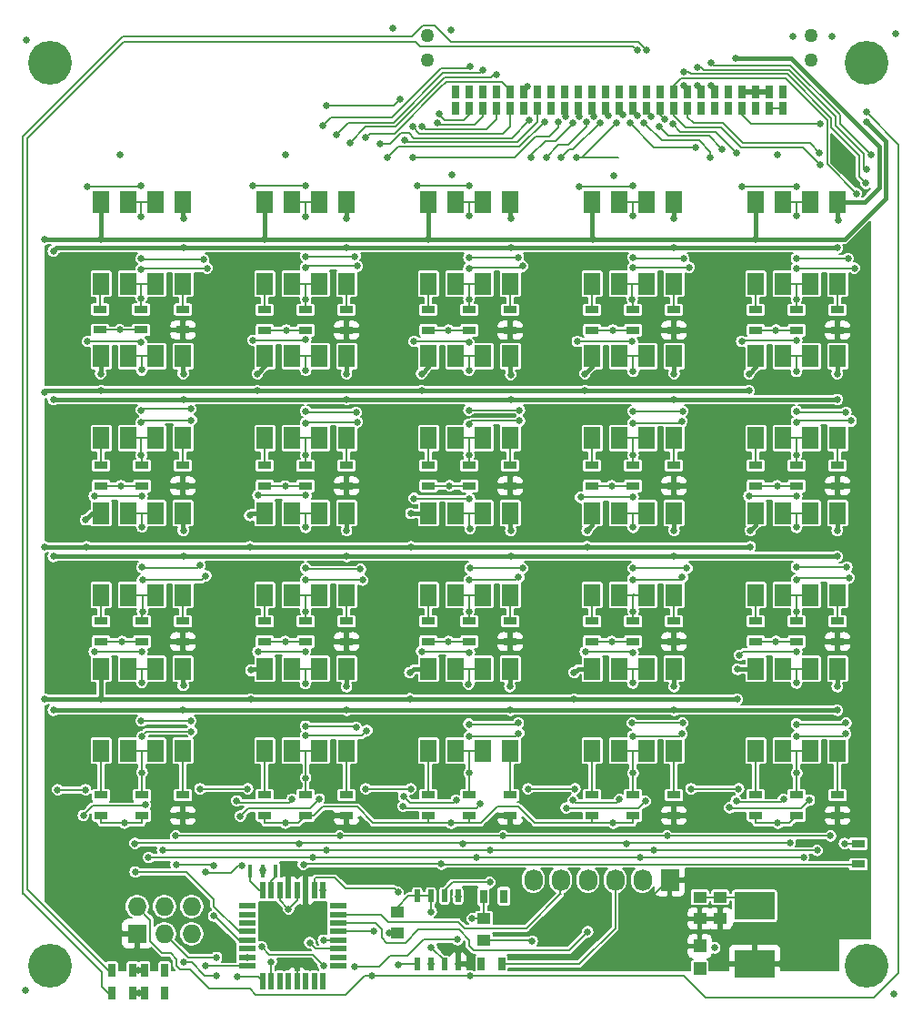
<source format=gtl>
G04 #@! TF.GenerationSoftware,KiCad,Pcbnew,5.1.9+dfsg1-1~bpo10+1*
G04 #@! TF.CreationDate,2021-10-28T21:46:11+00:00*
G04 #@! TF.ProjectId,40-channel-hv-switching-board,34302d63-6861-46e6-9e65-6c2d68762d73,3.1.1*
G04 #@! TF.SameCoordinates,Original*
G04 #@! TF.FileFunction,Copper,L1,Top*
G04 #@! TF.FilePolarity,Positive*
%FSLAX46Y46*%
G04 Gerber Fmt 4.6, Leading zero omitted, Abs format (unit mm)*
G04 Created by KiCad (PCBNEW 5.1.9+dfsg1-1~bpo10+1) date 2021-10-28 21:46:11*
%MOMM*%
%LPD*%
G01*
G04 APERTURE LIST*
G04 #@! TA.AperFunction,SMDPad,CuDef*
%ADD10R,3.749040X2.550160*%
G04 #@! TD*
G04 #@! TA.AperFunction,SMDPad,CuDef*
%ADD11R,1.524000X2.032000*%
G04 #@! TD*
G04 #@! TA.AperFunction,ComponentPad*
%ADD12R,1.727200X2.032000*%
G04 #@! TD*
G04 #@! TA.AperFunction,ComponentPad*
%ADD13O,1.727200X2.032000*%
G04 #@! TD*
G04 #@! TA.AperFunction,ComponentPad*
%ADD14R,1.727200X1.727200*%
G04 #@! TD*
G04 #@! TA.AperFunction,ComponentPad*
%ADD15O,1.727200X1.727200*%
G04 #@! TD*
G04 #@! TA.AperFunction,SMDPad,CuDef*
%ADD16R,1.250000X1.000000*%
G04 #@! TD*
G04 #@! TA.AperFunction,SMDPad,CuDef*
%ADD17R,1.198880X1.198880*%
G04 #@! TD*
G04 #@! TA.AperFunction,SMDPad,CuDef*
%ADD18R,0.550000X1.600000*%
G04 #@! TD*
G04 #@! TA.AperFunction,SMDPad,CuDef*
%ADD19R,1.600000X0.550000*%
G04 #@! TD*
G04 #@! TA.AperFunction,SMDPad,CuDef*
%ADD20R,1.300000X0.700000*%
G04 #@! TD*
G04 #@! TA.AperFunction,SMDPad,CuDef*
%ADD21R,0.700000X1.300000*%
G04 #@! TD*
G04 #@! TA.AperFunction,SMDPad,CuDef*
%ADD22R,0.400000X1.300000*%
G04 #@! TD*
G04 #@! TA.AperFunction,SMDPad,CuDef*
%ADD23R,0.508000X1.143000*%
G04 #@! TD*
G04 #@! TA.AperFunction,ComponentPad*
%ADD24C,4.064000*%
G04 #@! TD*
G04 #@! TA.AperFunction,SMDPad,CuDef*
%ADD25R,0.736600X1.143000*%
G04 #@! TD*
G04 #@! TA.AperFunction,ComponentPad*
%ADD26C,1.270000*%
G04 #@! TD*
G04 #@! TA.AperFunction,ViaPad*
%ADD27C,0.635000*%
G04 #@! TD*
G04 #@! TA.AperFunction,Conductor*
%ADD28C,0.203200*%
G04 #@! TD*
G04 #@! TA.AperFunction,Conductor*
%ADD29C,0.398780*%
G04 #@! TD*
G04 #@! TA.AperFunction,Conductor*
%ADD30C,0.200660*%
G04 #@! TD*
G04 #@! TA.AperFunction,Conductor*
%ADD31C,0.100000*%
G04 #@! TD*
G04 APERTURE END LIST*
D10*
X93600000Y-105399980D03*
X93600000Y-110800020D03*
D11*
X32751250Y-47528750D03*
X35291250Y-47528750D03*
X37831250Y-47528750D03*
X40371250Y-47528750D03*
X40371250Y-39908750D03*
X37831250Y-39908750D03*
X35291250Y-39908750D03*
X32751250Y-39908750D03*
X32751250Y-61908750D03*
X35291250Y-61908750D03*
X37831250Y-61908750D03*
X40371250Y-61908750D03*
X40371250Y-54288750D03*
X37831250Y-54288750D03*
X35291250Y-54288750D03*
X32751250Y-54288750D03*
X32751250Y-76488750D03*
X35291250Y-76488750D03*
X37831250Y-76488750D03*
X40371250Y-76488750D03*
X40371250Y-68868750D03*
X37831250Y-68868750D03*
X35291250Y-68868750D03*
X32751250Y-68868750D03*
X32751250Y-90968750D03*
X35291250Y-90968750D03*
X37831250Y-90968750D03*
X40371250Y-90968750D03*
X40371250Y-83348750D03*
X37831250Y-83348750D03*
X35291250Y-83348750D03*
X32751250Y-83348750D03*
X47991250Y-47528750D03*
X50531250Y-47528750D03*
X53071250Y-47528750D03*
X55611250Y-47528750D03*
X55611250Y-39908750D03*
X53071250Y-39908750D03*
X50531250Y-39908750D03*
X47991250Y-39908750D03*
X47991250Y-61908750D03*
X50531250Y-61908750D03*
X53071250Y-61908750D03*
X55611250Y-61908750D03*
X55611250Y-54288750D03*
X53071250Y-54288750D03*
X50531250Y-54288750D03*
X47991250Y-54288750D03*
X47991250Y-76488750D03*
X50531250Y-76488750D03*
X53071250Y-76488750D03*
X55611250Y-76488750D03*
X55611250Y-68868750D03*
X53071250Y-68868750D03*
X50531250Y-68868750D03*
X47991250Y-68868750D03*
X47991250Y-90968750D03*
X50531250Y-90968750D03*
X53071250Y-90968750D03*
X55611250Y-90968750D03*
X55611250Y-83348750D03*
X53071250Y-83348750D03*
X50531250Y-83348750D03*
X47991250Y-83348750D03*
X63231250Y-47528750D03*
X65771250Y-47528750D03*
X68311250Y-47528750D03*
X70851250Y-47528750D03*
X70851250Y-39908750D03*
X68311250Y-39908750D03*
X65771250Y-39908750D03*
X63231250Y-39908750D03*
X63231250Y-61908750D03*
X65771250Y-61908750D03*
X68311250Y-61908750D03*
X70851250Y-61908750D03*
X70851250Y-54288750D03*
X68311250Y-54288750D03*
X65771250Y-54288750D03*
X63231250Y-54288750D03*
X63231250Y-76488750D03*
X65771250Y-76488750D03*
X68311250Y-76488750D03*
X70851250Y-76488750D03*
X70851250Y-68868750D03*
X68311250Y-68868750D03*
X65771250Y-68868750D03*
X63231250Y-68868750D03*
X63231250Y-90968750D03*
X65771250Y-90968750D03*
X68311250Y-90968750D03*
X70851250Y-90968750D03*
X70851250Y-83348750D03*
X68311250Y-83348750D03*
X65771250Y-83348750D03*
X63231250Y-83348750D03*
X78471250Y-47528750D03*
X81011250Y-47528750D03*
X83551250Y-47528750D03*
X86091250Y-47528750D03*
X86091250Y-39908750D03*
X83551250Y-39908750D03*
X81011250Y-39908750D03*
X78471250Y-39908750D03*
X78471250Y-61908750D03*
X81011250Y-61908750D03*
X83551250Y-61908750D03*
X86091250Y-61908750D03*
X86091250Y-54288750D03*
X83551250Y-54288750D03*
X81011250Y-54288750D03*
X78471250Y-54288750D03*
X78471250Y-76488750D03*
X81011250Y-76488750D03*
X83551250Y-76488750D03*
X86091250Y-76488750D03*
X86091250Y-68868750D03*
X83551250Y-68868750D03*
X81011250Y-68868750D03*
X78471250Y-68868750D03*
X78471250Y-90968750D03*
X81011250Y-90968750D03*
X83551250Y-90968750D03*
X86091250Y-90968750D03*
X86091250Y-83348750D03*
X83551250Y-83348750D03*
X81011250Y-83348750D03*
X78471250Y-83348750D03*
X93711250Y-47528750D03*
X96251250Y-47528750D03*
X98791250Y-47528750D03*
X101331250Y-47528750D03*
X101331250Y-39908750D03*
X98791250Y-39908750D03*
X96251250Y-39908750D03*
X93711250Y-39908750D03*
X93711250Y-61908750D03*
X96251250Y-61908750D03*
X98791250Y-61908750D03*
X101331250Y-61908750D03*
X101331250Y-54288750D03*
X98791250Y-54288750D03*
X96251250Y-54288750D03*
X93711250Y-54288750D03*
X93711250Y-76488750D03*
X96251250Y-76488750D03*
X98791250Y-76488750D03*
X101331250Y-76488750D03*
X101331250Y-68868750D03*
X98791250Y-68868750D03*
X96251250Y-68868750D03*
X93711250Y-68868750D03*
X93711250Y-90968750D03*
X96251250Y-90968750D03*
X98791250Y-90968750D03*
X101331250Y-90968750D03*
X101331250Y-83348750D03*
X98791250Y-83348750D03*
X96251250Y-83348750D03*
X93711250Y-83348750D03*
D12*
X85700000Y-103000000D03*
D13*
X83160000Y-103000000D03*
X80620000Y-103000000D03*
X78080000Y-103000000D03*
X75540000Y-103000000D03*
X73000000Y-103000000D03*
D14*
X36100000Y-108000000D03*
D15*
X36100000Y-105460000D03*
X38640000Y-108000000D03*
X38640000Y-105460000D03*
X41180000Y-108000000D03*
X41180000Y-105460000D03*
D16*
X68400000Y-108600000D03*
X68400000Y-106600000D03*
X90400000Y-104600000D03*
X90400000Y-106600000D03*
X88500000Y-104600000D03*
X88500000Y-106600000D03*
D17*
X88500000Y-111249020D03*
X88500000Y-109150980D03*
D18*
X53400000Y-103950000D03*
X52600000Y-103950000D03*
X51800000Y-103950000D03*
X51000000Y-103950000D03*
X50200000Y-103950000D03*
X49400000Y-103950000D03*
X48600000Y-103950000D03*
X47800000Y-103950000D03*
D19*
X46350000Y-105400000D03*
X46350000Y-106200000D03*
X46350000Y-107000000D03*
X46350000Y-107800000D03*
X46350000Y-108600000D03*
X46350000Y-109400000D03*
X46350000Y-110200000D03*
X46350000Y-111000000D03*
D18*
X47800000Y-112450000D03*
X48600000Y-112450000D03*
X49400000Y-112450000D03*
X50200000Y-112450000D03*
X51000000Y-112450000D03*
X51800000Y-112450000D03*
X52600000Y-112450000D03*
X53400000Y-112450000D03*
D19*
X54850000Y-111000000D03*
X54850000Y-110200000D03*
X54850000Y-109400000D03*
X54850000Y-108600000D03*
X54850000Y-107800000D03*
X54850000Y-107000000D03*
X54850000Y-106200000D03*
X54850000Y-105400000D03*
D20*
X32751250Y-95098750D03*
X32751250Y-96998750D03*
X32751250Y-78918750D03*
X32751250Y-80818750D03*
X32751250Y-64438750D03*
X32751250Y-66338750D03*
X32651250Y-49931750D03*
X32651250Y-51831750D03*
X36561250Y-96998750D03*
X36561250Y-95098750D03*
X40371250Y-96998750D03*
X40371250Y-95098750D03*
X40371250Y-80818750D03*
X40371250Y-78918750D03*
X40371250Y-66338750D03*
X40371250Y-64438750D03*
X40371250Y-51831750D03*
X40371250Y-49931750D03*
X36461250Y-51831750D03*
X36461250Y-49931750D03*
X47991250Y-95098750D03*
X47991250Y-96998750D03*
X47991250Y-78918750D03*
X47991250Y-80818750D03*
X47991250Y-64438750D03*
X47991250Y-66338750D03*
X47991250Y-49958750D03*
X47991250Y-51858750D03*
X51801250Y-96998750D03*
X51801250Y-95098750D03*
X55611250Y-96998750D03*
X55611250Y-95098750D03*
X55611250Y-80818750D03*
X55611250Y-78918750D03*
X55611250Y-66338750D03*
X55611250Y-64438750D03*
X55611250Y-51858750D03*
X55611250Y-49958750D03*
X51801250Y-51858750D03*
X51801250Y-49958750D03*
X63231250Y-95098750D03*
X63231250Y-96998750D03*
X63231250Y-78918750D03*
X63231250Y-80818750D03*
X63231250Y-64438750D03*
X63231250Y-66338750D03*
X63231250Y-49958750D03*
X63231250Y-51858750D03*
X67041250Y-96998750D03*
X67041250Y-95098750D03*
X70851250Y-96998750D03*
X70851250Y-95098750D03*
X70851250Y-80818750D03*
X70851250Y-78918750D03*
X70851250Y-66338750D03*
X70851250Y-64438750D03*
X70851250Y-51858750D03*
X70851250Y-49958750D03*
X67041250Y-51858750D03*
X67041250Y-49958750D03*
X78471250Y-95098750D03*
X78471250Y-96998750D03*
X78471250Y-78918750D03*
X78471250Y-80818750D03*
X78471250Y-64438750D03*
X78471250Y-66338750D03*
X78471250Y-49958750D03*
X78471250Y-51858750D03*
D21*
X68350000Y-104500000D03*
X70250000Y-104500000D03*
D20*
X82281250Y-96998750D03*
X82281250Y-95098750D03*
X86091250Y-96998750D03*
X86091250Y-95098750D03*
X86091250Y-80818750D03*
X86091250Y-78918750D03*
X86091250Y-66338750D03*
X86091250Y-64438750D03*
X86091250Y-51858750D03*
X86091250Y-49958750D03*
X82281250Y-51858750D03*
X82281250Y-49958750D03*
X93711250Y-95098750D03*
X93711250Y-96998750D03*
X93711250Y-78918750D03*
X93711250Y-80818750D03*
X93711250Y-64438750D03*
X93711250Y-66338750D03*
X93711250Y-49958750D03*
X93711250Y-51858750D03*
X97521250Y-96998750D03*
X97521250Y-95098750D03*
X101331250Y-96998750D03*
X101331250Y-95098750D03*
X101331250Y-80818750D03*
X101331250Y-78918750D03*
X101331250Y-66338750D03*
X101331250Y-64438750D03*
X101331250Y-51858750D03*
X101331250Y-49958750D03*
X97521250Y-51858750D03*
X97521250Y-49958750D03*
X36561250Y-80818750D03*
X36561250Y-78918750D03*
X36561250Y-66338750D03*
X36561250Y-64438750D03*
X51801250Y-80818750D03*
X51801250Y-78918750D03*
X51800000Y-66350000D03*
X51800000Y-64450000D03*
X67041250Y-80818750D03*
X67041250Y-78918750D03*
X67041250Y-66338750D03*
X67041250Y-64438750D03*
X82281250Y-80818750D03*
X82281250Y-78918750D03*
X82281250Y-66338750D03*
X82281250Y-64438750D03*
X97521250Y-80818750D03*
X97521250Y-78918750D03*
X97521250Y-66338750D03*
X97521250Y-64438750D03*
D22*
X49000000Y-102200000D03*
X46600000Y-102200000D03*
X47800000Y-102200000D03*
D16*
X60300000Y-105950000D03*
X60300000Y-107950000D03*
D23*
X62195000Y-104475000D03*
X63465000Y-104475000D03*
X64735000Y-104475000D03*
X66005000Y-104475000D03*
X66005000Y-110825000D03*
X64735000Y-110825000D03*
X63465000Y-110825000D03*
X62195000Y-110825000D03*
D24*
X28000000Y-27000000D03*
X104000000Y-27000000D03*
X28000000Y-111000000D03*
X104000000Y-111000000D03*
D21*
X70050000Y-110800000D03*
X68150000Y-110800000D03*
X36775000Y-111425000D03*
X38675000Y-111425000D03*
X36800000Y-113475000D03*
X38700000Y-113475000D03*
X33775000Y-111425000D03*
X35675000Y-111425000D03*
X33775000Y-113475000D03*
X35675000Y-113475000D03*
D25*
X96240000Y-29705600D03*
X96240000Y-31229600D03*
X94970000Y-29705600D03*
X94970000Y-31229600D03*
X93700000Y-29705600D03*
X93700000Y-31229600D03*
X92430000Y-29705600D03*
X92430000Y-31229600D03*
X91160000Y-29705600D03*
X91160000Y-31229600D03*
X89890000Y-29705600D03*
X89890000Y-31229600D03*
X88620000Y-29705600D03*
X88620000Y-31229600D03*
X87350000Y-29705600D03*
X87350000Y-31229600D03*
X86080000Y-29705600D03*
X86080000Y-31229600D03*
X84810000Y-29705600D03*
X84810000Y-31229600D03*
X83540000Y-29705600D03*
X83540000Y-31229600D03*
X82270000Y-29705600D03*
X82270000Y-31229600D03*
X81000000Y-29705600D03*
X81000000Y-31229600D03*
X79730000Y-29705600D03*
X79730000Y-31229600D03*
X78460000Y-29705600D03*
X78460000Y-31229600D03*
X77190000Y-29705600D03*
X77190000Y-31229600D03*
X75920000Y-29705600D03*
X75920000Y-31229600D03*
X74650000Y-29705600D03*
X74650000Y-31229600D03*
X73380000Y-29705600D03*
X73380000Y-31229600D03*
X72110000Y-29705600D03*
X72110000Y-31229600D03*
X70840000Y-29705600D03*
X70840000Y-31229600D03*
X69570000Y-29705600D03*
X69570000Y-31229600D03*
X68300000Y-29705600D03*
X68300000Y-31229600D03*
X67030000Y-29705600D03*
X67030000Y-31229600D03*
X65760000Y-29705600D03*
X65760000Y-31229600D03*
D26*
X98830800Y-24473200D03*
X63169200Y-24473200D03*
X98830800Y-26733800D03*
X63169200Y-26733800D03*
D20*
X103250000Y-99625000D03*
X103250000Y-101525000D03*
D27*
X96240000Y-29705600D03*
X82650000Y-25800000D03*
X93700000Y-31229600D03*
X83550000Y-25800000D03*
X47700000Y-109200000D03*
X53465000Y-110950000D03*
X43500000Y-110200000D03*
X65940000Y-108550000D03*
X65990000Y-104525000D03*
X56400000Y-111100000D03*
X45825000Y-101625000D03*
X42450000Y-102225000D03*
X51575000Y-101550000D03*
X64425000Y-101525000D03*
X42450000Y-110975000D03*
X43500000Y-111900000D03*
X40425000Y-110675000D03*
X68940000Y-103225000D03*
X38475000Y-100250000D03*
X53700000Y-100250000D03*
X68950000Y-100250000D03*
X84200000Y-100250000D03*
X99425000Y-100250000D03*
X35925000Y-102250000D03*
X51166250Y-99604750D03*
X35900000Y-99600000D03*
X66406250Y-99604750D03*
X81646250Y-99604750D03*
X96900000Y-99550000D03*
X43225000Y-106350000D03*
X39725000Y-101550000D03*
X43250000Y-101650000D03*
X39700000Y-98900000D03*
X85450000Y-98900000D03*
X70200000Y-98900000D03*
X54975000Y-98900000D03*
X100675000Y-98900000D03*
X33900000Y-110000000D03*
X101331250Y-35478750D03*
X93700000Y-29705600D03*
X53400000Y-107725000D03*
X81590000Y-104950000D03*
X79415000Y-104950000D03*
X76590000Y-105000000D03*
X59590000Y-107925000D03*
X66005000Y-110825000D03*
X50600000Y-110600000D03*
X50200000Y-107700000D03*
X47800000Y-102100000D03*
X50200000Y-102100000D03*
X86821500Y-92969000D03*
X91160000Y-29705600D03*
X91850000Y-26600000D03*
X86091250Y-44200000D03*
X70900000Y-44200000D03*
X55611250Y-44200000D03*
X40400000Y-44200000D03*
X28300000Y-58300000D03*
X28300000Y-44500000D03*
X101300000Y-44200000D03*
X40400000Y-58300000D03*
X55611250Y-58300000D03*
X70900000Y-58300000D03*
X86091250Y-58300000D03*
X101300000Y-58300000D03*
X86100000Y-87200000D03*
X70851250Y-87200000D03*
X55600000Y-87200000D03*
X40371250Y-87200000D03*
X40400000Y-72900000D03*
X55611250Y-72900000D03*
X70900000Y-72900000D03*
X86091250Y-72900000D03*
X28300000Y-72900000D03*
X101300000Y-72900000D03*
X101400000Y-41600000D03*
X101300000Y-55900000D03*
X101300000Y-70500000D03*
X86100000Y-41500000D03*
X86100000Y-55900000D03*
X86100000Y-70500000D03*
X101300000Y-85000000D03*
X86100000Y-85000000D03*
X70800000Y-85000000D03*
X70900000Y-41500000D03*
X70900000Y-56000000D03*
X70900000Y-70500000D03*
X55600000Y-41500000D03*
X55600000Y-55900000D03*
X55600000Y-70500000D03*
X55600000Y-85000000D03*
X40400000Y-84900000D03*
X40400000Y-41500000D03*
X40400000Y-55900000D03*
X40400000Y-70500000D03*
X28300000Y-87200000D03*
X101300000Y-87200000D03*
X91160000Y-31229600D03*
X104000000Y-32500000D03*
X46700000Y-86200000D03*
X47300000Y-57500000D03*
X62600000Y-57500000D03*
X46700000Y-83500000D03*
X61500000Y-83700000D03*
X61500000Y-86200000D03*
X76800000Y-83700000D03*
X76800000Y-86200000D03*
X92000000Y-83400000D03*
X92000000Y-86200000D03*
X47300000Y-55900000D03*
X62600000Y-55900000D03*
X93100000Y-57500000D03*
X77800000Y-55900000D03*
X77800000Y-57500000D03*
X93100000Y-55900000D03*
X93200000Y-70500000D03*
X93200000Y-72000000D03*
X78000000Y-70500000D03*
X78000000Y-72000000D03*
X61600000Y-68900000D03*
X61600000Y-72000000D03*
X46600000Y-69100000D03*
X46600000Y-72000000D03*
X31400000Y-72000000D03*
X31300000Y-69500000D03*
X32700000Y-55900000D03*
X27500000Y-43400000D03*
X27500000Y-72000000D03*
X32751250Y-57500000D03*
X27500000Y-57600000D03*
X32751250Y-43400000D03*
X47991250Y-43400000D03*
X63231250Y-43400000D03*
X78500000Y-43400000D03*
X93700000Y-43400000D03*
X27500000Y-86200000D03*
X32751250Y-86200000D03*
X65760000Y-31229600D03*
X36500000Y-41300000D03*
X36500000Y-45200000D03*
X42300000Y-45300000D03*
X65760000Y-29705600D03*
X53700000Y-31000000D03*
X36500000Y-46200000D03*
X42600000Y-46100000D03*
X60600000Y-30400000D03*
X72110000Y-31229600D03*
X56500000Y-59500000D03*
X51800000Y-59400000D03*
X51800000Y-55600000D03*
X72450000Y-29150000D03*
X72650000Y-32350000D03*
X58700000Y-34550000D03*
X56600000Y-60400000D03*
X51800000Y-60500000D03*
X61000000Y-34150000D03*
X56900000Y-74100000D03*
X51800000Y-70200000D03*
X51800000Y-74000000D03*
X74050000Y-32454392D03*
X73380000Y-29809992D03*
X59400000Y-35800000D03*
X51800000Y-75100000D03*
X57100000Y-75100000D03*
X51775850Y-84720350D03*
X51800000Y-88700000D03*
X56500000Y-88800000D03*
X74650000Y-31354392D03*
X61800000Y-35750000D03*
X57500000Y-89100000D03*
X51826650Y-89546350D03*
X74650000Y-29809992D03*
X75350000Y-32504392D03*
X76000000Y-31954392D03*
X67000000Y-41200000D03*
X67000000Y-45100000D03*
X71600000Y-45100000D03*
X76650000Y-32554392D03*
X75920000Y-29809992D03*
X72800000Y-35750000D03*
X67000000Y-46100000D03*
X72000000Y-45900000D03*
X77300000Y-31954392D03*
X67000000Y-55600000D03*
X67000000Y-59300000D03*
X71700000Y-59300000D03*
X77950000Y-32504392D03*
X77190000Y-29809992D03*
X67000000Y-60600000D03*
X74200000Y-35750000D03*
X71700000Y-60300000D03*
X64250000Y-31700000D03*
X67030000Y-31229600D03*
X36535850Y-55558750D03*
X41100000Y-59200000D03*
X36500000Y-59300000D03*
X67100000Y-74000000D03*
X67100000Y-70300000D03*
X72000000Y-74000000D03*
X78650000Y-31954392D03*
X78460000Y-29809992D03*
X79250000Y-32554392D03*
X67015850Y-75117150D03*
X71638650Y-74863150D03*
X75600000Y-35750000D03*
X80000000Y-31900000D03*
X71600000Y-88400000D03*
X67000000Y-88500000D03*
X66965050Y-84771150D03*
X80700000Y-32600000D03*
X79730000Y-29705600D03*
X77000000Y-35750000D03*
X71638650Y-89343150D03*
X67066650Y-89597150D03*
X82300000Y-41200000D03*
X82300000Y-45100000D03*
X87000000Y-45200000D03*
X81300000Y-31850000D03*
X88150000Y-34850000D03*
X82000000Y-32600000D03*
X81000000Y-29705600D03*
X82300000Y-46000000D03*
X87500000Y-46000000D03*
X82650000Y-31900000D03*
X82300000Y-55700000D03*
X82300000Y-59400000D03*
X86900000Y-59400000D03*
X82270000Y-29705600D03*
X89500000Y-35750000D03*
X83300000Y-32550000D03*
X86827850Y-60333950D03*
X82306650Y-60486350D03*
X82300000Y-70200000D03*
X82300000Y-74000000D03*
X87300000Y-74000000D03*
X83950000Y-32000000D03*
X83540000Y-29705600D03*
X84700000Y-32900000D03*
X82255850Y-75066350D03*
X86878650Y-74863150D03*
X90600000Y-35000000D03*
X67030000Y-29705600D03*
X53400000Y-32850000D03*
X67100000Y-27300000D03*
X36485050Y-60435550D03*
X41158650Y-60232350D03*
X85250000Y-32250000D03*
X82255850Y-84669550D03*
X82200000Y-88400000D03*
X86900000Y-88400000D03*
X82255850Y-89597150D03*
X86827850Y-89393950D03*
X86000000Y-32700000D03*
X91900000Y-35350000D03*
X84810000Y-29705600D03*
X102300000Y-45200000D03*
X97500000Y-45200000D03*
X97500000Y-41200000D03*
X99700000Y-36450000D03*
X103075000Y-39150000D03*
X102900000Y-46100000D03*
X97500000Y-46100000D03*
X102100000Y-59500000D03*
X97500000Y-59400000D03*
X97500000Y-55700000D03*
X99650000Y-35350000D03*
X103975000Y-38200000D03*
X87000000Y-29100000D03*
X87000000Y-27800000D03*
X102600000Y-60300000D03*
X97500000Y-60400000D03*
X102200000Y-73900000D03*
X97500000Y-73900000D03*
X97500000Y-70200000D03*
X88620000Y-31229600D03*
X88300000Y-29100000D03*
X88300000Y-27400000D03*
X104040000Y-36930000D03*
X102400000Y-74900000D03*
X97500000Y-75100000D03*
X97500000Y-88500000D03*
X102100000Y-88400000D03*
X89890000Y-31229600D03*
X97495850Y-84669550D03*
X97546650Y-89597150D03*
X102067850Y-89393950D03*
X104450000Y-35550000D03*
X89550000Y-29100000D03*
X89550000Y-26950000D03*
X64100000Y-32550000D03*
X68300000Y-31229600D03*
X36550000Y-70150000D03*
X36550000Y-73900000D03*
X41950000Y-73750000D03*
X68300000Y-29705600D03*
X54700000Y-33650000D03*
X68300000Y-27700000D03*
X42500000Y-74700000D03*
X36600000Y-75100000D03*
X69570000Y-31229600D03*
X62650000Y-32900000D03*
X36535850Y-84618750D03*
X36500000Y-88200000D03*
X41100000Y-88200000D03*
X55900000Y-34450000D03*
X41158650Y-89190750D03*
X36586650Y-89647950D03*
X69600000Y-28100000D03*
X69570000Y-29705600D03*
X61750000Y-32950000D03*
X51800000Y-41300000D03*
X51800000Y-45000000D03*
X56400000Y-45000000D03*
X57400000Y-33950000D03*
X56600000Y-45900000D03*
X51800000Y-46000000D03*
X36500000Y-48900000D03*
X28700000Y-94600000D03*
X31500000Y-38500000D03*
X36500000Y-38400000D03*
X31300000Y-94600000D03*
X51800000Y-63500000D03*
X46900000Y-52800000D03*
X51801250Y-52764750D03*
X50520000Y-95490000D03*
X45370000Y-95640000D03*
X51800000Y-78000000D03*
X45705250Y-97064750D03*
X53060000Y-95480000D03*
X47356250Y-67217750D03*
X51826650Y-67243150D03*
X51800000Y-93500000D03*
X51775850Y-81723150D03*
X47356250Y-81761250D03*
X67000000Y-49000000D03*
X61580250Y-94524750D03*
X57389250Y-94524750D03*
X67041250Y-38400000D03*
X62200000Y-38400000D03*
X67000000Y-63500000D03*
X61900000Y-52900000D03*
X67000000Y-53000000D03*
X36500000Y-63500000D03*
X65820000Y-95580000D03*
X60920000Y-95220000D03*
X67000000Y-78000000D03*
X67041250Y-67500000D03*
X61900000Y-67500000D03*
X68070000Y-95920000D03*
X60870000Y-96150000D03*
X67041250Y-93064250D03*
X67041250Y-81875550D03*
X62596250Y-81723150D03*
X82200000Y-49000000D03*
X82281250Y-38400000D03*
X77300000Y-38500000D03*
X72502250Y-94524750D03*
X76883750Y-94524750D03*
X82300000Y-63500000D03*
X77100000Y-52900000D03*
X82200000Y-52900000D03*
X82300000Y-78000000D03*
X81020000Y-95520000D03*
X76700000Y-95590000D03*
X83430000Y-95670000D03*
X76060000Y-96290000D03*
X82281250Y-67408250D03*
X77398100Y-67401900D03*
X36500000Y-53000000D03*
X31500000Y-52900000D03*
X82281250Y-93064250D03*
X82281250Y-81888250D03*
X77836250Y-81761250D03*
X97500000Y-49000000D03*
X97500000Y-38500000D03*
X92400000Y-38500000D03*
X87678750Y-94524750D03*
X92123750Y-94524750D03*
X97500000Y-63500000D03*
X92400000Y-52900000D03*
X97521250Y-52828250D03*
X97500000Y-78000000D03*
X96280000Y-95510000D03*
X91890000Y-95650000D03*
X97521250Y-67293950D03*
X93076250Y-67281250D03*
X91260000Y-96280000D03*
X98700000Y-95570000D03*
X97521250Y-93064250D03*
X92200000Y-82100000D03*
X97521250Y-81761250D03*
X36600000Y-78000000D03*
X36561250Y-67293950D03*
X32116250Y-67281250D03*
X36850000Y-96030000D03*
X31100250Y-97001250D03*
X36561250Y-93000750D03*
X32116250Y-81761250D03*
X36561250Y-81773950D03*
X51800000Y-49000000D03*
X41958750Y-94524750D03*
X46403750Y-94524750D03*
X46900000Y-38400000D03*
X51801250Y-38400000D03*
X99700000Y-32650000D03*
X104000000Y-31600000D03*
X58100000Y-107800000D03*
X58000000Y-111900000D03*
X67300000Y-106600000D03*
X67075000Y-111900000D03*
X78065000Y-107825000D03*
X72900000Y-108700000D03*
X96240000Y-31229600D03*
X94970000Y-31229600D03*
X50200000Y-105700000D03*
X68150000Y-110800000D03*
X70250000Y-104500000D03*
X89900000Y-109300000D03*
X48600000Y-110600000D03*
X63500000Y-109250000D03*
X63500000Y-105950000D03*
X93600000Y-105399980D03*
X34500000Y-35500000D03*
X49900000Y-35500000D03*
X80460000Y-37450000D03*
X95700000Y-35500000D03*
X95600000Y-51858750D03*
X34700000Y-80818750D03*
X65390000Y-37440000D03*
X95600000Y-80818750D03*
X65200000Y-66338750D03*
X80400000Y-51858750D03*
X65100000Y-51858750D03*
X80300000Y-66338750D03*
X95700000Y-66338750D03*
X49900000Y-66350000D03*
X50000000Y-51858750D03*
X34500000Y-51831750D03*
X34600000Y-66338750D03*
X49900000Y-80818750D03*
X65100000Y-80818750D03*
X80300000Y-80800000D03*
X95743250Y-97699750D03*
X80439750Y-97699750D03*
X65326750Y-97699750D03*
X49896250Y-97699750D03*
X34910250Y-97699750D03*
X53400000Y-103950000D03*
X82925000Y-100900000D03*
X67675000Y-100900000D03*
X37175000Y-100900000D03*
X52450000Y-100875000D03*
X98150000Y-100900000D03*
X60400000Y-104150000D03*
X60400000Y-110850000D03*
X88500000Y-111150000D03*
X36200000Y-111425000D03*
X36300000Y-113475000D03*
X46350000Y-110200000D03*
X101966250Y-99604750D03*
X45400000Y-111950000D03*
X63465000Y-110825000D03*
X59900000Y-23800000D03*
X97200000Y-24500000D03*
X100800000Y-24500000D03*
X65300000Y-23900000D03*
X106600000Y-113600000D03*
X106700000Y-24300000D03*
X25800000Y-24900000D03*
X25700000Y-113300000D03*
X38675000Y-111425000D03*
X52175000Y-108825000D03*
X38700000Y-113475000D03*
X53450000Y-108600000D03*
D28*
X34874740Y-25000000D02*
X25896402Y-33978338D01*
X25896402Y-33978338D02*
X25896402Y-35893598D01*
X61156402Y-25000000D02*
X62000000Y-25000000D01*
X25896402Y-103871402D02*
X33450000Y-111425000D01*
X25896402Y-103871402D02*
X25896402Y-35893598D01*
X61156402Y-25000000D02*
X36790000Y-25000000D01*
X36790000Y-25000000D02*
X34874740Y-25000000D01*
X62456402Y-25456402D02*
X62000000Y-25000000D01*
X62456402Y-25456402D02*
X82256402Y-25456402D01*
X82306402Y-25456402D02*
X82256402Y-25456402D01*
X82650000Y-25800000D02*
X82306402Y-25456402D01*
X33450000Y-111425000D02*
X33775000Y-111425000D01*
X82800000Y-25050000D02*
X65350000Y-25050000D01*
X62700000Y-23500000D02*
X63800000Y-23500000D01*
X34774740Y-24500000D02*
X33937370Y-25337370D01*
X33937370Y-25337370D02*
X33937370Y-25362630D01*
X61700000Y-24500000D02*
X62700000Y-23500000D01*
X61700000Y-24500000D02*
X36700000Y-24500000D01*
X36700000Y-24500000D02*
X34774740Y-24500000D01*
X63800000Y-23500000D02*
X65350000Y-25050000D01*
X83550000Y-25800000D02*
X82800000Y-25050000D01*
X33375000Y-113475000D02*
X32850000Y-112950000D01*
X25490000Y-104265000D02*
X25515000Y-104265000D01*
X25515000Y-104265000D02*
X32850000Y-111600000D01*
X32850000Y-112950000D02*
X32850000Y-111600000D01*
X33950000Y-25350000D02*
X33937370Y-25362630D01*
X33937370Y-25362630D02*
X25490000Y-33810000D01*
X25490000Y-33810000D02*
X25490000Y-104240000D01*
X25490000Y-104240000D02*
X25490000Y-104265000D01*
X33375000Y-113475000D02*
X33775000Y-113475000D01*
X47700000Y-109200000D02*
X48425000Y-109925000D01*
X48750000Y-109925000D02*
X52440000Y-109925000D01*
X52440000Y-109925000D02*
X53465000Y-110950000D01*
X48425000Y-109925000D02*
X48750000Y-109925000D01*
X43500000Y-110200000D02*
X40840000Y-110200000D01*
X40840000Y-110200000D02*
X38640000Y-108000000D01*
X61290000Y-110050000D02*
X62790000Y-108550000D01*
X62790000Y-108550000D02*
X65940000Y-108550000D01*
X65990000Y-104525000D02*
X66005000Y-104510000D01*
X66005000Y-104510000D02*
X66005000Y-104475000D01*
X38640000Y-108000000D02*
X38640000Y-108200000D01*
X38640000Y-108260000D02*
X38640000Y-108000000D01*
X58640000Y-111100000D02*
X59690000Y-110050000D01*
X59690000Y-110050000D02*
X61290000Y-110050000D01*
X56400000Y-111100000D02*
X58640000Y-111100000D01*
X45500000Y-101625000D02*
X45825000Y-101625000D01*
X44825000Y-102300000D02*
X45500000Y-101625000D01*
X42525000Y-102300000D02*
X44825000Y-102300000D01*
X42450000Y-102225000D02*
X42525000Y-102300000D01*
X64425000Y-101525000D02*
X51600000Y-101525000D01*
X51600000Y-101525000D02*
X51575000Y-101550000D01*
X64450000Y-101550000D02*
X103225000Y-101550000D01*
X64425000Y-101525000D02*
X64450000Y-101550000D01*
X103225000Y-101550000D02*
X103250000Y-101525000D01*
X46350000Y-111000000D02*
X42475000Y-111000000D01*
X42475000Y-111000000D02*
X42450000Y-110975000D01*
X43500000Y-111900000D02*
X42525000Y-111900000D01*
X42425000Y-111900000D02*
X41200000Y-110675000D01*
X41200000Y-110675000D02*
X40425000Y-110675000D01*
X42525000Y-111900000D02*
X42425000Y-111900000D01*
X64735000Y-104475000D02*
X64735000Y-103980000D01*
X64735000Y-103980000D02*
X65490000Y-103225000D01*
X65490000Y-103225000D02*
X68940000Y-103225000D01*
X47675000Y-100250000D02*
X38475000Y-100250000D01*
X53700000Y-100250000D02*
X47675000Y-100250000D01*
X53700000Y-100250000D02*
X68950000Y-100250000D01*
X68950000Y-100250000D02*
X84200000Y-100250000D01*
X84200000Y-100250000D02*
X99425000Y-100250000D01*
X46350000Y-107800000D02*
X45600000Y-107800000D01*
X45600000Y-107800000D02*
X43250000Y-105450000D01*
X43250000Y-105450000D02*
X43250000Y-104800000D01*
X43250000Y-104800000D02*
X40700000Y-102250000D01*
X40700000Y-102250000D02*
X35925000Y-102250000D01*
X47750000Y-99525000D02*
X35975000Y-99525000D01*
X51125000Y-99525000D02*
X47750000Y-99525000D01*
X35975000Y-99525000D02*
X35900000Y-99600000D01*
X51125000Y-99525000D02*
X66400000Y-99525000D01*
X51125000Y-99525000D02*
X51125000Y-99550000D01*
X51125000Y-99550000D02*
X51125000Y-99525000D01*
X51125000Y-99563500D02*
X51166250Y-99604750D01*
X51125000Y-99525000D02*
X51125000Y-99563500D01*
X66400000Y-99525000D02*
X66400000Y-99598500D01*
X66400000Y-99598500D02*
X66406250Y-99604750D01*
X81650000Y-99525000D02*
X81650000Y-99601000D01*
X81650000Y-99601000D02*
X81646250Y-99604750D01*
X81650000Y-99525000D02*
X81650000Y-99600000D01*
X81650000Y-99600000D02*
X81650000Y-99525000D01*
X96875000Y-99525000D02*
X96900000Y-99550000D01*
X66400000Y-99525000D02*
X81650000Y-99525000D01*
X81650000Y-99525000D02*
X96875000Y-99525000D01*
X46350000Y-108600000D02*
X45575000Y-108600000D01*
X45575000Y-108600000D02*
X43325000Y-106350000D01*
X43325000Y-106350000D02*
X43225000Y-106350000D01*
X43150000Y-101550000D02*
X39725000Y-101550000D01*
X43250000Y-101650000D02*
X43150000Y-101550000D01*
X47350000Y-98900000D02*
X39700000Y-98900000D01*
X54975000Y-98900000D02*
X47350000Y-98900000D01*
X54975000Y-98900000D02*
X70200000Y-98900000D01*
X70200000Y-98900000D02*
X85450000Y-98900000D01*
X85450000Y-98900000D02*
X100675000Y-98900000D01*
X33900000Y-110000000D02*
X34000000Y-110100000D01*
X101350000Y-35500000D02*
X101350000Y-35497500D01*
X101350000Y-35497500D02*
X101331250Y-35478750D01*
X93700000Y-29705600D02*
X94970000Y-29705600D01*
X92430000Y-29705600D02*
X93700000Y-29705600D01*
X85700000Y-103000000D02*
X85590000Y-103000000D01*
X85590000Y-103000000D02*
X83640000Y-104950000D01*
X83640000Y-104950000D02*
X81590000Y-104950000D01*
X79415000Y-104950000D02*
X79365000Y-105000000D01*
X79365000Y-105000000D02*
X76590000Y-105000000D01*
X60300000Y-107950000D02*
X59615000Y-107950000D01*
X59615000Y-107950000D02*
X59590000Y-107925000D01*
X88500000Y-109150980D02*
X88500000Y-106600000D01*
X51000000Y-112450000D02*
X51000000Y-111000000D01*
X51000000Y-111000000D02*
X50600000Y-110600000D01*
X51800000Y-103950000D02*
X51800000Y-102800000D01*
X51100000Y-102100000D02*
X50200000Y-102100000D01*
X51800000Y-102800000D02*
X51100000Y-102100000D01*
X90400000Y-106600000D02*
X90500000Y-106600000D01*
X50200000Y-103950000D02*
X50200000Y-102100000D01*
X47800000Y-102100000D02*
X47800000Y-102200000D01*
X90400000Y-106600000D02*
X88500000Y-106600000D01*
X70800000Y-97050000D02*
X70851250Y-96998750D01*
X70851250Y-66338750D02*
X70851250Y-65200000D01*
D29*
X91850000Y-26600000D02*
X97037256Y-26600000D01*
X105235000Y-38565000D02*
X105235000Y-34797744D01*
X105235000Y-34797744D02*
X97037256Y-26600000D01*
X105235000Y-38565000D02*
X105235000Y-38560000D01*
X105230000Y-38565000D02*
X105235000Y-38565000D01*
X105225000Y-38560000D02*
X105230000Y-38565000D01*
X103886250Y-39908750D02*
X105235000Y-38560000D01*
X105235000Y-38560000D02*
X105235000Y-38560000D01*
X103886250Y-39908750D02*
X101331250Y-39908750D01*
X86091250Y-44200000D02*
X86100000Y-44200000D01*
X55611250Y-44200000D02*
X55600000Y-44200000D01*
X28300000Y-58300000D02*
X28700000Y-58300000D01*
X28700000Y-58300000D02*
X40400000Y-58300000D01*
X101300000Y-44200000D02*
X86100000Y-44200000D01*
X86100000Y-44200000D02*
X70900000Y-44200000D01*
X70900000Y-44200000D02*
X55600000Y-44200000D01*
X55600000Y-44200000D02*
X40400000Y-44200000D01*
X40400000Y-44200000D02*
X28600000Y-44200000D01*
X28600000Y-44200000D02*
X28300000Y-44500000D01*
X55611250Y-58300000D02*
X55600000Y-58300000D01*
X86091250Y-58300000D02*
X86100000Y-58300000D01*
X55600000Y-58300000D02*
X40400000Y-58300000D01*
X86100000Y-58300000D02*
X70900000Y-58300000D01*
X70900000Y-58300000D02*
X55600000Y-58300000D01*
X101300000Y-58300000D02*
X86100000Y-58300000D01*
X70851250Y-87200000D02*
X70800000Y-87200000D01*
X40371250Y-87200000D02*
X40400000Y-87200000D01*
X55611250Y-72900000D02*
X55600000Y-72900000D01*
X86091250Y-72900000D02*
X86100000Y-72900000D01*
X28300000Y-72900000D02*
X40400000Y-72900000D01*
X40400000Y-72900000D02*
X55600000Y-72900000D01*
X55600000Y-72900000D02*
X70900000Y-72900000D01*
X70900000Y-72900000D02*
X86100000Y-72900000D01*
X86100000Y-72900000D02*
X101300000Y-72900000D01*
X101331250Y-41531250D02*
X101331250Y-39908750D01*
X101400000Y-41600000D02*
X101331250Y-41531250D01*
X101331250Y-55868750D02*
X101331250Y-54288750D01*
X101300000Y-55900000D02*
X101331250Y-55868750D01*
X101331250Y-70468750D02*
X101331250Y-68868750D01*
X101300000Y-70500000D02*
X101331250Y-70468750D01*
X86091250Y-41491250D02*
X86091250Y-39908750D01*
X86100000Y-41500000D02*
X86091250Y-41491250D01*
X86091250Y-55891250D02*
X86091250Y-54288750D01*
X86100000Y-55900000D02*
X86091250Y-55891250D01*
X86091250Y-70491250D02*
X86091250Y-68868750D01*
X86100000Y-70500000D02*
X86091250Y-70491250D01*
X101331250Y-84968750D02*
X101331250Y-83348750D01*
X101300000Y-85000000D02*
X101331250Y-84968750D01*
X86091250Y-84991250D02*
X86091250Y-83348750D01*
X86100000Y-85000000D02*
X86091250Y-84991250D01*
X70851250Y-84948750D02*
X70851250Y-83348750D01*
X70800000Y-85000000D02*
X70851250Y-84948750D01*
X70851250Y-41451250D02*
X70851250Y-39908750D01*
X70900000Y-41500000D02*
X70851250Y-41451250D01*
X70851250Y-55951250D02*
X70851250Y-54288750D01*
X70900000Y-56000000D02*
X70851250Y-55951250D01*
X70851250Y-70451250D02*
X70851250Y-68868750D01*
X70900000Y-70500000D02*
X70851250Y-70451250D01*
X55611250Y-41488750D02*
X55611250Y-39908750D01*
X55600000Y-41500000D02*
X55611250Y-41488750D01*
X55611250Y-55888750D02*
X55611250Y-54288750D01*
X55600000Y-55900000D02*
X55611250Y-55888750D01*
X55611250Y-70488750D02*
X55611250Y-68868750D01*
X55600000Y-70500000D02*
X55611250Y-70488750D01*
X55611250Y-84988750D02*
X55611250Y-83348750D01*
X55600000Y-85000000D02*
X55611250Y-84988750D01*
X40371250Y-84871250D02*
X40371250Y-83348750D01*
X40400000Y-84900000D02*
X40371250Y-84871250D01*
X40371250Y-41471250D02*
X40371250Y-39908750D01*
X40400000Y-41500000D02*
X40371250Y-41471250D01*
X40371250Y-55871250D02*
X40371250Y-54288750D01*
X40400000Y-55900000D02*
X40371250Y-55871250D01*
X40371250Y-70471250D02*
X40371250Y-68868750D01*
X40400000Y-70500000D02*
X40371250Y-70471250D01*
X40400000Y-87200000D02*
X28300000Y-87200000D01*
X101300000Y-87200000D02*
X86100000Y-87200000D01*
X86100000Y-87200000D02*
X70800000Y-87200000D01*
X70800000Y-87200000D02*
X55600000Y-87200000D01*
X55600000Y-87200000D02*
X40400000Y-87200000D01*
X55662050Y-83297950D02*
X55611250Y-83348750D01*
X105836982Y-34286982D02*
X105786982Y-34286982D01*
X102000000Y-43400000D02*
X105836982Y-39563018D01*
X101100000Y-43400000D02*
X101700000Y-43400000D01*
X101100000Y-43400000D02*
X93700000Y-43400000D01*
X101700000Y-43400000D02*
X102000000Y-43400000D01*
X105836982Y-39563018D02*
X105836982Y-34286982D01*
X105786982Y-34286982D02*
X104000000Y-32500000D01*
X46700000Y-86200000D02*
X32751250Y-86200000D01*
X46700000Y-86200000D02*
X61500000Y-86200000D01*
X61500000Y-86200000D02*
X76800000Y-86200000D01*
X47300000Y-57500000D02*
X32751250Y-57500000D01*
X47300000Y-57500000D02*
X62600000Y-57500000D01*
X62600000Y-57500000D02*
X77800000Y-57500000D01*
X46851250Y-83348750D02*
X47991250Y-83348750D01*
X46700000Y-83500000D02*
X46851250Y-83348750D01*
X61500000Y-83700000D02*
X61851250Y-83348750D01*
X61851250Y-83348750D02*
X63231250Y-83348750D01*
X61500000Y-86200000D02*
X61500000Y-86000000D01*
X76800000Y-83700000D02*
X77151250Y-83348750D01*
X77151250Y-83348750D02*
X78471250Y-83348750D01*
X92051250Y-83348750D02*
X93711250Y-83348750D01*
X92000000Y-83400000D02*
X92051250Y-83348750D01*
X47300000Y-55900000D02*
X47991250Y-55208750D01*
X47991250Y-55208750D02*
X47991250Y-54288750D01*
X63231250Y-54288750D02*
X63231250Y-55268750D01*
X63231250Y-55268750D02*
X62600000Y-55900000D01*
X77800000Y-57500000D02*
X93100000Y-57500000D01*
X77800000Y-55900000D02*
X78471250Y-55228750D01*
X78471250Y-55228750D02*
X78471250Y-54288750D01*
X93100000Y-55900000D02*
X93711250Y-55288750D01*
X93711250Y-55288750D02*
X93711250Y-54288750D01*
X93711250Y-69988750D02*
X93711250Y-68868750D01*
X93200000Y-70500000D02*
X93711250Y-69988750D01*
X78471250Y-70028750D02*
X78471250Y-68868750D01*
X78000000Y-70500000D02*
X78471250Y-70028750D01*
X61631250Y-68868750D02*
X63231250Y-68868750D01*
X61600000Y-68900000D02*
X61631250Y-68868750D01*
X46831250Y-68868750D02*
X47991250Y-68868750D01*
X46600000Y-69100000D02*
X46831250Y-68868750D01*
X32751250Y-68868750D02*
X31931250Y-68868750D01*
X31931250Y-68868750D02*
X31300000Y-69500000D01*
X32751250Y-54288750D02*
X32751250Y-55848750D01*
X32751250Y-55848750D02*
X32700000Y-55900000D01*
X78500000Y-43400000D02*
X93700000Y-43400000D01*
X63231250Y-43400000D02*
X78500000Y-43400000D01*
X47991250Y-43400000D02*
X63231250Y-43400000D01*
X32751250Y-43400000D02*
X47991250Y-43400000D01*
X32751250Y-43400000D02*
X27500000Y-43400000D01*
X32751250Y-57500000D02*
X27600000Y-57500000D01*
X27600000Y-57500000D02*
X27500000Y-57600000D01*
X27600000Y-57500000D02*
X27500000Y-57600000D01*
X32751250Y-86200000D02*
X27500000Y-86200000D01*
X78471250Y-86200000D02*
X76800000Y-86200000D01*
X92000000Y-86200000D02*
X78471250Y-86200000D01*
X63231250Y-72000000D02*
X78000000Y-72000000D01*
X78000000Y-72000000D02*
X78471250Y-72000000D01*
X78471250Y-72000000D02*
X93200000Y-72000000D01*
X32751250Y-72000000D02*
X31400000Y-72000000D01*
X31400000Y-72000000D02*
X27500000Y-72000000D01*
X47991250Y-72000000D02*
X46600000Y-72000000D01*
X46600000Y-72000000D02*
X32751250Y-72000000D01*
X63231250Y-72000000D02*
X61600000Y-72000000D01*
X61600000Y-72000000D02*
X47991250Y-72000000D01*
X93700000Y-54300000D02*
X93711250Y-54288750D01*
X27600000Y-57500000D02*
X27500000Y-57600000D01*
X32751250Y-39908750D02*
X32751250Y-43400000D01*
X47991250Y-39908750D02*
X47991250Y-43400000D01*
X63231250Y-39908750D02*
X63231250Y-43400000D01*
X78471250Y-39908750D02*
X78471250Y-43400000D01*
X78471250Y-43400000D02*
X78500000Y-43400000D01*
X93700000Y-43400000D02*
X93700000Y-39920000D01*
X93700000Y-39920000D02*
X93711250Y-39908750D01*
X27500000Y-86200000D02*
X27700000Y-86200000D01*
X32751250Y-83348750D02*
X32751250Y-86200000D01*
X78471250Y-86200000D02*
X78500000Y-86200000D01*
X93700000Y-83360000D02*
X93711250Y-83348750D01*
X32700000Y-83400000D02*
X32751250Y-83348750D01*
D28*
X36500000Y-45200000D02*
X36600000Y-45300000D01*
X36600000Y-45300000D02*
X42300000Y-45300000D01*
X36500000Y-39908750D02*
X36500000Y-41300000D01*
X35291250Y-39908750D02*
X36500000Y-39908750D01*
X36500000Y-39908750D02*
X36586650Y-39908750D01*
X36586650Y-39908750D02*
X37831250Y-39908750D01*
X36600000Y-46100000D02*
X42600000Y-46100000D01*
X36500000Y-46200000D02*
X36600000Y-46100000D01*
X60000000Y-31000000D02*
X53700000Y-31000000D01*
X60600000Y-30400000D02*
X60000000Y-31000000D01*
X65760000Y-29705600D02*
X65594400Y-29705600D01*
X65760000Y-29705600D02*
X65760000Y-29335000D01*
X51800000Y-54288750D02*
X51800000Y-55600000D01*
X51900000Y-59500000D02*
X56500000Y-59500000D01*
X51800000Y-59400000D02*
X51900000Y-59500000D01*
X50531250Y-54288750D02*
X51800000Y-54288750D01*
X51800000Y-54288750D02*
X51826650Y-54288750D01*
X51826650Y-54288750D02*
X53071250Y-54288750D01*
X60717000Y-33517000D02*
X61417000Y-33517000D01*
X72450000Y-29150000D02*
X72110000Y-29490000D01*
X71012804Y-33987196D02*
X72650000Y-32350000D01*
X61887196Y-33987196D02*
X71012804Y-33987196D01*
X61417000Y-33517000D02*
X61887196Y-33987196D01*
X72110000Y-29490000D02*
X72110000Y-29705600D01*
X59375000Y-34550000D02*
X58700000Y-34550000D01*
X51900000Y-60400000D02*
X56600000Y-60400000D01*
X51800000Y-60500000D02*
X51900000Y-60400000D01*
X59684000Y-34550000D02*
X59375000Y-34550000D01*
X60717000Y-33517000D02*
X59684000Y-34550000D01*
X72110000Y-29705600D02*
X72110000Y-29235000D01*
X73380000Y-31229600D02*
X73380000Y-32520520D01*
X61243598Y-34393598D02*
X61000000Y-34150000D01*
X71506922Y-34393598D02*
X61243598Y-34393598D01*
X73380000Y-32520520D02*
X71506922Y-34393598D01*
X73380000Y-31229600D02*
X73380000Y-31670000D01*
X51775850Y-70175850D02*
X51775850Y-68868750D01*
X51800000Y-74000000D02*
X51900000Y-74100000D01*
X51900000Y-74100000D02*
X56900000Y-74100000D01*
X51775850Y-70175850D02*
X51800000Y-70200000D01*
X50531250Y-68868750D02*
X51775850Y-68868750D01*
X51775850Y-68868750D02*
X53071250Y-68868750D01*
X60700000Y-34800000D02*
X60400000Y-34800000D01*
X74020868Y-32454392D02*
X71675260Y-34800000D01*
X71675260Y-34800000D02*
X60700000Y-34800000D01*
X74050000Y-32454392D02*
X74020868Y-32454392D01*
X60400000Y-34800000D02*
X59400000Y-35800000D01*
X51800000Y-75100000D02*
X57100000Y-75100000D01*
X51775850Y-84720350D02*
X51775850Y-83348750D01*
X56400000Y-88700000D02*
X51800000Y-88700000D01*
X56500000Y-88800000D02*
X56400000Y-88700000D01*
X50531250Y-83348750D02*
X51775850Y-83348750D01*
X51775850Y-83348750D02*
X53071250Y-83348750D01*
X74650000Y-31333992D02*
X74650000Y-31354392D01*
X75350000Y-32504392D02*
X75350000Y-32981000D01*
X75350000Y-32981000D02*
X74500206Y-33830794D01*
X74500206Y-33830794D02*
X73219206Y-33830794D01*
X73219206Y-33830794D02*
X71300000Y-35750000D01*
X71300000Y-35750000D02*
X61800000Y-35750000D01*
X57053650Y-89546350D02*
X57500000Y-89100000D01*
X51826650Y-89546350D02*
X57053650Y-89546350D01*
X75350000Y-32504392D02*
X75350000Y-32535186D01*
X75920000Y-31874392D02*
X76000000Y-31954392D01*
X75920000Y-31333992D02*
X75920000Y-31874392D01*
X67015850Y-41184150D02*
X67000000Y-41200000D01*
X67015850Y-41184150D02*
X67015850Y-39908750D01*
X65771250Y-39908750D02*
X67015850Y-39908750D01*
X67015850Y-39908750D02*
X68311250Y-39908750D01*
X67000000Y-45100000D02*
X71600000Y-45100000D01*
X76650000Y-32554392D02*
X76650000Y-32697000D01*
X76650000Y-32697000D02*
X75109804Y-34237196D01*
X72800000Y-35750000D02*
X72800000Y-35550000D01*
X74112804Y-34237196D02*
X72800000Y-35550000D01*
X75109804Y-34237196D02*
X74112804Y-34237196D01*
X67000000Y-46100000D02*
X67100000Y-46000000D01*
X67100000Y-46000000D02*
X71900000Y-46000000D01*
X71900000Y-46000000D02*
X72000000Y-45900000D01*
X77190000Y-31844392D02*
X77300000Y-31954392D01*
X77190000Y-31333992D02*
X77190000Y-31844392D01*
X67000000Y-59300000D02*
X71700000Y-59300000D01*
X67000000Y-55600000D02*
X67000000Y-54288750D01*
X65771250Y-54288750D02*
X67000000Y-54288750D01*
X67000000Y-54288750D02*
X67066650Y-54288750D01*
X67066650Y-54288750D02*
X68311250Y-54288750D01*
X77950000Y-32504392D02*
X77950000Y-32921000D01*
X77950000Y-32921000D02*
X76227402Y-34643598D01*
X67300000Y-60300000D02*
X71700000Y-60300000D01*
X67000000Y-60600000D02*
X67300000Y-60300000D01*
X76227402Y-34643598D02*
X75306402Y-34643598D01*
X75306402Y-34643598D02*
X74200000Y-35750000D01*
X67030000Y-31229600D02*
X67030000Y-31781588D01*
X67030000Y-31781588D02*
X66511588Y-32300000D01*
X64250000Y-31800000D02*
X64250000Y-31700000D01*
X64750000Y-32300000D02*
X64250000Y-31800000D01*
X66511588Y-32300000D02*
X64750000Y-32300000D01*
X36586650Y-55507950D02*
X36535850Y-55558750D01*
X36586650Y-54288750D02*
X36586650Y-55507950D01*
X36600000Y-59200000D02*
X41100000Y-59200000D01*
X36500000Y-59300000D02*
X36600000Y-59200000D01*
X35291250Y-54288750D02*
X36586650Y-54288750D01*
X36586650Y-54288750D02*
X37831250Y-54288750D01*
X67066650Y-70266650D02*
X67066650Y-68868750D01*
X67066650Y-70266650D02*
X67100000Y-70300000D01*
X65771250Y-68868750D02*
X67066650Y-68868750D01*
X67066650Y-68868750D02*
X68311250Y-68868750D01*
X67100000Y-74000000D02*
X72000000Y-74000000D01*
X78460000Y-31333992D02*
X78460000Y-31764392D01*
X78460000Y-31764392D02*
X78650000Y-31954392D01*
X79250000Y-32554392D02*
X79205608Y-32554392D01*
X79205608Y-32554392D02*
X76710000Y-35050000D01*
X71384650Y-75117150D02*
X71638650Y-74863150D01*
X67015850Y-75117150D02*
X71384650Y-75117150D01*
X76300000Y-35050000D02*
X75600000Y-35750000D01*
X76710000Y-35050000D02*
X76300000Y-35050000D01*
X79730000Y-31630000D02*
X80000000Y-31900000D01*
X79730000Y-31229600D02*
X79730000Y-31630000D01*
X71600000Y-88400000D02*
X71500000Y-88500000D01*
X71500000Y-88500000D02*
X67000000Y-88500000D01*
X67066650Y-84669550D02*
X66965050Y-84771150D01*
X67066650Y-84669550D02*
X67066650Y-83348750D01*
X65771250Y-83348750D02*
X67066650Y-83348750D01*
X67066650Y-83348750D02*
X68311250Y-83348750D01*
X80700000Y-32600000D02*
X77550000Y-35750000D01*
X77550000Y-35750000D02*
X77000000Y-35750000D01*
X80873598Y-35750000D02*
X77000000Y-35750000D01*
X71384650Y-89597150D02*
X71638650Y-89343150D01*
X67066650Y-89597150D02*
X71384650Y-89597150D01*
X82300000Y-45100000D02*
X82400000Y-45200000D01*
X82400000Y-45200000D02*
X87000000Y-45200000D01*
X82300000Y-39908750D02*
X82300000Y-41200000D01*
X81300000Y-31850000D02*
X81000000Y-31550000D01*
X81000000Y-31229600D02*
X81000000Y-31550000D01*
X81011250Y-39908750D02*
X82300000Y-39908750D01*
X82300000Y-39908750D02*
X82306650Y-39908750D01*
X82306650Y-39908750D02*
X83551250Y-39908750D01*
X88150000Y-34850000D02*
X84250000Y-34850000D01*
X84250000Y-34850000D02*
X82000000Y-32600000D01*
X82300000Y-46000000D02*
X87500000Y-46000000D01*
X82270000Y-31520000D02*
X82650000Y-31900000D01*
X82270000Y-31229600D02*
X82270000Y-31520000D01*
X82255850Y-55655850D02*
X82300000Y-55700000D01*
X82300000Y-59400000D02*
X86900000Y-59400000D01*
X82255850Y-54288750D02*
X82255850Y-55655850D01*
X81011250Y-54288750D02*
X82255850Y-54288750D01*
X82255850Y-54288750D02*
X83551250Y-54288750D01*
X89500000Y-35250000D02*
X89500000Y-35750000D01*
X88450000Y-34200000D02*
X89500000Y-35250000D01*
X84950000Y-34200000D02*
X88450000Y-34200000D01*
X83300000Y-32550000D02*
X84950000Y-34200000D01*
X86675450Y-60486350D02*
X86827850Y-60333950D01*
X82306650Y-60486350D02*
X86675450Y-60486350D01*
X82300000Y-74000000D02*
X87300000Y-74000000D01*
X82300000Y-68868750D02*
X82300000Y-70200000D01*
X83950000Y-32000000D02*
X83540000Y-31590000D01*
X83540000Y-31229600D02*
X83540000Y-31590000D01*
X81011250Y-68868750D02*
X82300000Y-68868750D01*
X82300000Y-68868750D02*
X82306650Y-68868750D01*
X82306650Y-68868750D02*
X83551250Y-68868750D01*
X90600000Y-35000000D02*
X89393598Y-33793598D01*
X85593598Y-33793598D02*
X89393598Y-33793598D01*
X84700000Y-32900000D02*
X85593598Y-33793598D01*
X82255850Y-75066350D02*
X86675450Y-75066350D01*
X86675450Y-75066350D02*
X86878650Y-74863150D01*
X90600000Y-35000000D02*
X90500000Y-35100000D01*
X67030000Y-29355000D02*
X67030000Y-29705600D01*
X59300000Y-32075000D02*
X54175000Y-32075000D01*
X54175000Y-32075000D02*
X53400000Y-32850000D01*
X59300000Y-32075000D02*
X59425520Y-32075000D01*
X59860040Y-32075000D02*
X59425520Y-32075000D01*
X64404246Y-27530794D02*
X59860040Y-32075000D01*
X66869206Y-27530794D02*
X64404246Y-27530794D01*
X67100000Y-27300000D02*
X66869206Y-27530794D01*
X36485050Y-60435550D02*
X36688250Y-60232350D01*
X36688250Y-60232350D02*
X41158650Y-60232350D01*
X84810000Y-31810000D02*
X85250000Y-32250000D01*
X84810000Y-31229600D02*
X84810000Y-31810000D01*
X82255850Y-84669550D02*
X82255850Y-83348750D01*
X86900000Y-88400000D02*
X82200000Y-88400000D01*
X81011250Y-83348750D02*
X82255850Y-83348750D01*
X82255850Y-83348750D02*
X83551250Y-83348750D01*
X82255850Y-89597150D02*
X86624650Y-89597150D01*
X86624650Y-89597150D02*
X86827850Y-89393950D01*
X86000000Y-32700000D02*
X86687196Y-33387196D01*
X86687196Y-33387196D02*
X89937196Y-33387196D01*
X91900000Y-35350000D02*
X89937196Y-33387196D01*
X97500000Y-39908750D02*
X97500000Y-41200000D01*
X97500000Y-45200000D02*
X102300000Y-45200000D01*
X92350000Y-34850000D02*
X90480794Y-32980794D01*
X98100000Y-34850000D02*
X92350000Y-34850000D01*
X99700000Y-36450000D02*
X98100000Y-34850000D01*
X86080000Y-31880000D02*
X87180794Y-32980794D01*
X86080000Y-31880000D02*
X86080000Y-31229600D01*
X87180794Y-32980794D02*
X90480794Y-32980794D01*
X96251250Y-39908750D02*
X97500000Y-39908750D01*
X97500000Y-39908750D02*
X97597450Y-39908750D01*
X97597450Y-39908750D02*
X98791250Y-39908750D01*
X86080000Y-29705600D02*
X86080000Y-29120000D01*
X86080000Y-29120000D02*
X86750000Y-28450000D01*
X86750000Y-28450000D02*
X96450000Y-28450000D01*
X96450000Y-28450000D02*
X100350000Y-32350000D01*
X100350000Y-32350000D02*
X100350000Y-36425000D01*
X100350000Y-36425000D02*
X103075000Y-39150000D01*
X102993598Y-39068598D02*
X103075000Y-39150000D01*
X97500000Y-46100000D02*
X102900000Y-46100000D01*
X92543598Y-34443598D02*
X92518338Y-34443598D01*
X87350000Y-32024392D02*
X87900000Y-32574392D01*
X97600000Y-59500000D02*
X102100000Y-59500000D01*
X97500000Y-59400000D02*
X97600000Y-59500000D01*
X97495850Y-55695850D02*
X97500000Y-55700000D01*
X97495850Y-54288750D02*
X97495850Y-55695850D01*
X87350000Y-32024392D02*
X87350000Y-31229600D01*
X92543598Y-34443598D02*
X98743598Y-34443598D01*
X98743598Y-34443598D02*
X99650000Y-35350000D01*
X90649132Y-32574392D02*
X87900000Y-32574392D01*
X92518338Y-34443598D02*
X90649132Y-32574392D01*
X96251250Y-54288750D02*
X97495850Y-54288750D01*
X97495850Y-54288750D02*
X98791250Y-54288750D01*
X100756402Y-32181662D02*
X100756402Y-33005882D01*
X87456402Y-27800000D02*
X87700000Y-28043598D01*
X87700000Y-28043598D02*
X96618338Y-28043598D01*
X96618338Y-28043598D02*
X100756402Y-32181662D01*
X87000000Y-29100000D02*
X87350000Y-29450000D01*
X87000000Y-27800000D02*
X87456402Y-27800000D01*
X103350000Y-37575000D02*
X103975000Y-38200000D01*
X103350000Y-35599480D02*
X103350000Y-37575000D01*
X100756402Y-33005882D02*
X103350000Y-35599480D01*
X87350000Y-29705600D02*
X87350000Y-29450000D01*
X97600000Y-60300000D02*
X102600000Y-60300000D01*
X97500000Y-60400000D02*
X97600000Y-60300000D01*
X97546650Y-68868750D02*
X97546650Y-70153350D01*
X97500000Y-73900000D02*
X102200000Y-73900000D01*
X97546650Y-70153350D02*
X97500000Y-70200000D01*
X96251250Y-68868750D02*
X97546650Y-68868750D01*
X97546650Y-68868750D02*
X98791250Y-68868750D01*
X101162804Y-32013324D02*
X101162804Y-32837544D01*
X88612804Y-27400000D02*
X88850000Y-27637196D01*
X88850000Y-27637196D02*
X96786676Y-27637196D01*
X96786676Y-27637196D02*
X101162804Y-32013324D01*
X88620000Y-29420000D02*
X88300000Y-29100000D01*
X88300000Y-27400000D02*
X88612804Y-27400000D01*
X103800000Y-36690000D02*
X104040000Y-36930000D01*
X103800000Y-35474740D02*
X103800000Y-36690000D01*
X101162804Y-32837544D02*
X103800000Y-35474740D01*
X88620000Y-29705600D02*
X88620000Y-29420000D01*
X103879188Y-36930000D02*
X104040000Y-36930000D01*
X97700000Y-74900000D02*
X102400000Y-74900000D01*
X97500000Y-75100000D02*
X97700000Y-74900000D01*
X97500000Y-88500000D02*
X102000000Y-88500000D01*
X102100000Y-88400000D02*
X102000000Y-88500000D01*
X97546650Y-84618750D02*
X97546650Y-83348750D01*
X97546650Y-84618750D02*
X97495850Y-84669550D01*
X96251250Y-83348750D02*
X97546650Y-83348750D01*
X97546650Y-83348750D02*
X98791250Y-83348750D01*
X97546650Y-89597150D02*
X101864650Y-89597150D01*
X101864650Y-89597150D02*
X102067850Y-89393950D01*
X89550000Y-29100000D02*
X89890000Y-29440000D01*
X101569206Y-32669206D02*
X104450000Y-35550000D01*
X101569206Y-31844986D02*
X101569206Y-32669206D01*
X96955014Y-27230794D02*
X101569206Y-31844986D01*
X89830794Y-27230794D02*
X96955014Y-27230794D01*
X89550000Y-26950000D02*
X89830794Y-27230794D01*
X89890000Y-29705600D02*
X89890000Y-29440000D01*
X68300000Y-32000000D02*
X67532010Y-32767990D01*
X67532010Y-32767990D02*
X64317990Y-32767990D01*
X64317990Y-32767990D02*
X64100000Y-32550000D01*
X68300000Y-32000000D02*
X68300000Y-31229600D01*
X36535850Y-70135850D02*
X36550000Y-70150000D01*
X36550000Y-73900000D02*
X36600000Y-73950000D01*
X36600000Y-73950000D02*
X41750000Y-73950000D01*
X41750000Y-73950000D02*
X41950000Y-73750000D01*
X36535850Y-68868750D02*
X36535850Y-70135850D01*
X35291250Y-68868750D02*
X36535850Y-68868750D01*
X36535850Y-68868750D02*
X37831250Y-68868750D01*
X54700000Y-33650000D02*
X55806402Y-32543598D01*
X59431402Y-32543598D02*
X55806402Y-32543598D01*
X59431402Y-32543598D02*
X59531662Y-32543598D01*
X59966182Y-32543598D02*
X59531662Y-32543598D01*
X64572584Y-27937196D02*
X59966182Y-32543598D01*
X68062804Y-27937196D02*
X64572584Y-27937196D01*
X68300000Y-27700000D02*
X68062804Y-27937196D01*
X36600000Y-75100000D02*
X42100000Y-75100000D01*
X42100000Y-75100000D02*
X42500000Y-74700000D01*
X36600000Y-75100000D02*
X36600000Y-75000000D01*
X69570000Y-32230000D02*
X68625608Y-33174392D01*
X68625608Y-33174392D02*
X62924392Y-33174392D01*
X62924392Y-33174392D02*
X62650000Y-32900000D01*
X69570000Y-31229600D02*
X69570000Y-32230000D01*
X36535850Y-83348750D02*
X36535850Y-84618750D01*
X36400000Y-88200000D02*
X36500000Y-88200000D01*
X41100000Y-88200000D02*
X36400000Y-88200000D01*
X35291250Y-83348750D02*
X36535850Y-83348750D01*
X36535850Y-83348750D02*
X37831250Y-83348750D01*
X69600000Y-28100000D02*
X69293598Y-28100000D01*
X59700000Y-32950000D02*
X57400000Y-32950000D01*
X57400000Y-32950000D02*
X55900000Y-34450000D01*
X36586650Y-89546350D02*
X36942250Y-89190750D01*
X36942250Y-89190750D02*
X41158650Y-89190750D01*
X36586650Y-89647950D02*
X36586650Y-89546350D01*
X60134520Y-32950000D02*
X59700000Y-32950000D01*
X64740922Y-28343598D02*
X60134520Y-32950000D01*
X69050000Y-28343598D02*
X64740922Y-28343598D01*
X69293598Y-28100000D02*
X69050000Y-28343598D01*
X70840000Y-31229600D02*
X70840000Y-32940794D01*
X62380794Y-33580794D02*
X61750000Y-32950000D01*
X70200000Y-33580794D02*
X62380794Y-33580794D01*
X70840000Y-32940794D02*
X70200000Y-33580794D01*
X51800000Y-45000000D02*
X56400000Y-45000000D01*
X51800000Y-41300000D02*
X51800000Y-39908750D01*
X50531250Y-39908750D02*
X51800000Y-39908750D01*
X51800000Y-39908750D02*
X51826650Y-39908750D01*
X51826650Y-39908750D02*
X53071250Y-39908750D01*
X70840000Y-29705600D02*
X70840000Y-29490000D01*
X70840000Y-29490000D02*
X70100000Y-28750000D01*
X64909260Y-28750000D02*
X64355630Y-29303630D01*
X70100000Y-28750000D02*
X64909260Y-28750000D01*
X57775000Y-33575000D02*
X59725000Y-33575000D01*
X57775000Y-33575000D02*
X57400000Y-33950000D01*
X51900000Y-45900000D02*
X56600000Y-45900000D01*
X51800000Y-46000000D02*
X51900000Y-45900000D01*
X60084260Y-33575000D02*
X59725000Y-33575000D01*
X64355630Y-29303630D02*
X60084260Y-33575000D01*
X70840000Y-29705600D02*
X70840000Y-29265000D01*
X36500000Y-48900000D02*
X36500000Y-47528750D01*
X36500000Y-47528750D02*
X36461250Y-47528750D01*
X36461250Y-47528750D02*
X36561250Y-47528750D01*
X36461250Y-49931750D02*
X36461250Y-48938750D01*
X36461250Y-48938750D02*
X36500000Y-48900000D01*
X35291250Y-47528750D02*
X36561250Y-47528750D01*
X36561250Y-47528750D02*
X37831250Y-47528750D01*
X28751750Y-94651750D02*
X28700000Y-94600000D01*
X29000000Y-94651750D02*
X28751750Y-94651750D01*
X36400000Y-38500000D02*
X36500000Y-38400000D01*
X36400000Y-38500000D02*
X31500000Y-38500000D01*
X31248250Y-94651750D02*
X29000000Y-94651750D01*
X29000000Y-94651750D02*
X28560250Y-94651750D01*
X31300000Y-94600000D02*
X31248250Y-94651750D01*
X51800000Y-63500000D02*
X51800000Y-61908750D01*
X51800000Y-64450000D02*
X51800000Y-63500000D01*
X51800000Y-61908750D02*
X51801250Y-61908750D01*
X50531250Y-61908750D02*
X51801250Y-61908750D01*
X51801250Y-61908750D02*
X53071250Y-61908750D01*
X51801250Y-52764750D02*
X51766000Y-52800000D01*
X51766000Y-52800000D02*
X46900000Y-52800000D01*
X50230000Y-95780000D02*
X50520000Y-95490000D01*
X51800000Y-78000000D02*
X51800000Y-76488750D01*
X51800000Y-76488750D02*
X51801250Y-76488750D01*
X51801250Y-78001250D02*
X51800000Y-78000000D01*
X51801250Y-78001250D02*
X51801250Y-78918750D01*
X45370000Y-95640000D02*
X45570000Y-95640000D01*
X45570000Y-95640000D02*
X45710000Y-95780000D01*
X45710000Y-95780000D02*
X50230000Y-95780000D01*
X45370000Y-95640000D02*
X45490000Y-95760000D01*
X50531250Y-76488750D02*
X51801250Y-76488750D01*
X51801250Y-76488750D02*
X53071250Y-76488750D01*
X52180000Y-96340250D02*
X52199750Y-96340250D01*
X45705250Y-97064750D02*
X46429750Y-96340250D01*
X46429750Y-96340250D02*
X52180000Y-96340250D01*
X52199750Y-96340250D02*
X53060000Y-95480000D01*
X47381650Y-67243150D02*
X47356250Y-67217750D01*
X51826650Y-67243150D02*
X47381650Y-67243150D01*
X51800000Y-93500000D02*
X51826650Y-93500000D01*
X51826650Y-93500000D02*
X51800000Y-93500000D01*
X51800000Y-93500000D02*
X51826650Y-93500000D01*
X51826650Y-94372350D02*
X51826650Y-95073350D01*
X51826650Y-95073350D02*
X51801250Y-95098750D01*
X51826650Y-90968750D02*
X51826650Y-93127750D01*
X51826650Y-93127750D02*
X51826650Y-93500000D01*
X51826650Y-93500000D02*
X51826650Y-94372350D01*
X51826650Y-94372350D02*
X51801250Y-94397750D01*
X50531250Y-90968750D02*
X51826650Y-90968750D01*
X51826650Y-90968750D02*
X53071250Y-90968750D01*
X51775850Y-81723150D02*
X47394350Y-81723150D01*
X47394350Y-81723150D02*
X47356250Y-81761250D01*
X67000000Y-49000000D02*
X67000000Y-47528750D01*
X67000000Y-47528750D02*
X67000000Y-47600000D01*
X67000000Y-47600000D02*
X67000000Y-47528750D01*
X67041250Y-49958750D02*
X67041250Y-49041250D01*
X67041250Y-49041250D02*
X67000000Y-49000000D01*
X65771250Y-47528750D02*
X67000000Y-47528750D01*
X67000000Y-47528750D02*
X67168250Y-47528750D01*
X67168250Y-47528750D02*
X68311250Y-47528750D01*
X57389250Y-94524750D02*
X61580250Y-94524750D01*
X62200000Y-38400000D02*
X67041250Y-38400000D01*
X67000000Y-63500000D02*
X67000000Y-61908750D01*
X67000000Y-61908750D02*
X67000000Y-61900000D01*
X67000000Y-61900000D02*
X67000000Y-61908750D01*
X65771250Y-61908750D02*
X67000000Y-61908750D01*
X67000000Y-61908750D02*
X68311250Y-61908750D01*
X67041250Y-63541250D02*
X67000000Y-63500000D01*
X67041250Y-63541250D02*
X67041250Y-64438750D01*
X66900000Y-52900000D02*
X61900000Y-52900000D01*
X67000000Y-53000000D02*
X66900000Y-52900000D01*
X36500000Y-63500000D02*
X36500000Y-61908750D01*
X36500000Y-61908750D02*
X36561250Y-61908750D01*
X36561250Y-64438750D02*
X36561250Y-63561250D01*
X36561250Y-63561250D02*
X36500000Y-63500000D01*
X35291250Y-61908750D02*
X36561250Y-61908750D01*
X36561250Y-61908750D02*
X37831250Y-61908750D01*
X67000000Y-78000000D02*
X67000000Y-76488750D01*
X67000000Y-76488750D02*
X67041250Y-76488750D01*
X65610000Y-95790000D02*
X65820000Y-95580000D01*
X61490000Y-95790000D02*
X65610000Y-95790000D01*
X60920000Y-95220000D02*
X61490000Y-95790000D01*
X67000000Y-78000000D02*
X67041250Y-78000000D01*
X67041250Y-78000000D02*
X67000000Y-78000000D01*
X67000000Y-78000000D02*
X67041250Y-78000000D01*
X67041250Y-78918750D02*
X67041250Y-78000000D01*
X65771250Y-76488750D02*
X67041250Y-76488750D01*
X67041250Y-76488750D02*
X68311250Y-76488750D01*
X61900000Y-67500000D02*
X67041250Y-67500000D01*
X67700000Y-96290000D02*
X68070000Y-95920000D01*
X61010000Y-96290000D02*
X67700000Y-96290000D01*
X60870000Y-96150000D02*
X61010000Y-96290000D01*
X67041250Y-95098750D02*
X67041250Y-94397750D01*
X67041250Y-94397750D02*
X67041250Y-93064250D01*
X65771250Y-90968750D02*
X67066650Y-90968750D01*
X67066650Y-90968750D02*
X68311250Y-90968750D01*
X67041250Y-93064250D02*
X67041250Y-90968750D01*
X67041250Y-90968750D02*
X67066650Y-90968750D01*
X66888850Y-81723150D02*
X67041250Y-81875550D01*
X66888850Y-81723150D02*
X62596250Y-81723150D01*
X82200000Y-49000000D02*
X82200000Y-47635400D01*
X82200000Y-47635400D02*
X82306650Y-47528750D01*
X82281250Y-49958750D02*
X82281250Y-49081250D01*
X82281250Y-49081250D02*
X82200000Y-49000000D01*
X81011250Y-47528750D02*
X82306650Y-47528750D01*
X82306650Y-47528750D02*
X83551250Y-47528750D01*
X82181250Y-38500000D02*
X77300000Y-38500000D01*
X82181250Y-38500000D02*
X82281250Y-38400000D01*
X72502250Y-94524750D02*
X76883750Y-94524750D01*
X82300000Y-63500000D02*
X82300000Y-61908750D01*
X82300000Y-61908750D02*
X82357450Y-61908750D01*
X82281250Y-64438750D02*
X82281250Y-63518750D01*
X82281250Y-63518750D02*
X82300000Y-63500000D01*
X81011250Y-61908750D02*
X82357450Y-61908750D01*
X82357450Y-61908750D02*
X83551250Y-61908750D01*
X82200000Y-52900000D02*
X77100000Y-52900000D01*
X82300000Y-78000000D02*
X82300000Y-76470000D01*
X82300000Y-76470000D02*
X82332050Y-76437950D01*
X82281250Y-78918750D02*
X82281250Y-78018750D01*
X82281250Y-78018750D02*
X82300000Y-78000000D01*
X80750000Y-95790000D02*
X81020000Y-95520000D01*
X76900000Y-95790000D02*
X80750000Y-95790000D01*
X76700000Y-95590000D02*
X76900000Y-95790000D01*
X82408250Y-76437950D02*
X82408250Y-76488750D01*
X82332050Y-76437950D02*
X82408250Y-76437950D01*
X82281250Y-76488750D02*
X82332050Y-76437950D01*
X81011250Y-76488750D02*
X82408250Y-76488750D01*
X82408250Y-76488750D02*
X83551250Y-76488750D01*
X82760000Y-96340000D02*
X83430000Y-95670000D01*
X76110000Y-96340000D02*
X82760000Y-96340000D01*
X76060000Y-96290000D02*
X76110000Y-96340000D01*
X82281250Y-67408250D02*
X77404450Y-67408250D01*
X77404450Y-67408250D02*
X77398100Y-67401900D01*
X36400000Y-52900000D02*
X31500000Y-52900000D01*
X36500000Y-53000000D02*
X36400000Y-52900000D01*
X82281250Y-95098750D02*
X82281250Y-94397750D01*
X82281250Y-94397750D02*
X82281250Y-93064250D01*
X81011250Y-90968750D02*
X83551250Y-90968750D01*
X82281250Y-93064250D02*
X82281250Y-90968750D01*
X82281250Y-90968750D02*
X82306650Y-90968750D01*
X81011250Y-90968750D02*
X82306650Y-90968750D01*
X82306650Y-90968750D02*
X83551250Y-90968750D01*
X82154250Y-81761250D02*
X77836250Y-81761250D01*
X82154250Y-81761250D02*
X82281250Y-81888250D01*
X97500000Y-49000000D02*
X97500000Y-47528750D01*
X97500000Y-47528750D02*
X97546650Y-47528750D01*
X97521250Y-49021250D02*
X97521250Y-49958750D01*
X97500000Y-49000000D02*
X97521250Y-49021250D01*
X96251250Y-47528750D02*
X97546650Y-47528750D01*
X97546650Y-47528750D02*
X98791250Y-47528750D01*
X97500000Y-38500000D02*
X92400000Y-38500000D01*
X87678750Y-94524750D02*
X92123750Y-94524750D01*
X97500000Y-63500000D02*
X97500000Y-61908750D01*
X97500000Y-61908750D02*
X97495850Y-61908750D01*
X97521250Y-64438750D02*
X97521250Y-63521250D01*
X97521250Y-63521250D02*
X97500000Y-63500000D01*
X96251250Y-61908750D02*
X98791250Y-61908750D01*
X96251250Y-61908750D02*
X97495850Y-61908750D01*
X97495850Y-61908750D02*
X98791250Y-61908750D01*
X92471750Y-52828250D02*
X92400000Y-52900000D01*
X92471750Y-52828250D02*
X97521250Y-52828250D01*
X97394250Y-52701250D02*
X97521250Y-52828250D01*
X97500000Y-78000000D02*
X97500000Y-76510000D01*
X97521250Y-76488750D02*
X97597450Y-76488750D01*
X97500000Y-76510000D02*
X97521250Y-76488750D01*
X97521250Y-78021250D02*
X97521250Y-78918750D01*
X97521250Y-78021250D02*
X97500000Y-78000000D01*
X96030000Y-95760000D02*
X96280000Y-95510000D01*
X92000000Y-95760000D02*
X96030000Y-95760000D01*
X91890000Y-95650000D02*
X92000000Y-95760000D01*
X96251250Y-76488750D02*
X97597450Y-76488750D01*
X97597450Y-76488750D02*
X98791250Y-76488750D01*
X97508550Y-67281250D02*
X93076250Y-67281250D01*
X97521250Y-67293950D02*
X97508550Y-67281250D01*
X91260000Y-96280000D02*
X91320000Y-96340000D01*
X91320000Y-96340000D02*
X97930000Y-96340000D01*
X97930000Y-96340000D02*
X98700000Y-95570000D01*
X97521250Y-95098750D02*
X97521250Y-94397750D01*
X97521250Y-94397750D02*
X97521250Y-93064250D01*
X97521250Y-93064250D02*
X97521250Y-90968750D01*
X96251250Y-90968750D02*
X97521250Y-90968750D01*
X97521250Y-90968750D02*
X98791250Y-90968750D01*
X92538750Y-81761250D02*
X92200000Y-82100000D01*
X92538750Y-81761250D02*
X97521250Y-81761250D01*
X97457750Y-81697750D02*
X97521250Y-81761250D01*
X36600000Y-78000000D02*
X36600000Y-76527500D01*
X36600000Y-76527500D02*
X36561250Y-76488750D01*
X36561250Y-78038750D02*
X36561250Y-78918750D01*
X36600000Y-78000000D02*
X36561250Y-78038750D01*
X35291250Y-76488750D02*
X36561250Y-76488750D01*
X36561250Y-76488750D02*
X37831250Y-76488750D01*
X32128950Y-67293950D02*
X36561250Y-67293950D01*
X32128950Y-67293950D02*
X32116250Y-67281250D01*
X31100250Y-96949750D02*
X31950000Y-96100000D01*
X31950000Y-96100000D02*
X36780000Y-96100000D01*
X36780000Y-96100000D02*
X36850000Y-96030000D01*
X31100250Y-97001250D02*
X31100250Y-96949750D01*
X36561250Y-95098750D02*
X36561250Y-94397750D01*
X36561250Y-94397750D02*
X36561250Y-93000750D01*
X36561250Y-93000750D02*
X36561250Y-90968750D01*
X35291250Y-90968750D02*
X36561250Y-90968750D01*
X36561250Y-90968750D02*
X37831250Y-90968750D01*
X32128950Y-81773950D02*
X32116250Y-81761250D01*
X36561250Y-81773950D02*
X32128950Y-81773950D01*
X51800000Y-49000000D02*
X51800000Y-47530000D01*
X51801250Y-47528750D02*
X51877450Y-47528750D01*
X51800000Y-47530000D02*
X51801250Y-47528750D01*
X51801250Y-49958750D02*
X51801250Y-49001250D01*
X51801250Y-49001250D02*
X51800000Y-49000000D01*
X50531250Y-47528750D02*
X51877450Y-47528750D01*
X51877450Y-47528750D02*
X53071250Y-47528750D01*
X41958750Y-94524750D02*
X46403750Y-94524750D01*
X46900000Y-38400000D02*
X51801250Y-38400000D01*
X92430000Y-31229600D02*
X92430000Y-31830000D01*
X93250000Y-32650000D02*
X99700000Y-32650000D01*
X92430000Y-31830000D02*
X93250000Y-32650000D01*
X107000000Y-34600000D02*
X107025000Y-34600000D01*
X104000000Y-31600000D02*
X107000000Y-34600000D01*
X67075000Y-111900000D02*
X87000000Y-111900000D01*
X107025000Y-34600000D02*
X107025000Y-111675000D01*
X104725000Y-113975000D02*
X107025000Y-111675000D01*
X89075000Y-113975000D02*
X104725000Y-113975000D01*
X87000000Y-111900000D02*
X89075000Y-113975000D01*
X47275000Y-113682500D02*
X47157500Y-113682500D01*
X41050000Y-111350000D02*
X40125000Y-111350000D01*
X42825000Y-113125000D02*
X41050000Y-111350000D01*
X46600000Y-113125000D02*
X42825000Y-113125000D01*
X47157500Y-113682500D02*
X46600000Y-113125000D01*
X39225000Y-109800000D02*
X38450000Y-109800000D01*
X39225000Y-109800000D02*
X39775000Y-110350000D01*
X39775000Y-110350000D02*
X39775000Y-111000000D01*
X39775000Y-111000000D02*
X40125000Y-111350000D01*
X36100000Y-105460000D02*
X37350000Y-106710000D01*
X37350000Y-108700000D02*
X37350000Y-106710000D01*
X38450000Y-109800000D02*
X37350000Y-108700000D01*
X55482500Y-113682500D02*
X47275000Y-113682500D01*
X55482500Y-113682500D02*
X57265000Y-111900000D01*
X58000000Y-111900000D02*
X57265000Y-111900000D01*
X67075000Y-111900000D02*
X58000000Y-111900000D01*
X68400000Y-106600000D02*
X67300000Y-106600000D01*
X54850000Y-107800000D02*
X58100000Y-107800000D01*
X68400000Y-106600000D02*
X68400000Y-104550000D01*
X68400000Y-104550000D02*
X68350000Y-104500000D01*
X75532500Y-104307500D02*
X75532500Y-103007500D01*
X75532500Y-103007500D02*
X75540000Y-103000000D01*
X54850000Y-106200000D02*
X58815000Y-106200000D01*
X72340000Y-107500000D02*
X75532500Y-104307500D01*
X75532500Y-104307500D02*
X75540000Y-104300000D01*
X66600000Y-107500000D02*
X72340000Y-107500000D01*
X66000000Y-106900000D02*
X66600000Y-107500000D01*
X59515000Y-106900000D02*
X66000000Y-106900000D01*
X58815000Y-106200000D02*
X59515000Y-106900000D01*
X66040000Y-107625000D02*
X66065000Y-107625000D01*
X76365000Y-109525000D02*
X78065000Y-107825000D01*
X67415000Y-109525000D02*
X76365000Y-109525000D01*
X67015000Y-109125000D02*
X67415000Y-109525000D01*
X67015000Y-108575000D02*
X67015000Y-109125000D01*
X66065000Y-107625000D02*
X67015000Y-108575000D01*
X56500000Y-107000000D02*
X58290000Y-107000000D01*
X66040000Y-107625000D02*
X65390000Y-107625000D01*
X62315000Y-107625000D02*
X66040000Y-107625000D01*
X61090000Y-108850000D02*
X62315000Y-107625000D01*
X59340000Y-108850000D02*
X61090000Y-108850000D01*
X58865000Y-108375000D02*
X59340000Y-108850000D01*
X58865000Y-107575000D02*
X58865000Y-108375000D01*
X58290000Y-107000000D02*
X58865000Y-107575000D01*
X56500000Y-107000000D02*
X54850000Y-107000000D01*
X68400000Y-108600000D02*
X72800000Y-108600000D01*
X72800000Y-108600000D02*
X72900000Y-108700000D01*
X32651250Y-49931750D02*
X32651250Y-47628750D01*
X32651250Y-47628750D02*
X32751250Y-47528750D01*
X40371250Y-47528750D02*
X40371250Y-49931750D01*
X32751250Y-64438750D02*
X32751250Y-61908750D01*
X40371250Y-64438750D02*
X40371250Y-61908750D01*
X32751250Y-76488750D02*
X32751250Y-78918750D01*
X40371250Y-76488750D02*
X40371250Y-78918750D01*
X32751250Y-95098750D02*
X32751250Y-94397750D01*
X32751250Y-94397750D02*
X32751250Y-90968750D01*
X40371250Y-95098750D02*
X40371250Y-90968750D01*
X47991250Y-47528750D02*
X47991250Y-49958750D01*
X55611250Y-49958750D02*
X55611250Y-47528750D01*
X47991250Y-64438750D02*
X47991250Y-61908750D01*
X55611250Y-64438750D02*
X55611250Y-61908750D01*
X47991250Y-76488750D02*
X47991250Y-78918750D01*
X55611250Y-76488750D02*
X55611250Y-78918750D01*
X47991250Y-95098750D02*
X47991250Y-90968750D01*
X55611250Y-95098750D02*
X55611250Y-90968750D01*
X63231250Y-49958750D02*
X63231250Y-47528750D01*
X70851250Y-49958750D02*
X70851250Y-47528750D01*
X63231250Y-64438750D02*
X63231250Y-61908750D01*
X70851250Y-64438750D02*
X70851250Y-61908750D01*
X63231250Y-76488750D02*
X63231250Y-78918750D01*
X70851250Y-76488750D02*
X70851250Y-78918750D01*
X63231250Y-95098750D02*
X63231250Y-94397750D01*
X63231250Y-94397750D02*
X63231250Y-90968750D01*
X70851250Y-95098750D02*
X70851250Y-90968750D01*
X78471250Y-49958750D02*
X78471250Y-47528750D01*
X86091250Y-49958750D02*
X86091250Y-47528750D01*
X78471250Y-64438750D02*
X78471250Y-61908750D01*
X86091250Y-64438750D02*
X86091250Y-61908750D01*
X78471250Y-76488750D02*
X78471250Y-78918750D01*
X86091250Y-76488750D02*
X86091250Y-78918750D01*
X78471250Y-95098750D02*
X78471250Y-94397750D01*
X78471250Y-94397750D02*
X78471250Y-90968750D01*
X86091250Y-90968750D02*
X86091250Y-95098750D01*
X93711250Y-49958750D02*
X93711250Y-47528750D01*
X101331250Y-49958750D02*
X101331250Y-47528750D01*
X93711250Y-64438750D02*
X93711250Y-61908750D01*
X101331250Y-64438750D02*
X101331250Y-61908750D01*
X93711250Y-76488750D02*
X93711250Y-78918750D01*
X101331250Y-76488750D02*
X101331250Y-78918750D01*
X93711250Y-95098750D02*
X93711250Y-94397750D01*
X93711250Y-94397750D02*
X93711250Y-90968750D01*
X101331250Y-95098750D02*
X101331250Y-94397750D01*
X101331250Y-94397750D02*
X101331250Y-90968750D01*
X94970000Y-31229600D02*
X96240000Y-31229600D01*
D29*
X96240000Y-31240000D02*
X96240000Y-31229600D01*
D28*
X51000000Y-104900000D02*
X50200000Y-105700000D01*
X48600000Y-110600000D02*
X48600000Y-112450000D01*
X51000000Y-103950000D02*
X51000000Y-104900000D01*
X49400000Y-104900000D02*
X50200000Y-105700000D01*
X49400000Y-104900000D02*
X49400000Y-103950000D01*
X64735000Y-110825000D02*
X64735000Y-110485000D01*
X64735000Y-110485000D02*
X63500000Y-109250000D01*
X63500000Y-105950000D02*
X63465000Y-105915000D01*
X63465000Y-105915000D02*
X63465000Y-104475000D01*
X62195000Y-104475000D02*
X63465000Y-104475000D01*
X60300000Y-105950000D02*
X60300000Y-105550000D01*
X60300000Y-105550000D02*
X61375000Y-104475000D01*
X61375000Y-104475000D02*
X62195000Y-104475000D01*
X88500000Y-104600000D02*
X88100000Y-104600000D01*
X90400000Y-104600000D02*
X88500000Y-104600000D01*
X90400000Y-104600000D02*
X92800020Y-104600000D01*
X92800020Y-104600000D02*
X93600000Y-105399980D01*
X95600000Y-51858750D02*
X97521250Y-51858750D01*
X93711250Y-51858750D02*
X95600000Y-51858750D01*
X32732500Y-80800000D02*
X32751250Y-80818750D01*
X34700000Y-80818750D02*
X32751250Y-80818750D01*
X36561250Y-80818750D02*
X34700000Y-80818750D01*
X65400000Y-37450000D02*
X65390000Y-37440000D01*
X93711250Y-97699750D02*
X93711250Y-96998750D01*
X95600000Y-80818750D02*
X93711250Y-80818750D01*
X97521250Y-80818750D02*
X95600000Y-80818750D01*
X63231250Y-66338750D02*
X65200000Y-66338750D01*
X32619500Y-51800000D02*
X32651250Y-51831750D01*
X63231250Y-51858750D02*
X65100000Y-51858750D01*
X65100000Y-51858750D02*
X67041250Y-51858750D01*
X78471250Y-51858750D02*
X80400000Y-51858750D01*
X80400000Y-51858750D02*
X82281250Y-51858750D01*
X93711250Y-66338750D02*
X95700000Y-66338750D01*
X95700000Y-66338750D02*
X97521250Y-66338750D01*
X78471250Y-66338750D02*
X80300000Y-66338750D01*
X80300000Y-66338750D02*
X82281250Y-66338750D01*
X65200000Y-66338750D02*
X67041250Y-66338750D01*
X51800000Y-66350000D02*
X49900000Y-66350000D01*
X49900000Y-66350000D02*
X48002500Y-66350000D01*
X48002500Y-66350000D02*
X47991250Y-66338750D01*
X51801250Y-51858750D02*
X50000000Y-51858750D01*
X50000000Y-51858750D02*
X47991250Y-51858750D01*
X36461250Y-51831750D02*
X34500000Y-51831750D01*
X34500000Y-51831750D02*
X32651250Y-51831750D01*
X36561250Y-66338750D02*
X34600000Y-66338750D01*
X34600000Y-66338750D02*
X32751250Y-66338750D01*
X47972500Y-80800000D02*
X47991250Y-80818750D01*
X80300000Y-80800000D02*
X80300000Y-80818750D01*
X80300000Y-80818750D02*
X80300000Y-80800000D01*
X80300000Y-80800000D02*
X80300000Y-80818750D01*
X78471250Y-80818750D02*
X80300000Y-80818750D01*
X80300000Y-80818750D02*
X82281250Y-80818750D01*
X63231250Y-80818750D02*
X65100000Y-80818750D01*
X65100000Y-80818750D02*
X67041250Y-80818750D01*
X47991250Y-80818750D02*
X49900000Y-80818750D01*
X49900000Y-80818750D02*
X51801250Y-80818750D01*
X97521250Y-96998750D02*
X97521250Y-97028750D01*
X97521250Y-97028750D02*
X96850250Y-97699750D01*
X82281250Y-96998750D02*
X82281250Y-97699750D01*
X78471250Y-96998750D02*
X78471250Y-97699750D01*
X67041250Y-96998750D02*
X67041250Y-97699750D01*
X63231250Y-96998750D02*
X63231250Y-97699750D01*
X51801250Y-96998750D02*
X52581250Y-96998750D01*
X58079750Y-97699750D02*
X59357750Y-97699750D01*
X53390000Y-96190000D02*
X56570000Y-96190000D01*
X56570000Y-96190000D02*
X58079750Y-97699750D01*
X52581250Y-96998750D02*
X53390000Y-96190000D01*
X51801250Y-96998750D02*
X51801250Y-97008750D01*
X51801250Y-97008750D02*
X51110250Y-97699750D01*
X47991250Y-96998750D02*
X47991250Y-97699750D01*
X32751250Y-96998750D02*
X32751250Y-97699750D01*
X78471250Y-97699750D02*
X74432650Y-97699750D01*
X68120750Y-97699750D02*
X69663750Y-96156750D01*
X69663750Y-96156750D02*
X71594250Y-96156750D01*
X68120750Y-97699750D02*
X67041250Y-97699750D01*
X63231250Y-97699750D02*
X59357750Y-97699750D01*
X63231250Y-97699750D02*
X65326750Y-97699750D01*
X36561250Y-97699750D02*
X36561250Y-97242550D01*
X47991250Y-97699750D02*
X49896250Y-97699750D01*
X49896250Y-97699750D02*
X51110250Y-97699750D01*
X65326750Y-97699750D02*
X67041250Y-97699750D01*
X78471250Y-97699750D02*
X80439750Y-97699750D01*
X80439750Y-97699750D02*
X82281250Y-97699750D01*
X93711250Y-97699750D02*
X95743250Y-97699750D01*
X95743250Y-97699750D02*
X96850250Y-97699750D01*
X32751250Y-97699750D02*
X34910250Y-97699750D01*
X34910250Y-97699750D02*
X36561250Y-97699750D01*
X74432650Y-97699750D02*
X73423000Y-97699750D01*
X73423000Y-97699750D02*
X73137250Y-97699750D01*
X73137250Y-97699750D02*
X71594250Y-96156750D01*
X80620000Y-103000000D02*
X80620000Y-107480000D01*
X77300000Y-110800000D02*
X80620000Y-107480000D01*
X77300000Y-110800000D02*
X70050000Y-110800000D01*
X47700000Y-100900000D02*
X37175000Y-100900000D01*
X52450000Y-100900000D02*
X47700000Y-100900000D01*
X52450000Y-100875000D02*
X52450000Y-100900000D01*
X52450000Y-100900000D02*
X52450000Y-100875000D01*
X52450000Y-100875000D02*
X52450000Y-100900000D01*
X52450000Y-100900000D02*
X67675000Y-100900000D01*
X67675000Y-100900000D02*
X82925000Y-100900000D01*
X82925000Y-100900000D02*
X98150000Y-100900000D01*
X62195000Y-110825000D02*
X60425000Y-110825000D01*
X52600000Y-102950000D02*
X52600000Y-103950000D01*
X52750000Y-102800000D02*
X52600000Y-102950000D01*
X54475260Y-102800000D02*
X52750000Y-102800000D01*
X55475260Y-103800000D02*
X54475260Y-102800000D01*
X60050000Y-103800000D02*
X55475260Y-103800000D01*
X60400000Y-104150000D02*
X60050000Y-103800000D01*
X60425000Y-110825000D02*
X60400000Y-110850000D01*
X88500000Y-111150000D02*
X88500000Y-111249020D01*
X35675000Y-111425000D02*
X36200000Y-111425000D01*
X36200000Y-111425000D02*
X36775000Y-111425000D01*
X35675000Y-113475000D02*
X36300000Y-113475000D01*
X36300000Y-113475000D02*
X36800000Y-113475000D01*
X103250000Y-99625000D02*
X101986500Y-99625000D01*
X101986500Y-99625000D02*
X101966250Y-99604750D01*
X47800000Y-112450000D02*
X47800000Y-112400000D01*
X47800000Y-112400000D02*
X47350000Y-111950000D01*
X47350000Y-111950000D02*
X45400000Y-111950000D01*
X52175000Y-108825000D02*
X52750000Y-109400000D01*
X52750000Y-109400000D02*
X54850000Y-109400000D01*
X53450000Y-108600000D02*
X54850000Y-108600000D01*
X48600000Y-103950000D02*
X48600000Y-103100000D01*
X48600000Y-103100000D02*
X49000000Y-102700000D01*
X49000000Y-102700000D02*
X49000000Y-102200000D01*
X47800000Y-103950000D02*
X47450000Y-103950000D01*
X46600000Y-103100000D02*
X46600000Y-102200000D01*
X47450000Y-103950000D02*
X46600000Y-103100000D01*
D30*
X104399670Y-108399670D02*
X101500000Y-108399670D01*
X101480427Y-108401598D01*
X101461605Y-108407307D01*
X101444260Y-108416579D01*
X101429056Y-108429056D01*
X101416579Y-108444260D01*
X101407307Y-108461605D01*
X101401598Y-108480427D01*
X101399670Y-108500000D01*
X101399670Y-111399670D01*
X96083742Y-111399670D01*
X96082850Y-111105772D01*
X95930768Y-110953690D01*
X93753670Y-110953690D01*
X93753670Y-110973690D01*
X93446330Y-110973690D01*
X93446330Y-110953690D01*
X91269232Y-110953690D01*
X91117150Y-111105772D01*
X91116258Y-111399670D01*
X89404438Y-111399670D01*
X89404438Y-110649580D01*
X89398578Y-110590078D01*
X89381221Y-110532862D01*
X89353037Y-110480132D01*
X89315106Y-110433914D01*
X89268888Y-110395983D01*
X89216158Y-110367799D01*
X89172357Y-110354512D01*
X89218693Y-110349948D01*
X89333364Y-110315163D01*
X89439045Y-110258675D01*
X89531675Y-110182655D01*
X89607695Y-110090025D01*
X89664183Y-109984344D01*
X89693779Y-109886779D01*
X89718852Y-109897164D01*
X89838834Y-109921030D01*
X89961166Y-109921030D01*
X90081148Y-109897164D01*
X90194168Y-109850350D01*
X90295884Y-109782386D01*
X90382386Y-109695884D01*
X90450350Y-109594168D01*
X90479024Y-109524940D01*
X91114207Y-109524940D01*
X91117150Y-110494268D01*
X91269232Y-110646350D01*
X93446330Y-110646350D01*
X93446330Y-109068692D01*
X93753670Y-109068692D01*
X93753670Y-110646350D01*
X95930768Y-110646350D01*
X96082850Y-110494268D01*
X96085793Y-109524940D01*
X96074048Y-109405687D01*
X96039263Y-109291016D01*
X95982775Y-109185335D01*
X95906755Y-109092705D01*
X95814125Y-109016685D01*
X95708444Y-108960197D01*
X95593773Y-108925412D01*
X95474520Y-108913667D01*
X93905752Y-108916610D01*
X93753670Y-109068692D01*
X93446330Y-109068692D01*
X93294248Y-108916610D01*
X91725480Y-108913667D01*
X91606227Y-108925412D01*
X91491556Y-108960197D01*
X91385875Y-109016685D01*
X91293245Y-109092705D01*
X91217225Y-109185335D01*
X91160737Y-109291016D01*
X91125952Y-109405687D01*
X91114207Y-109524940D01*
X90479024Y-109524940D01*
X90497164Y-109481148D01*
X90521030Y-109361166D01*
X90521030Y-109238834D01*
X90497164Y-109118852D01*
X90450350Y-109005832D01*
X90382386Y-108904116D01*
X90295884Y-108817614D01*
X90194168Y-108749650D01*
X90081148Y-108702836D01*
X89961166Y-108678970D01*
X89838834Y-108678970D01*
X89718852Y-108702836D01*
X89709157Y-108706852D01*
X89710713Y-108551540D01*
X89698968Y-108432287D01*
X89664183Y-108317616D01*
X89607695Y-108211935D01*
X89531675Y-108119305D01*
X89439045Y-108043285D01*
X89333364Y-107986797D01*
X89218693Y-107952012D01*
X89099440Y-107940267D01*
X88805752Y-107943210D01*
X88653670Y-108095292D01*
X88653670Y-108997310D01*
X88673670Y-108997310D01*
X88673670Y-109304650D01*
X88653670Y-109304650D01*
X88653670Y-109324650D01*
X88346330Y-109324650D01*
X88346330Y-109304650D01*
X87444312Y-109304650D01*
X87292230Y-109456732D01*
X87289287Y-109750420D01*
X87301032Y-109869673D01*
X87335817Y-109984344D01*
X87392305Y-110090025D01*
X87468325Y-110182655D01*
X87560955Y-110258675D01*
X87666636Y-110315163D01*
X87781307Y-110349948D01*
X87827643Y-110354512D01*
X87783842Y-110367799D01*
X87731112Y-110395983D01*
X87684894Y-110433914D01*
X87646963Y-110480132D01*
X87618779Y-110532862D01*
X87601422Y-110590078D01*
X87595562Y-110649580D01*
X87595562Y-111399670D01*
X70704998Y-111399670D01*
X70704998Y-111205130D01*
X77280110Y-111205130D01*
X77300000Y-111207089D01*
X77319890Y-111205130D01*
X77319900Y-111205130D01*
X77379419Y-111199268D01*
X77455787Y-111176102D01*
X77526167Y-111138483D01*
X77587856Y-111087856D01*
X77600547Y-111072392D01*
X80121399Y-108551540D01*
X87289287Y-108551540D01*
X87292230Y-108845228D01*
X87444312Y-108997310D01*
X88346330Y-108997310D01*
X88346330Y-108095292D01*
X88194248Y-107943210D01*
X87900560Y-107940267D01*
X87781307Y-107952012D01*
X87666636Y-107986797D01*
X87560955Y-108043285D01*
X87468325Y-108119305D01*
X87392305Y-108211935D01*
X87335817Y-108317616D01*
X87301032Y-108432287D01*
X87289287Y-108551540D01*
X80121399Y-108551540D01*
X80892397Y-107780543D01*
X80907856Y-107767856D01*
X80958483Y-107706167D01*
X80996102Y-107635787D01*
X81019268Y-107559419D01*
X81025130Y-107499900D01*
X81025130Y-107499891D01*
X81027089Y-107480001D01*
X81025130Y-107460110D01*
X81025130Y-107100000D01*
X87263727Y-107100000D01*
X87275472Y-107219253D01*
X87310257Y-107333924D01*
X87366745Y-107439605D01*
X87442765Y-107532235D01*
X87535395Y-107608255D01*
X87641076Y-107664743D01*
X87755747Y-107699528D01*
X87875000Y-107711273D01*
X88194248Y-107708330D01*
X88346330Y-107556248D01*
X88346330Y-106753670D01*
X88653670Y-106753670D01*
X88653670Y-107556248D01*
X88805752Y-107708330D01*
X89125000Y-107711273D01*
X89244253Y-107699528D01*
X89358924Y-107664743D01*
X89450000Y-107616062D01*
X89541076Y-107664743D01*
X89655747Y-107699528D01*
X89775000Y-107711273D01*
X90094248Y-107708330D01*
X90246330Y-107556248D01*
X90246330Y-106753670D01*
X88653670Y-106753670D01*
X88346330Y-106753670D01*
X87418752Y-106753670D01*
X87266670Y-106905752D01*
X87263727Y-107100000D01*
X81025130Y-107100000D01*
X81025130Y-106100000D01*
X87263727Y-106100000D01*
X87266670Y-106294248D01*
X87418752Y-106446330D01*
X88346330Y-106446330D01*
X88346330Y-105643752D01*
X88653670Y-105643752D01*
X88653670Y-106446330D01*
X90246330Y-106446330D01*
X90246330Y-105643752D01*
X90094248Y-105491670D01*
X89775000Y-105488727D01*
X89655747Y-105500472D01*
X89541076Y-105535257D01*
X89450000Y-105583938D01*
X89358924Y-105535257D01*
X89244253Y-105500472D01*
X89125000Y-105488727D01*
X88805752Y-105491670D01*
X88653670Y-105643752D01*
X88346330Y-105643752D01*
X88194248Y-105491670D01*
X87875000Y-105488727D01*
X87755747Y-105500472D01*
X87641076Y-105535257D01*
X87535395Y-105591745D01*
X87442765Y-105667765D01*
X87366745Y-105760395D01*
X87310257Y-105866076D01*
X87275472Y-105980747D01*
X87263727Y-106100000D01*
X81025130Y-106100000D01*
X81025130Y-104249152D01*
X81068801Y-104235905D01*
X81271559Y-104127528D01*
X81449279Y-103981679D01*
X81595128Y-103803960D01*
X81703505Y-103601202D01*
X81770242Y-103381197D01*
X81787130Y-103209734D01*
X81787130Y-102790267D01*
X81770242Y-102618804D01*
X81703505Y-102398799D01*
X81595128Y-102196041D01*
X81449279Y-102018321D01*
X81372280Y-101955130D01*
X82407721Y-101955130D01*
X82330722Y-102018321D01*
X82184873Y-102196040D01*
X82076495Y-102398798D01*
X82009758Y-102618803D01*
X81992870Y-102790266D01*
X81992870Y-103209733D01*
X82009758Y-103381196D01*
X82076495Y-103601201D01*
X82184872Y-103803959D01*
X82330721Y-103981679D01*
X82508440Y-104127528D01*
X82711198Y-104235905D01*
X82931203Y-104302642D01*
X83160000Y-104325177D01*
X83388796Y-104302642D01*
X83608801Y-104235905D01*
X83811559Y-104127528D01*
X83989279Y-103981679D01*
X84135128Y-103803960D01*
X84226716Y-103632613D01*
X84225127Y-104016000D01*
X84236872Y-104135253D01*
X84271657Y-104249924D01*
X84328145Y-104355605D01*
X84404165Y-104448235D01*
X84496795Y-104524255D01*
X84602476Y-104580743D01*
X84717147Y-104615528D01*
X84836400Y-104627273D01*
X85394248Y-104624330D01*
X85546330Y-104472248D01*
X85546330Y-103153670D01*
X85853670Y-103153670D01*
X85853670Y-104472248D01*
X86005752Y-104624330D01*
X86563600Y-104627273D01*
X86682853Y-104615528D01*
X86797524Y-104580743D01*
X86903205Y-104524255D01*
X86995835Y-104448235D01*
X87071855Y-104355605D01*
X87128343Y-104249924D01*
X87163128Y-104135253D01*
X87166600Y-104100000D01*
X87570002Y-104100000D01*
X87570002Y-105100000D01*
X87575862Y-105159502D01*
X87593219Y-105216718D01*
X87621403Y-105269448D01*
X87659334Y-105315666D01*
X87705552Y-105353597D01*
X87758282Y-105381781D01*
X87815498Y-105399138D01*
X87875000Y-105404998D01*
X89125000Y-105404998D01*
X89184502Y-105399138D01*
X89241718Y-105381781D01*
X89294448Y-105353597D01*
X89340666Y-105315666D01*
X89378597Y-105269448D01*
X89406781Y-105216718D01*
X89424138Y-105159502D01*
X89429998Y-105100000D01*
X89429998Y-105005130D01*
X89470002Y-105005130D01*
X89470002Y-105100000D01*
X89475862Y-105159502D01*
X89493219Y-105216718D01*
X89521403Y-105269448D01*
X89559334Y-105315666D01*
X89605552Y-105353597D01*
X89658282Y-105381781D01*
X89715498Y-105399138D01*
X89775000Y-105404998D01*
X91025000Y-105404998D01*
X91084502Y-105399138D01*
X91141718Y-105381781D01*
X91194448Y-105353597D01*
X91240666Y-105315666D01*
X91278597Y-105269448D01*
X91306781Y-105216718D01*
X91324138Y-105159502D01*
X91329998Y-105100000D01*
X91329998Y-105005130D01*
X91420482Y-105005130D01*
X91420482Y-105637602D01*
X91364605Y-105591745D01*
X91258924Y-105535257D01*
X91144253Y-105500472D01*
X91025000Y-105488727D01*
X90705752Y-105491670D01*
X90553670Y-105643752D01*
X90553670Y-106446330D01*
X90573670Y-106446330D01*
X90573670Y-106753670D01*
X90553670Y-106753670D01*
X90553670Y-107556248D01*
X90705752Y-107708330D01*
X91025000Y-107711273D01*
X91144253Y-107699528D01*
X91258924Y-107664743D01*
X91364605Y-107608255D01*
X91457235Y-107532235D01*
X91533255Y-107439605D01*
X91589743Y-107333924D01*
X91624528Y-107219253D01*
X91636273Y-107100000D01*
X91634221Y-106964564D01*
X91665978Y-106974198D01*
X91725480Y-106980058D01*
X95474520Y-106980058D01*
X95534022Y-106974198D01*
X95591238Y-106956841D01*
X95643968Y-106928657D01*
X95690186Y-106890726D01*
X95728117Y-106844508D01*
X95756301Y-106791778D01*
X95773658Y-106734562D01*
X95779518Y-106675060D01*
X95779518Y-104124900D01*
X95773658Y-104065398D01*
X95756301Y-104008182D01*
X95728117Y-103955452D01*
X95690186Y-103909234D01*
X95643968Y-103871303D01*
X95591238Y-103843119D01*
X95534022Y-103825762D01*
X95474520Y-103819902D01*
X91725480Y-103819902D01*
X91665978Y-103825762D01*
X91608762Y-103843119D01*
X91556032Y-103871303D01*
X91509814Y-103909234D01*
X91471883Y-103955452D01*
X91443699Y-104008182D01*
X91426342Y-104065398D01*
X91420482Y-104124900D01*
X91420482Y-104194870D01*
X91329998Y-104194870D01*
X91329998Y-104100000D01*
X91324138Y-104040498D01*
X91306781Y-103983282D01*
X91278597Y-103930552D01*
X91240666Y-103884334D01*
X91194448Y-103846403D01*
X91141718Y-103818219D01*
X91084502Y-103800862D01*
X91025000Y-103795002D01*
X89775000Y-103795002D01*
X89715498Y-103800862D01*
X89658282Y-103818219D01*
X89605552Y-103846403D01*
X89559334Y-103884334D01*
X89521403Y-103930552D01*
X89493219Y-103983282D01*
X89475862Y-104040498D01*
X89470002Y-104100000D01*
X89470002Y-104194870D01*
X89429998Y-104194870D01*
X89429998Y-104100000D01*
X89424138Y-104040498D01*
X89406781Y-103983282D01*
X89378597Y-103930552D01*
X89340666Y-103884334D01*
X89294448Y-103846403D01*
X89241718Y-103818219D01*
X89184502Y-103800862D01*
X89125000Y-103795002D01*
X87875000Y-103795002D01*
X87815498Y-103800862D01*
X87758282Y-103818219D01*
X87705552Y-103846403D01*
X87659334Y-103884334D01*
X87621403Y-103930552D01*
X87593219Y-103983282D01*
X87575862Y-104040498D01*
X87570002Y-104100000D01*
X87166600Y-104100000D01*
X87174873Y-104016000D01*
X87171930Y-103305752D01*
X87019848Y-103153670D01*
X85853670Y-103153670D01*
X85546330Y-103153670D01*
X85526330Y-103153670D01*
X85526330Y-102846330D01*
X85546330Y-102846330D01*
X85546330Y-102826330D01*
X85853670Y-102826330D01*
X85853670Y-102846330D01*
X87019848Y-102846330D01*
X87171930Y-102694248D01*
X87174873Y-101984000D01*
X87172030Y-101955130D01*
X102307120Y-101955130D01*
X102318219Y-101991718D01*
X102346403Y-102044448D01*
X102384334Y-102090666D01*
X102430552Y-102128597D01*
X102483282Y-102156781D01*
X102540498Y-102174138D01*
X102600000Y-102179998D01*
X103900000Y-102179998D01*
X103959502Y-102174138D01*
X104016718Y-102156781D01*
X104069448Y-102128597D01*
X104115666Y-102090666D01*
X104153597Y-102044448D01*
X104181781Y-101991718D01*
X104199138Y-101934502D01*
X104204998Y-101875000D01*
X104204998Y-101175000D01*
X104199138Y-101115498D01*
X104181781Y-101058282D01*
X104153597Y-101005552D01*
X104115666Y-100959334D01*
X104069448Y-100921403D01*
X104016718Y-100893219D01*
X103959502Y-100875862D01*
X103900000Y-100870002D01*
X102600000Y-100870002D01*
X102540498Y-100875862D01*
X102483282Y-100893219D01*
X102430552Y-100921403D01*
X102384334Y-100959334D01*
X102346403Y-101005552D01*
X102318219Y-101058282D01*
X102300862Y-101115498D01*
X102297969Y-101144870D01*
X98720770Y-101144870D01*
X98747164Y-101081148D01*
X98771030Y-100961166D01*
X98771030Y-100838834D01*
X98747164Y-100718852D01*
X98720770Y-100655130D01*
X98951860Y-100655130D01*
X99029116Y-100732386D01*
X99130832Y-100800350D01*
X99243852Y-100847164D01*
X99363834Y-100871030D01*
X99486166Y-100871030D01*
X99606148Y-100847164D01*
X99719168Y-100800350D01*
X99820884Y-100732386D01*
X99907386Y-100645884D01*
X99975350Y-100544168D01*
X100022164Y-100431148D01*
X100046030Y-100311166D01*
X100046030Y-100188834D01*
X100022164Y-100068852D01*
X99975350Y-99955832D01*
X99907386Y-99854116D01*
X99820884Y-99767614D01*
X99719168Y-99699650D01*
X99606148Y-99652836D01*
X99486166Y-99628970D01*
X99363834Y-99628970D01*
X99243852Y-99652836D01*
X99130832Y-99699650D01*
X99029116Y-99767614D01*
X98951860Y-99844870D01*
X97449881Y-99844870D01*
X97450350Y-99844168D01*
X97497164Y-99731148D01*
X97521030Y-99611166D01*
X97521030Y-99543584D01*
X101345220Y-99543584D01*
X101345220Y-99665916D01*
X101369086Y-99785898D01*
X101415900Y-99898918D01*
X101483864Y-100000634D01*
X101570366Y-100087136D01*
X101672082Y-100155100D01*
X101785102Y-100201914D01*
X101905084Y-100225780D01*
X102027416Y-100225780D01*
X102147398Y-100201914D01*
X102260418Y-100155100D01*
X102327971Y-100109963D01*
X102346403Y-100144448D01*
X102384334Y-100190666D01*
X102430552Y-100228597D01*
X102483282Y-100256781D01*
X102540498Y-100274138D01*
X102600000Y-100279998D01*
X103900000Y-100279998D01*
X103959502Y-100274138D01*
X104016718Y-100256781D01*
X104069448Y-100228597D01*
X104115666Y-100190666D01*
X104153597Y-100144448D01*
X104181781Y-100091718D01*
X104199138Y-100034502D01*
X104204998Y-99975000D01*
X104204998Y-99275000D01*
X104199138Y-99215498D01*
X104181781Y-99158282D01*
X104153597Y-99105552D01*
X104115666Y-99059334D01*
X104069448Y-99021403D01*
X104016718Y-98993219D01*
X103959502Y-98975862D01*
X103900000Y-98970002D01*
X102600000Y-98970002D01*
X102540498Y-98975862D01*
X102483282Y-98993219D01*
X102430552Y-99021403D01*
X102384334Y-99059334D01*
X102346403Y-99105552D01*
X102343921Y-99110195D01*
X102260418Y-99054400D01*
X102147398Y-99007586D01*
X102027416Y-98983720D01*
X101905084Y-98983720D01*
X101785102Y-99007586D01*
X101672082Y-99054400D01*
X101570366Y-99122364D01*
X101483864Y-99208866D01*
X101415900Y-99310582D01*
X101369086Y-99423602D01*
X101345220Y-99543584D01*
X97521030Y-99543584D01*
X97521030Y-99488834D01*
X97497164Y-99368852D01*
X97470770Y-99305130D01*
X100201860Y-99305130D01*
X100279116Y-99382386D01*
X100380832Y-99450350D01*
X100493852Y-99497164D01*
X100613834Y-99521030D01*
X100736166Y-99521030D01*
X100856148Y-99497164D01*
X100969168Y-99450350D01*
X101070884Y-99382386D01*
X101157386Y-99295884D01*
X101225350Y-99194168D01*
X101272164Y-99081148D01*
X101296030Y-98961166D01*
X101296030Y-98838834D01*
X101272164Y-98718852D01*
X101225350Y-98605832D01*
X101157386Y-98504116D01*
X101070884Y-98417614D01*
X100969168Y-98349650D01*
X100856148Y-98302836D01*
X100736166Y-98278970D01*
X100613834Y-98278970D01*
X100493852Y-98302836D01*
X100380832Y-98349650D01*
X100279116Y-98417614D01*
X100201860Y-98494870D01*
X85923140Y-98494870D01*
X85845884Y-98417614D01*
X85744168Y-98349650D01*
X85631148Y-98302836D01*
X85511166Y-98278970D01*
X85388834Y-98278970D01*
X85268852Y-98302836D01*
X85155832Y-98349650D01*
X85054116Y-98417614D01*
X84976860Y-98494870D01*
X70673140Y-98494870D01*
X70595884Y-98417614D01*
X70494168Y-98349650D01*
X70381148Y-98302836D01*
X70261166Y-98278970D01*
X70138834Y-98278970D01*
X70018852Y-98302836D01*
X69905832Y-98349650D01*
X69804116Y-98417614D01*
X69726860Y-98494870D01*
X55448140Y-98494870D01*
X55370884Y-98417614D01*
X55269168Y-98349650D01*
X55156148Y-98302836D01*
X55036166Y-98278970D01*
X54913834Y-98278970D01*
X54793852Y-98302836D01*
X54680832Y-98349650D01*
X54579116Y-98417614D01*
X54501860Y-98494870D01*
X40173140Y-98494870D01*
X40095884Y-98417614D01*
X39994168Y-98349650D01*
X39881148Y-98302836D01*
X39761166Y-98278970D01*
X39638834Y-98278970D01*
X39518852Y-98302836D01*
X39405832Y-98349650D01*
X39304116Y-98417614D01*
X39217614Y-98504116D01*
X39149650Y-98605832D01*
X39102836Y-98718852D01*
X39078970Y-98838834D01*
X39078970Y-98961166D01*
X39102836Y-99081148D01*
X39118875Y-99119870D01*
X36298140Y-99119870D01*
X36295884Y-99117614D01*
X36194168Y-99049650D01*
X36081148Y-99002836D01*
X35961166Y-98978970D01*
X35838834Y-98978970D01*
X35718852Y-99002836D01*
X35605832Y-99049650D01*
X35504116Y-99117614D01*
X35417614Y-99204116D01*
X35349650Y-99305832D01*
X35302836Y-99418852D01*
X35278970Y-99538834D01*
X35278970Y-99661166D01*
X35302836Y-99781148D01*
X35349650Y-99894168D01*
X35417614Y-99995884D01*
X35504116Y-100082386D01*
X35605832Y-100150350D01*
X35718852Y-100197164D01*
X35838834Y-100221030D01*
X35961166Y-100221030D01*
X36081148Y-100197164D01*
X36194168Y-100150350D01*
X36295884Y-100082386D01*
X36382386Y-99995884D01*
X36426321Y-99930130D01*
X37941823Y-99930130D01*
X37924650Y-99955832D01*
X37877836Y-100068852D01*
X37853970Y-100188834D01*
X37853970Y-100311166D01*
X37877836Y-100431148D01*
X37904230Y-100494870D01*
X37648140Y-100494870D01*
X37570884Y-100417614D01*
X37469168Y-100349650D01*
X37356148Y-100302836D01*
X37236166Y-100278970D01*
X37113834Y-100278970D01*
X36993852Y-100302836D01*
X36880832Y-100349650D01*
X36779116Y-100417614D01*
X36692614Y-100504116D01*
X36624650Y-100605832D01*
X36577836Y-100718852D01*
X36553970Y-100838834D01*
X36553970Y-100961166D01*
X36577836Y-101081148D01*
X36624650Y-101194168D01*
X36692614Y-101295884D01*
X36779116Y-101382386D01*
X36880832Y-101450350D01*
X36993852Y-101497164D01*
X37113834Y-101521030D01*
X37236166Y-101521030D01*
X37356148Y-101497164D01*
X37469168Y-101450350D01*
X37570884Y-101382386D01*
X37648140Y-101305130D01*
X39154230Y-101305130D01*
X39127836Y-101368852D01*
X39103970Y-101488834D01*
X39103970Y-101611166D01*
X39127836Y-101731148D01*
X39174650Y-101844168D01*
X39175119Y-101844870D01*
X36398140Y-101844870D01*
X36320884Y-101767614D01*
X36219168Y-101699650D01*
X36106148Y-101652836D01*
X35986166Y-101628970D01*
X35863834Y-101628970D01*
X35743852Y-101652836D01*
X35630832Y-101699650D01*
X35529116Y-101767614D01*
X35442614Y-101854116D01*
X35374650Y-101955832D01*
X35327836Y-102068852D01*
X35303970Y-102188834D01*
X35303970Y-102311166D01*
X35327836Y-102431148D01*
X35374650Y-102544168D01*
X35442614Y-102645884D01*
X35529116Y-102732386D01*
X35630832Y-102800350D01*
X35743852Y-102847164D01*
X35863834Y-102871030D01*
X35986166Y-102871030D01*
X36106148Y-102847164D01*
X36219168Y-102800350D01*
X36320884Y-102732386D01*
X36398140Y-102655130D01*
X40532191Y-102655130D01*
X42844871Y-104967811D01*
X42844870Y-105430109D01*
X42842911Y-105450000D01*
X42844870Y-105469890D01*
X42844870Y-105469899D01*
X42850732Y-105529418D01*
X42873898Y-105605786D01*
X42911517Y-105676166D01*
X42962144Y-105737856D01*
X42977608Y-105750547D01*
X42998629Y-105771568D01*
X42930832Y-105799650D01*
X42829116Y-105867614D01*
X42742614Y-105954116D01*
X42674650Y-106055832D01*
X42627836Y-106168852D01*
X42603970Y-106288834D01*
X42603970Y-106411166D01*
X42627836Y-106531148D01*
X42674650Y-106644168D01*
X42742614Y-106745884D01*
X42829116Y-106832386D01*
X42930832Y-106900350D01*
X43043852Y-106947164D01*
X43163834Y-106971030D01*
X43286166Y-106971030D01*
X43358669Y-106956608D01*
X45245002Y-108842942D01*
X45245002Y-108875000D01*
X45250862Y-108934502D01*
X45268219Y-108991718D01*
X45272646Y-109000000D01*
X45268219Y-109008282D01*
X45250862Y-109065498D01*
X45245002Y-109125000D01*
X45245002Y-109675000D01*
X45250862Y-109734502D01*
X45268219Y-109791718D01*
X45272646Y-109800000D01*
X45268219Y-109808282D01*
X45250862Y-109865498D01*
X45245002Y-109925000D01*
X45245002Y-110475000D01*
X45250862Y-110534502D01*
X45268219Y-110591718D01*
X45269904Y-110594870D01*
X43983064Y-110594870D01*
X44050350Y-110494168D01*
X44097164Y-110381148D01*
X44121030Y-110261166D01*
X44121030Y-110138834D01*
X44097164Y-110018852D01*
X44050350Y-109905832D01*
X43982386Y-109804116D01*
X43895884Y-109717614D01*
X43794168Y-109649650D01*
X43681148Y-109602836D01*
X43561166Y-109578970D01*
X43438834Y-109578970D01*
X43318852Y-109602836D01*
X43205832Y-109649650D01*
X43104116Y-109717614D01*
X43026860Y-109794870D01*
X41007810Y-109794870D01*
X39701093Y-108488153D01*
X39762278Y-108340439D01*
X39807130Y-108114952D01*
X39807130Y-107885048D01*
X40012870Y-107885048D01*
X40012870Y-108114952D01*
X40057722Y-108340439D01*
X40145703Y-108552843D01*
X40273431Y-108744002D01*
X40435998Y-108906569D01*
X40627157Y-109034297D01*
X40839561Y-109122278D01*
X41065048Y-109167130D01*
X41294952Y-109167130D01*
X41520439Y-109122278D01*
X41732843Y-109034297D01*
X41924002Y-108906569D01*
X42086569Y-108744002D01*
X42214297Y-108552843D01*
X42302278Y-108340439D01*
X42347130Y-108114952D01*
X42347130Y-107885048D01*
X42302278Y-107659561D01*
X42214297Y-107447157D01*
X42086569Y-107255998D01*
X41924002Y-107093431D01*
X41732843Y-106965703D01*
X41520439Y-106877722D01*
X41294952Y-106832870D01*
X41065048Y-106832870D01*
X40839561Y-106877722D01*
X40627157Y-106965703D01*
X40435998Y-107093431D01*
X40273431Y-107255998D01*
X40145703Y-107447157D01*
X40057722Y-107659561D01*
X40012870Y-107885048D01*
X39807130Y-107885048D01*
X39762278Y-107659561D01*
X39674297Y-107447157D01*
X39546569Y-107255998D01*
X39384002Y-107093431D01*
X39192843Y-106965703D01*
X38980439Y-106877722D01*
X38754952Y-106832870D01*
X38525048Y-106832870D01*
X38299561Y-106877722D01*
X38087157Y-106965703D01*
X37895998Y-107093431D01*
X37755130Y-107234299D01*
X37755130Y-106729890D01*
X37757089Y-106710000D01*
X37755130Y-106690109D01*
X37755130Y-106690100D01*
X37749268Y-106630581D01*
X37726102Y-106554213D01*
X37688483Y-106483833D01*
X37637856Y-106422144D01*
X37622397Y-106409457D01*
X37161093Y-105948153D01*
X37222278Y-105800439D01*
X37267130Y-105574952D01*
X37267130Y-105345048D01*
X37472870Y-105345048D01*
X37472870Y-105574952D01*
X37517722Y-105800439D01*
X37605703Y-106012843D01*
X37733431Y-106204002D01*
X37895998Y-106366569D01*
X38087157Y-106494297D01*
X38299561Y-106582278D01*
X38525048Y-106627130D01*
X38754952Y-106627130D01*
X38980439Y-106582278D01*
X39192843Y-106494297D01*
X39384002Y-106366569D01*
X39546569Y-106204002D01*
X39674297Y-106012843D01*
X39762278Y-105800439D01*
X39807130Y-105574952D01*
X39807130Y-105345048D01*
X40012870Y-105345048D01*
X40012870Y-105574952D01*
X40057722Y-105800439D01*
X40145703Y-106012843D01*
X40273431Y-106204002D01*
X40435998Y-106366569D01*
X40627157Y-106494297D01*
X40839561Y-106582278D01*
X41065048Y-106627130D01*
X41294952Y-106627130D01*
X41520439Y-106582278D01*
X41732843Y-106494297D01*
X41924002Y-106366569D01*
X42086569Y-106204002D01*
X42214297Y-106012843D01*
X42302278Y-105800439D01*
X42347130Y-105574952D01*
X42347130Y-105345048D01*
X42302278Y-105119561D01*
X42214297Y-104907157D01*
X42086569Y-104715998D01*
X41924002Y-104553431D01*
X41732843Y-104425703D01*
X41520439Y-104337722D01*
X41294952Y-104292870D01*
X41065048Y-104292870D01*
X40839561Y-104337722D01*
X40627157Y-104425703D01*
X40435998Y-104553431D01*
X40273431Y-104715998D01*
X40145703Y-104907157D01*
X40057722Y-105119561D01*
X40012870Y-105345048D01*
X39807130Y-105345048D01*
X39762278Y-105119561D01*
X39674297Y-104907157D01*
X39546569Y-104715998D01*
X39384002Y-104553431D01*
X39192843Y-104425703D01*
X38980439Y-104337722D01*
X38754952Y-104292870D01*
X38525048Y-104292870D01*
X38299561Y-104337722D01*
X38087157Y-104425703D01*
X37895998Y-104553431D01*
X37733431Y-104715998D01*
X37605703Y-104907157D01*
X37517722Y-105119561D01*
X37472870Y-105345048D01*
X37267130Y-105345048D01*
X37222278Y-105119561D01*
X37134297Y-104907157D01*
X37006569Y-104715998D01*
X36844002Y-104553431D01*
X36652843Y-104425703D01*
X36440439Y-104337722D01*
X36214952Y-104292870D01*
X35985048Y-104292870D01*
X35759561Y-104337722D01*
X35547157Y-104425703D01*
X35355998Y-104553431D01*
X35193431Y-104715998D01*
X35065703Y-104907157D01*
X34977722Y-105119561D01*
X34932870Y-105345048D01*
X34932870Y-105574952D01*
X34977722Y-105800439D01*
X35065703Y-106012843D01*
X35193431Y-106204002D01*
X35355998Y-106366569D01*
X35547157Y-106494297D01*
X35626556Y-106527185D01*
X35236400Y-106525127D01*
X35117147Y-106536872D01*
X35002476Y-106571657D01*
X34896795Y-106628145D01*
X34804165Y-106704165D01*
X34728145Y-106796795D01*
X34671657Y-106902476D01*
X34636872Y-107017147D01*
X34625127Y-107136400D01*
X34628070Y-107694248D01*
X34780152Y-107846330D01*
X35946330Y-107846330D01*
X35946330Y-107826330D01*
X36253670Y-107826330D01*
X36253670Y-107846330D01*
X36273670Y-107846330D01*
X36273670Y-108153670D01*
X36253670Y-108153670D01*
X36253670Y-109319848D01*
X36405752Y-109471930D01*
X36963600Y-109474873D01*
X37082853Y-109463128D01*
X37197524Y-109428343D01*
X37303205Y-109371855D01*
X37383236Y-109306175D01*
X38149457Y-110072397D01*
X38162144Y-110087856D01*
X38223833Y-110138483D01*
X38294213Y-110176102D01*
X38370581Y-110199268D01*
X38430100Y-110205130D01*
X38430109Y-110205130D01*
X38450000Y-110207089D01*
X38469890Y-110205130D01*
X39057191Y-110205130D01*
X39369870Y-110517811D01*
X39369871Y-110980100D01*
X39367911Y-111000000D01*
X39375733Y-111079419D01*
X39398898Y-111155786D01*
X39428500Y-111211166D01*
X39436518Y-111226167D01*
X39487145Y-111287856D01*
X39502602Y-111300541D01*
X39601731Y-111399670D01*
X39329998Y-111399670D01*
X39329998Y-110775000D01*
X39324138Y-110715498D01*
X39306781Y-110658282D01*
X39278597Y-110605552D01*
X39240666Y-110559334D01*
X39194448Y-110521403D01*
X39141718Y-110493219D01*
X39084502Y-110475862D01*
X39025000Y-110470002D01*
X38325000Y-110470002D01*
X38265498Y-110475862D01*
X38208282Y-110493219D01*
X38155552Y-110521403D01*
X38109334Y-110559334D01*
X38071403Y-110605552D01*
X38043219Y-110658282D01*
X38025862Y-110715498D01*
X38020002Y-110775000D01*
X38020002Y-111399670D01*
X37429998Y-111399670D01*
X37429998Y-110775000D01*
X37424138Y-110715498D01*
X37406781Y-110658282D01*
X37378597Y-110605552D01*
X37340666Y-110559334D01*
X37294448Y-110521403D01*
X37241718Y-110493219D01*
X37184502Y-110475862D01*
X37125000Y-110470002D01*
X36425000Y-110470002D01*
X36365498Y-110475862D01*
X36308282Y-110493219D01*
X36255552Y-110521403D01*
X36225000Y-110546477D01*
X36194448Y-110521403D01*
X36141718Y-110493219D01*
X36084502Y-110475862D01*
X36025000Y-110470002D01*
X35325000Y-110470002D01*
X35265498Y-110475862D01*
X35208282Y-110493219D01*
X35155552Y-110521403D01*
X35109334Y-110559334D01*
X35071403Y-110605552D01*
X35043219Y-110658282D01*
X35025862Y-110715498D01*
X35020002Y-110775000D01*
X35020002Y-111399670D01*
X34429998Y-111399670D01*
X34429998Y-110775000D01*
X34424138Y-110715498D01*
X34406781Y-110658282D01*
X34378597Y-110605552D01*
X34340666Y-110559334D01*
X34294448Y-110521403D01*
X34241718Y-110493219D01*
X34184502Y-110475862D01*
X34125000Y-110470002D01*
X33425000Y-110470002D01*
X33365498Y-110475862D01*
X33308282Y-110493219D01*
X33255552Y-110521403D01*
X33209334Y-110559334D01*
X33185867Y-110587927D01*
X31461540Y-108863600D01*
X34625127Y-108863600D01*
X34636872Y-108982853D01*
X34671657Y-109097524D01*
X34728145Y-109203205D01*
X34804165Y-109295835D01*
X34896795Y-109371855D01*
X35002476Y-109428343D01*
X35117147Y-109463128D01*
X35236400Y-109474873D01*
X35794248Y-109471930D01*
X35946330Y-109319848D01*
X35946330Y-108153670D01*
X34780152Y-108153670D01*
X34628070Y-108305752D01*
X34625127Y-108863600D01*
X31461540Y-108863600D01*
X27600330Y-105002391D01*
X27600330Y-86813240D01*
X27681148Y-86797164D01*
X27794168Y-86750350D01*
X27865152Y-86702920D01*
X27926107Y-86702920D01*
X27904116Y-86717614D01*
X27817614Y-86804116D01*
X27749650Y-86905832D01*
X27702836Y-87018852D01*
X27678970Y-87138834D01*
X27678970Y-87261166D01*
X27702836Y-87381148D01*
X27749650Y-87494168D01*
X27817614Y-87595884D01*
X27904116Y-87682386D01*
X28005832Y-87750350D01*
X28118852Y-87797164D01*
X28238834Y-87821030D01*
X28361166Y-87821030D01*
X28481148Y-87797164D01*
X28594168Y-87750350D01*
X28665152Y-87702920D01*
X36126107Y-87702920D01*
X36104116Y-87717614D01*
X36017614Y-87804116D01*
X35949650Y-87905832D01*
X35902836Y-88018852D01*
X35878970Y-88138834D01*
X35878970Y-88261166D01*
X35902836Y-88381148D01*
X35949650Y-88494168D01*
X36017614Y-88595884D01*
X36104116Y-88682386D01*
X36205832Y-88750350D01*
X36318852Y-88797164D01*
X36438834Y-88821030D01*
X36561166Y-88821030D01*
X36681148Y-88797164D01*
X36794168Y-88750350D01*
X36895884Y-88682386D01*
X36973140Y-88605130D01*
X40626860Y-88605130D01*
X40704116Y-88682386D01*
X40754847Y-88716283D01*
X40685510Y-88785620D01*
X36962140Y-88785620D01*
X36942249Y-88783661D01*
X36922359Y-88785620D01*
X36922350Y-88785620D01*
X36862831Y-88791482D01*
X36786463Y-88814648D01*
X36716083Y-88852267D01*
X36654394Y-88902894D01*
X36641707Y-88918353D01*
X36533140Y-89026920D01*
X36525484Y-89026920D01*
X36405502Y-89050786D01*
X36292482Y-89097600D01*
X36190766Y-89165564D01*
X36104264Y-89252066D01*
X36036300Y-89353782D01*
X35989486Y-89466802D01*
X35965620Y-89586784D01*
X35965620Y-89647752D01*
X34529250Y-89647752D01*
X34469748Y-89653612D01*
X34412532Y-89670969D01*
X34359802Y-89699153D01*
X34313584Y-89737084D01*
X34275653Y-89783302D01*
X34247469Y-89836032D01*
X34230112Y-89893248D01*
X34224252Y-89952750D01*
X34224252Y-91984750D01*
X34230112Y-92044252D01*
X34247469Y-92101468D01*
X34275653Y-92154198D01*
X34313584Y-92200416D01*
X34359802Y-92238347D01*
X34412532Y-92266531D01*
X34469748Y-92283888D01*
X34529250Y-92289748D01*
X36053250Y-92289748D01*
X36112752Y-92283888D01*
X36156120Y-92270732D01*
X36156120Y-92527610D01*
X36078864Y-92604866D01*
X36010900Y-92706582D01*
X35964086Y-92819602D01*
X35940220Y-92939584D01*
X35940220Y-93061916D01*
X35964086Y-93181898D01*
X36010900Y-93294918D01*
X36078864Y-93396634D01*
X36156121Y-93473891D01*
X36156120Y-94417649D01*
X36156121Y-94417659D01*
X36156121Y-94443752D01*
X35911250Y-94443752D01*
X35851748Y-94449612D01*
X35794532Y-94466969D01*
X35741802Y-94495153D01*
X35695584Y-94533084D01*
X35657653Y-94579302D01*
X35629469Y-94632032D01*
X35612112Y-94689248D01*
X35606252Y-94748750D01*
X35606252Y-95448750D01*
X35612112Y-95508252D01*
X35629469Y-95565468D01*
X35657653Y-95618198D01*
X35695584Y-95664416D01*
X35732691Y-95694870D01*
X33579809Y-95694870D01*
X33616916Y-95664416D01*
X33654847Y-95618198D01*
X33683031Y-95565468D01*
X33700388Y-95508252D01*
X33706248Y-95448750D01*
X33706248Y-94748750D01*
X33700388Y-94689248D01*
X33683031Y-94632032D01*
X33654847Y-94579302D01*
X33616916Y-94533084D01*
X33570698Y-94495153D01*
X33517968Y-94466969D01*
X33460752Y-94449612D01*
X33401250Y-94443752D01*
X33156380Y-94443752D01*
X33156380Y-92289748D01*
X33513250Y-92289748D01*
X33572752Y-92283888D01*
X33629968Y-92266531D01*
X33682698Y-92238347D01*
X33728916Y-92200416D01*
X33766847Y-92154198D01*
X33795031Y-92101468D01*
X33812388Y-92044252D01*
X33818248Y-91984750D01*
X33818248Y-89952750D01*
X33812388Y-89893248D01*
X33795031Y-89836032D01*
X33766847Y-89783302D01*
X33728916Y-89737084D01*
X33682698Y-89699153D01*
X33629968Y-89670969D01*
X33572752Y-89653612D01*
X33513250Y-89647752D01*
X31989250Y-89647752D01*
X31929748Y-89653612D01*
X31872532Y-89670969D01*
X31819802Y-89699153D01*
X31773584Y-89737084D01*
X31735653Y-89783302D01*
X31707469Y-89836032D01*
X31690112Y-89893248D01*
X31684252Y-89952750D01*
X31684252Y-91984750D01*
X31690112Y-92044252D01*
X31707469Y-92101468D01*
X31735653Y-92154198D01*
X31773584Y-92200416D01*
X31819802Y-92238347D01*
X31872532Y-92266531D01*
X31929748Y-92283888D01*
X31989250Y-92289748D01*
X32346121Y-92289748D01*
X32346120Y-94417649D01*
X32346121Y-94417659D01*
X32346121Y-94443752D01*
X32101250Y-94443752D01*
X32041748Y-94449612D01*
X31984532Y-94466969D01*
X31931802Y-94495153D01*
X31915072Y-94508883D01*
X31897164Y-94418852D01*
X31850350Y-94305832D01*
X31782386Y-94204116D01*
X31695884Y-94117614D01*
X31594168Y-94049650D01*
X31481148Y-94002836D01*
X31361166Y-93978970D01*
X31238834Y-93978970D01*
X31118852Y-94002836D01*
X31005832Y-94049650D01*
X30904116Y-94117614D01*
X30817614Y-94204116D01*
X30789214Y-94246620D01*
X29210786Y-94246620D01*
X29182386Y-94204116D01*
X29095884Y-94117614D01*
X28994168Y-94049650D01*
X28881148Y-94002836D01*
X28761166Y-93978970D01*
X28638834Y-93978970D01*
X28518852Y-94002836D01*
X28405832Y-94049650D01*
X28304116Y-94117614D01*
X28217614Y-94204116D01*
X28149650Y-94305832D01*
X28102836Y-94418852D01*
X28078970Y-94538834D01*
X28078970Y-94661166D01*
X28102836Y-94781148D01*
X28149650Y-94894168D01*
X28217614Y-94995884D01*
X28304116Y-95082386D01*
X28405832Y-95150350D01*
X28518852Y-95197164D01*
X28638834Y-95221030D01*
X28761166Y-95221030D01*
X28881148Y-95197164D01*
X28994168Y-95150350D01*
X29095884Y-95082386D01*
X29121390Y-95056880D01*
X30878610Y-95056880D01*
X30904116Y-95082386D01*
X31005832Y-95150350D01*
X31118852Y-95197164D01*
X31238834Y-95221030D01*
X31361166Y-95221030D01*
X31481148Y-95197164D01*
X31594168Y-95150350D01*
X31695884Y-95082386D01*
X31782386Y-94995884D01*
X31796252Y-94975132D01*
X31796252Y-95448750D01*
X31802112Y-95508252D01*
X31819469Y-95565468D01*
X31847653Y-95618198D01*
X31885584Y-95664416D01*
X31923485Y-95695521D01*
X31870581Y-95700732D01*
X31794213Y-95723898D01*
X31723833Y-95761517D01*
X31662144Y-95812144D01*
X31649458Y-95827602D01*
X31096841Y-96380220D01*
X31039084Y-96380220D01*
X30919102Y-96404086D01*
X30806082Y-96450900D01*
X30704366Y-96518864D01*
X30617864Y-96605366D01*
X30549900Y-96707082D01*
X30503086Y-96820102D01*
X30479220Y-96940084D01*
X30479220Y-97062416D01*
X30503086Y-97182398D01*
X30549900Y-97295418D01*
X30617864Y-97397134D01*
X30704366Y-97483636D01*
X30806082Y-97551600D01*
X30919102Y-97598414D01*
X31039084Y-97622280D01*
X31161416Y-97622280D01*
X31281398Y-97598414D01*
X31394418Y-97551600D01*
X31496134Y-97483636D01*
X31582636Y-97397134D01*
X31650600Y-97295418D01*
X31697414Y-97182398D01*
X31721280Y-97062416D01*
X31721280Y-96940084D01*
X31714905Y-96908034D01*
X31796252Y-96826687D01*
X31796252Y-97348750D01*
X31802112Y-97408252D01*
X31819469Y-97465468D01*
X31847653Y-97518198D01*
X31885584Y-97564416D01*
X31931802Y-97602347D01*
X31984532Y-97630531D01*
X32041748Y-97647888D01*
X32101250Y-97653748D01*
X32346121Y-97653748D01*
X32346121Y-97679840D01*
X32344160Y-97699750D01*
X32351982Y-97779169D01*
X32375148Y-97855537D01*
X32412767Y-97925917D01*
X32463394Y-97987606D01*
X32525083Y-98038233D01*
X32595463Y-98075852D01*
X32671831Y-98099018D01*
X32731350Y-98104880D01*
X32751250Y-98106840D01*
X32771150Y-98104880D01*
X34437110Y-98104880D01*
X34514366Y-98182136D01*
X34616082Y-98250100D01*
X34729102Y-98296914D01*
X34849084Y-98320780D01*
X34971416Y-98320780D01*
X35091398Y-98296914D01*
X35204418Y-98250100D01*
X35306134Y-98182136D01*
X35383390Y-98104880D01*
X36541350Y-98104880D01*
X36561250Y-98106840D01*
X36581150Y-98104880D01*
X36640669Y-98099018D01*
X36717037Y-98075852D01*
X36787417Y-98038233D01*
X36849106Y-97987606D01*
X36899733Y-97925917D01*
X36937352Y-97855537D01*
X36960518Y-97779169D01*
X36968340Y-97699750D01*
X36966380Y-97679850D01*
X36966380Y-97653748D01*
X37211250Y-97653748D01*
X37270752Y-97647888D01*
X37327968Y-97630531D01*
X37380698Y-97602347D01*
X37426916Y-97564416D01*
X37464847Y-97518198D01*
X37493031Y-97465468D01*
X37510388Y-97408252D01*
X37516248Y-97348750D01*
X39109977Y-97348750D01*
X39121722Y-97468003D01*
X39156507Y-97582674D01*
X39212995Y-97688355D01*
X39289015Y-97780985D01*
X39381645Y-97857005D01*
X39487326Y-97913493D01*
X39601997Y-97948278D01*
X39721250Y-97960023D01*
X40065498Y-97957080D01*
X40217580Y-97804998D01*
X40217580Y-97152420D01*
X40524920Y-97152420D01*
X40524920Y-97804998D01*
X40677002Y-97957080D01*
X41021250Y-97960023D01*
X41140503Y-97948278D01*
X41255174Y-97913493D01*
X41360855Y-97857005D01*
X41453485Y-97780985D01*
X41529505Y-97688355D01*
X41585993Y-97582674D01*
X41620778Y-97468003D01*
X41632523Y-97348750D01*
X41629580Y-97304502D01*
X41477498Y-97152420D01*
X40524920Y-97152420D01*
X40217580Y-97152420D01*
X39265002Y-97152420D01*
X39112920Y-97304502D01*
X39109977Y-97348750D01*
X37516248Y-97348750D01*
X37516248Y-96648750D01*
X39109977Y-96648750D01*
X39112920Y-96692998D01*
X39265002Y-96845080D01*
X40217580Y-96845080D01*
X40217580Y-96192502D01*
X40524920Y-96192502D01*
X40524920Y-96845080D01*
X41477498Y-96845080D01*
X41629580Y-96692998D01*
X41632523Y-96648750D01*
X41620778Y-96529497D01*
X41585993Y-96414826D01*
X41529505Y-96309145D01*
X41453485Y-96216515D01*
X41360855Y-96140495D01*
X41255174Y-96084007D01*
X41140503Y-96049222D01*
X41021250Y-96037477D01*
X40677002Y-96040420D01*
X40524920Y-96192502D01*
X40217580Y-96192502D01*
X40065498Y-96040420D01*
X39721250Y-96037477D01*
X39601997Y-96049222D01*
X39487326Y-96084007D01*
X39381645Y-96140495D01*
X39289015Y-96216515D01*
X39212995Y-96309145D01*
X39156507Y-96414826D01*
X39121722Y-96529497D01*
X39109977Y-96648750D01*
X37516248Y-96648750D01*
X37510388Y-96589248D01*
X37493031Y-96532032D01*
X37464847Y-96479302D01*
X37426916Y-96433084D01*
X37380698Y-96395153D01*
X37360230Y-96384213D01*
X37400350Y-96324168D01*
X37447164Y-96211148D01*
X37471030Y-96091166D01*
X37471030Y-95968834D01*
X37447164Y-95848852D01*
X37400350Y-95735832D01*
X37378692Y-95703419D01*
X37380698Y-95702347D01*
X37426916Y-95664416D01*
X37464847Y-95618198D01*
X37493031Y-95565468D01*
X37510388Y-95508252D01*
X37516248Y-95448750D01*
X37516248Y-94748750D01*
X37510388Y-94689248D01*
X37493031Y-94632032D01*
X37464847Y-94579302D01*
X37426916Y-94533084D01*
X37380698Y-94495153D01*
X37327968Y-94466969D01*
X37270752Y-94449612D01*
X37211250Y-94443752D01*
X36966380Y-94443752D01*
X36966380Y-93473890D01*
X37043636Y-93396634D01*
X37111600Y-93294918D01*
X37158414Y-93181898D01*
X37182280Y-93061916D01*
X37182280Y-92939584D01*
X37158414Y-92819602D01*
X37111600Y-92706582D01*
X37043636Y-92604866D01*
X36966380Y-92527610D01*
X36966380Y-92270732D01*
X37009748Y-92283888D01*
X37069250Y-92289748D01*
X38593250Y-92289748D01*
X38652752Y-92283888D01*
X38709968Y-92266531D01*
X38762698Y-92238347D01*
X38808916Y-92200416D01*
X38846847Y-92154198D01*
X38875031Y-92101468D01*
X38892388Y-92044252D01*
X38898248Y-91984750D01*
X38898248Y-89952750D01*
X38892388Y-89893248D01*
X38875031Y-89836032D01*
X38846847Y-89783302D01*
X38808916Y-89737084D01*
X38762698Y-89699153D01*
X38709968Y-89670969D01*
X38652752Y-89653612D01*
X38593250Y-89647752D01*
X37207680Y-89647752D01*
X37207680Y-89595880D01*
X40685510Y-89595880D01*
X40737382Y-89647752D01*
X39609250Y-89647752D01*
X39549748Y-89653612D01*
X39492532Y-89670969D01*
X39439802Y-89699153D01*
X39393584Y-89737084D01*
X39355653Y-89783302D01*
X39327469Y-89836032D01*
X39310112Y-89893248D01*
X39304252Y-89952750D01*
X39304252Y-91984750D01*
X39310112Y-92044252D01*
X39327469Y-92101468D01*
X39355653Y-92154198D01*
X39393584Y-92200416D01*
X39439802Y-92238347D01*
X39492532Y-92266531D01*
X39549748Y-92283888D01*
X39609250Y-92289748D01*
X39966121Y-92289748D01*
X39966120Y-94443752D01*
X39721250Y-94443752D01*
X39661748Y-94449612D01*
X39604532Y-94466969D01*
X39551802Y-94495153D01*
X39505584Y-94533084D01*
X39467653Y-94579302D01*
X39439469Y-94632032D01*
X39422112Y-94689248D01*
X39416252Y-94748750D01*
X39416252Y-95448750D01*
X39422112Y-95508252D01*
X39439469Y-95565468D01*
X39467653Y-95618198D01*
X39505584Y-95664416D01*
X39551802Y-95702347D01*
X39604532Y-95730531D01*
X39661748Y-95747888D01*
X39721250Y-95753748D01*
X41021250Y-95753748D01*
X41080752Y-95747888D01*
X41137968Y-95730531D01*
X41190698Y-95702347D01*
X41236916Y-95664416D01*
X41274847Y-95618198D01*
X41295886Y-95578834D01*
X44748970Y-95578834D01*
X44748970Y-95701166D01*
X44772836Y-95821148D01*
X44819650Y-95934168D01*
X44887614Y-96035884D01*
X44974116Y-96122386D01*
X45075832Y-96190350D01*
X45188852Y-96237164D01*
X45308834Y-96261030D01*
X45431166Y-96261030D01*
X45551148Y-96237164D01*
X45664168Y-96190350D01*
X45674308Y-96183575D01*
X45690100Y-96185130D01*
X45690109Y-96185130D01*
X45710000Y-96187089D01*
X45729890Y-96185130D01*
X46011930Y-96185130D01*
X45753341Y-96443720D01*
X45644084Y-96443720D01*
X45524102Y-96467586D01*
X45411082Y-96514400D01*
X45309366Y-96582364D01*
X45222864Y-96668866D01*
X45154900Y-96770582D01*
X45108086Y-96883602D01*
X45084220Y-97003584D01*
X45084220Y-97125916D01*
X45108086Y-97245898D01*
X45154900Y-97358918D01*
X45222864Y-97460634D01*
X45309366Y-97547136D01*
X45411082Y-97615100D01*
X45524102Y-97661914D01*
X45644084Y-97685780D01*
X45766416Y-97685780D01*
X45886398Y-97661914D01*
X45999418Y-97615100D01*
X46101134Y-97547136D01*
X46187636Y-97460634D01*
X46255600Y-97358918D01*
X46302414Y-97245898D01*
X46326280Y-97125916D01*
X46326280Y-97016659D01*
X46597560Y-96745380D01*
X47036252Y-96745380D01*
X47036252Y-97348750D01*
X47042112Y-97408252D01*
X47059469Y-97465468D01*
X47087653Y-97518198D01*
X47125584Y-97564416D01*
X47171802Y-97602347D01*
X47224532Y-97630531D01*
X47281748Y-97647888D01*
X47341250Y-97653748D01*
X47586121Y-97653748D01*
X47586121Y-97679840D01*
X47584160Y-97699750D01*
X47591982Y-97779169D01*
X47615148Y-97855537D01*
X47652767Y-97925917D01*
X47703394Y-97987606D01*
X47765083Y-98038233D01*
X47835463Y-98075852D01*
X47911831Y-98099018D01*
X47971350Y-98104880D01*
X47991250Y-98106840D01*
X48011150Y-98104880D01*
X49423110Y-98104880D01*
X49500366Y-98182136D01*
X49602082Y-98250100D01*
X49715102Y-98296914D01*
X49835084Y-98320780D01*
X49957416Y-98320780D01*
X50077398Y-98296914D01*
X50190418Y-98250100D01*
X50292134Y-98182136D01*
X50369390Y-98104880D01*
X51090360Y-98104880D01*
X51110250Y-98106839D01*
X51130140Y-98104880D01*
X51130150Y-98104880D01*
X51189669Y-98099018D01*
X51266037Y-98075852D01*
X51336417Y-98038233D01*
X51398106Y-97987606D01*
X51410797Y-97972142D01*
X51729191Y-97653748D01*
X52451250Y-97653748D01*
X52510752Y-97647888D01*
X52567968Y-97630531D01*
X52620698Y-97602347D01*
X52666916Y-97564416D01*
X52704847Y-97518198D01*
X52733031Y-97465468D01*
X52750388Y-97408252D01*
X52754602Y-97365463D01*
X52785870Y-97348750D01*
X54349977Y-97348750D01*
X54361722Y-97468003D01*
X54396507Y-97582674D01*
X54452995Y-97688355D01*
X54529015Y-97780985D01*
X54621645Y-97857005D01*
X54727326Y-97913493D01*
X54841997Y-97948278D01*
X54961250Y-97960023D01*
X55305498Y-97957080D01*
X55457580Y-97804998D01*
X55457580Y-97152420D01*
X54505002Y-97152420D01*
X54352920Y-97304502D01*
X54349977Y-97348750D01*
X52785870Y-97348750D01*
X52807417Y-97337233D01*
X52869106Y-97286606D01*
X52881797Y-97271142D01*
X53557810Y-96595130D01*
X54355258Y-96595130D01*
X54349977Y-96648750D01*
X54352920Y-96692998D01*
X54505002Y-96845080D01*
X55457580Y-96845080D01*
X55457580Y-96825080D01*
X55764920Y-96825080D01*
X55764920Y-96845080D01*
X55784920Y-96845080D01*
X55784920Y-97152420D01*
X55764920Y-97152420D01*
X55764920Y-97804998D01*
X55917002Y-97957080D01*
X56261250Y-97960023D01*
X56380503Y-97948278D01*
X56495174Y-97913493D01*
X56600855Y-97857005D01*
X56693485Y-97780985D01*
X56769505Y-97688355D01*
X56825993Y-97582674D01*
X56860778Y-97468003D01*
X56872523Y-97348750D01*
X56869580Y-97304502D01*
X56717500Y-97152422D01*
X56869580Y-97152422D01*
X56869580Y-97062519D01*
X57779207Y-97972147D01*
X57791894Y-97987606D01*
X57853583Y-98038233D01*
X57923963Y-98075852D01*
X58000331Y-98099018D01*
X58059850Y-98104880D01*
X58059859Y-98104880D01*
X58079750Y-98106839D01*
X58099640Y-98104880D01*
X63211350Y-98104880D01*
X63231250Y-98106840D01*
X63251150Y-98104880D01*
X64853610Y-98104880D01*
X64930866Y-98182136D01*
X65032582Y-98250100D01*
X65145602Y-98296914D01*
X65265584Y-98320780D01*
X65387916Y-98320780D01*
X65507898Y-98296914D01*
X65620918Y-98250100D01*
X65722634Y-98182136D01*
X65799890Y-98104880D01*
X67021350Y-98104880D01*
X67041250Y-98106840D01*
X67061150Y-98104880D01*
X68100860Y-98104880D01*
X68120750Y-98106839D01*
X68140640Y-98104880D01*
X68140650Y-98104880D01*
X68200169Y-98099018D01*
X68276537Y-98075852D01*
X68346917Y-98038233D01*
X68408606Y-97987606D01*
X68421297Y-97972142D01*
X69044689Y-97348750D01*
X69589977Y-97348750D01*
X69601722Y-97468003D01*
X69636507Y-97582674D01*
X69692995Y-97688355D01*
X69769015Y-97780985D01*
X69861645Y-97857005D01*
X69967326Y-97913493D01*
X70081997Y-97948278D01*
X70201250Y-97960023D01*
X70545498Y-97957080D01*
X70697580Y-97804998D01*
X70697580Y-97152420D01*
X69745002Y-97152420D01*
X69592920Y-97304502D01*
X69589977Y-97348750D01*
X69044689Y-97348750D01*
X69646681Y-96746759D01*
X69745002Y-96845080D01*
X70697580Y-96845080D01*
X70697580Y-96825080D01*
X71004920Y-96825080D01*
X71004920Y-96845080D01*
X71024920Y-96845080D01*
X71024920Y-97152420D01*
X71004920Y-97152420D01*
X71004920Y-97804998D01*
X71157002Y-97957080D01*
X71501250Y-97960023D01*
X71620503Y-97948278D01*
X71735174Y-97913493D01*
X71840855Y-97857005D01*
X71933485Y-97780985D01*
X72009505Y-97688355D01*
X72065993Y-97582674D01*
X72100778Y-97468003D01*
X72112523Y-97348750D01*
X72109580Y-97304502D01*
X71957500Y-97152422D01*
X72016983Y-97152422D01*
X72836707Y-97972147D01*
X72849394Y-97987606D01*
X72864851Y-98000291D01*
X72911082Y-98038233D01*
X72946273Y-98057042D01*
X72981463Y-98075852D01*
X73019647Y-98087435D01*
X73057830Y-98099018D01*
X73137250Y-98106840D01*
X73157150Y-98104880D01*
X78451350Y-98104880D01*
X78471250Y-98106840D01*
X78491150Y-98104880D01*
X79966610Y-98104880D01*
X80043866Y-98182136D01*
X80145582Y-98250100D01*
X80258602Y-98296914D01*
X80378584Y-98320780D01*
X80500916Y-98320780D01*
X80620898Y-98296914D01*
X80733918Y-98250100D01*
X80835634Y-98182136D01*
X80912890Y-98104880D01*
X82261350Y-98104880D01*
X82281250Y-98106840D01*
X82301150Y-98104880D01*
X82360669Y-98099018D01*
X82437037Y-98075852D01*
X82507417Y-98038233D01*
X82569106Y-97987606D01*
X82619733Y-97925917D01*
X82657352Y-97855537D01*
X82680518Y-97779169D01*
X82688340Y-97699750D01*
X82686380Y-97679850D01*
X82686380Y-97653748D01*
X82931250Y-97653748D01*
X82990752Y-97647888D01*
X83047968Y-97630531D01*
X83100698Y-97602347D01*
X83146916Y-97564416D01*
X83184847Y-97518198D01*
X83213031Y-97465468D01*
X83230388Y-97408252D01*
X83236248Y-97348750D01*
X84829977Y-97348750D01*
X84841722Y-97468003D01*
X84876507Y-97582674D01*
X84932995Y-97688355D01*
X85009015Y-97780985D01*
X85101645Y-97857005D01*
X85207326Y-97913493D01*
X85321997Y-97948278D01*
X85441250Y-97960023D01*
X85785498Y-97957080D01*
X85937580Y-97804998D01*
X85937580Y-97152420D01*
X86244920Y-97152420D01*
X86244920Y-97804998D01*
X86397002Y-97957080D01*
X86741250Y-97960023D01*
X86860503Y-97948278D01*
X86975174Y-97913493D01*
X87080855Y-97857005D01*
X87173485Y-97780985D01*
X87249505Y-97688355D01*
X87305993Y-97582674D01*
X87340778Y-97468003D01*
X87352523Y-97348750D01*
X87349580Y-97304502D01*
X87197498Y-97152420D01*
X86244920Y-97152420D01*
X85937580Y-97152420D01*
X84985002Y-97152420D01*
X84832920Y-97304502D01*
X84829977Y-97348750D01*
X83236248Y-97348750D01*
X83236248Y-96648750D01*
X84829977Y-96648750D01*
X84832920Y-96692998D01*
X84985002Y-96845080D01*
X85937580Y-96845080D01*
X85937580Y-96192502D01*
X86244920Y-96192502D01*
X86244920Y-96845080D01*
X87197498Y-96845080D01*
X87349580Y-96692998D01*
X87352523Y-96648750D01*
X87340778Y-96529497D01*
X87305993Y-96414826D01*
X87249505Y-96309145D01*
X87173485Y-96216515D01*
X87080855Y-96140495D01*
X86975174Y-96084007D01*
X86860503Y-96049222D01*
X86741250Y-96037477D01*
X86397002Y-96040420D01*
X86244920Y-96192502D01*
X85937580Y-96192502D01*
X85785498Y-96040420D01*
X85441250Y-96037477D01*
X85321997Y-96049222D01*
X85207326Y-96084007D01*
X85101645Y-96140495D01*
X85009015Y-96216515D01*
X84932995Y-96309145D01*
X84876507Y-96414826D01*
X84841722Y-96529497D01*
X84829977Y-96648750D01*
X83236248Y-96648750D01*
X83230388Y-96589248D01*
X83213031Y-96532032D01*
X83187909Y-96485030D01*
X83381910Y-96291030D01*
X83491166Y-96291030D01*
X83611148Y-96267164D01*
X83724168Y-96220350D01*
X83825884Y-96152386D01*
X83912386Y-96065884D01*
X83980350Y-95964168D01*
X84027164Y-95851148D01*
X84051030Y-95731166D01*
X84051030Y-95608834D01*
X84027164Y-95488852D01*
X83980350Y-95375832D01*
X83912386Y-95274116D01*
X83825884Y-95187614D01*
X83724168Y-95119650D01*
X83611148Y-95072836D01*
X83491166Y-95048970D01*
X83368834Y-95048970D01*
X83248852Y-95072836D01*
X83236248Y-95078057D01*
X83236248Y-94748750D01*
X83230388Y-94689248D01*
X83213031Y-94632032D01*
X83184847Y-94579302D01*
X83146916Y-94533084D01*
X83100698Y-94495153D01*
X83047968Y-94466969D01*
X82990752Y-94449612D01*
X82931250Y-94443752D01*
X82686380Y-94443752D01*
X82686380Y-93537390D01*
X82763636Y-93460134D01*
X82831600Y-93358418D01*
X82878414Y-93245398D01*
X82902280Y-93125416D01*
X82902280Y-93003084D01*
X82878414Y-92883102D01*
X82831600Y-92770082D01*
X82763636Y-92668366D01*
X82686380Y-92591110D01*
X82686380Y-92270732D01*
X82729748Y-92283888D01*
X82789250Y-92289748D01*
X84313250Y-92289748D01*
X84372752Y-92283888D01*
X84429968Y-92266531D01*
X84482698Y-92238347D01*
X84528916Y-92200416D01*
X84566847Y-92154198D01*
X84595031Y-92101468D01*
X84612388Y-92044252D01*
X84618248Y-91984750D01*
X84618248Y-90002280D01*
X85024252Y-90002280D01*
X85024252Y-91984750D01*
X85030112Y-92044252D01*
X85047469Y-92101468D01*
X85075653Y-92154198D01*
X85113584Y-92200416D01*
X85159802Y-92238347D01*
X85212532Y-92266531D01*
X85269748Y-92283888D01*
X85329250Y-92289748D01*
X85686120Y-92289748D01*
X85686121Y-94443752D01*
X85441250Y-94443752D01*
X85381748Y-94449612D01*
X85324532Y-94466969D01*
X85271802Y-94495153D01*
X85225584Y-94533084D01*
X85187653Y-94579302D01*
X85159469Y-94632032D01*
X85142112Y-94689248D01*
X85136252Y-94748750D01*
X85136252Y-95448750D01*
X85142112Y-95508252D01*
X85159469Y-95565468D01*
X85187653Y-95618198D01*
X85225584Y-95664416D01*
X85271802Y-95702347D01*
X85324532Y-95730531D01*
X85381748Y-95747888D01*
X85441250Y-95753748D01*
X86741250Y-95753748D01*
X86800752Y-95747888D01*
X86857968Y-95730531D01*
X86910698Y-95702347D01*
X86956916Y-95664416D01*
X86994847Y-95618198D01*
X87023031Y-95565468D01*
X87040388Y-95508252D01*
X87046248Y-95448750D01*
X87046248Y-94748750D01*
X87040388Y-94689248D01*
X87023031Y-94632032D01*
X86994847Y-94579302D01*
X86956916Y-94533084D01*
X86910698Y-94495153D01*
X86857968Y-94466969D01*
X86846810Y-94463584D01*
X87057720Y-94463584D01*
X87057720Y-94585916D01*
X87081586Y-94705898D01*
X87128400Y-94818918D01*
X87196364Y-94920634D01*
X87282866Y-95007136D01*
X87384582Y-95075100D01*
X87497602Y-95121914D01*
X87617584Y-95145780D01*
X87739916Y-95145780D01*
X87859898Y-95121914D01*
X87972918Y-95075100D01*
X88074634Y-95007136D01*
X88151890Y-94929880D01*
X91650610Y-94929880D01*
X91727866Y-95007136D01*
X91776209Y-95039438D01*
X91708852Y-95052836D01*
X91595832Y-95099650D01*
X91494116Y-95167614D01*
X91407614Y-95254116D01*
X91339650Y-95355832D01*
X91292836Y-95468852D01*
X91268970Y-95588834D01*
X91268970Y-95658970D01*
X91198834Y-95658970D01*
X91078852Y-95682836D01*
X90965832Y-95729650D01*
X90864116Y-95797614D01*
X90777614Y-95884116D01*
X90709650Y-95985832D01*
X90662836Y-96098852D01*
X90638970Y-96218834D01*
X90638970Y-96341166D01*
X90662836Y-96461148D01*
X90709650Y-96574168D01*
X90777614Y-96675884D01*
X90864116Y-96762386D01*
X90965832Y-96830350D01*
X91078852Y-96877164D01*
X91198834Y-96901030D01*
X91321166Y-96901030D01*
X91441148Y-96877164D01*
X91554168Y-96830350D01*
X91655884Y-96762386D01*
X91673140Y-96745130D01*
X92756252Y-96745130D01*
X92756252Y-97348750D01*
X92762112Y-97408252D01*
X92779469Y-97465468D01*
X92807653Y-97518198D01*
X92845584Y-97564416D01*
X92891802Y-97602347D01*
X92944532Y-97630531D01*
X93001748Y-97647888D01*
X93061250Y-97653748D01*
X93306120Y-97653748D01*
X93306120Y-97679849D01*
X93304160Y-97699750D01*
X93311982Y-97779169D01*
X93335148Y-97855537D01*
X93372767Y-97925917D01*
X93423394Y-97987606D01*
X93485083Y-98038233D01*
X93555463Y-98075852D01*
X93631831Y-98099018D01*
X93711250Y-98106840D01*
X93731150Y-98104880D01*
X95270110Y-98104880D01*
X95347366Y-98182136D01*
X95449082Y-98250100D01*
X95562102Y-98296914D01*
X95682084Y-98320780D01*
X95804416Y-98320780D01*
X95924398Y-98296914D01*
X96037418Y-98250100D01*
X96139134Y-98182136D01*
X96216390Y-98104880D01*
X96830360Y-98104880D01*
X96850250Y-98106839D01*
X96870140Y-98104880D01*
X96870150Y-98104880D01*
X96929669Y-98099018D01*
X97006037Y-98075852D01*
X97076417Y-98038233D01*
X97138106Y-97987606D01*
X97150797Y-97972142D01*
X97469191Y-97653748D01*
X98171250Y-97653748D01*
X98230752Y-97647888D01*
X98287968Y-97630531D01*
X98340698Y-97602347D01*
X98386916Y-97564416D01*
X98424847Y-97518198D01*
X98453031Y-97465468D01*
X98470388Y-97408252D01*
X98476248Y-97348750D01*
X100069977Y-97348750D01*
X100081722Y-97468003D01*
X100116507Y-97582674D01*
X100172995Y-97688355D01*
X100249015Y-97780985D01*
X100341645Y-97857005D01*
X100447326Y-97913493D01*
X100561997Y-97948278D01*
X100681250Y-97960023D01*
X101025498Y-97957080D01*
X101177580Y-97804998D01*
X101177580Y-97152420D01*
X101484920Y-97152420D01*
X101484920Y-97804998D01*
X101637002Y-97957080D01*
X101981250Y-97960023D01*
X102100503Y-97948278D01*
X102215174Y-97913493D01*
X102320855Y-97857005D01*
X102413485Y-97780985D01*
X102489505Y-97688355D01*
X102545993Y-97582674D01*
X102580778Y-97468003D01*
X102592523Y-97348750D01*
X102589580Y-97304502D01*
X102437498Y-97152420D01*
X101484920Y-97152420D01*
X101177580Y-97152420D01*
X100225002Y-97152420D01*
X100072920Y-97304502D01*
X100069977Y-97348750D01*
X98476248Y-97348750D01*
X98476248Y-96648750D01*
X100069977Y-96648750D01*
X100072920Y-96692998D01*
X100225002Y-96845080D01*
X101177580Y-96845080D01*
X101177580Y-96192502D01*
X101484920Y-96192502D01*
X101484920Y-96845080D01*
X102437498Y-96845080D01*
X102589580Y-96692998D01*
X102592523Y-96648750D01*
X102580778Y-96529497D01*
X102545993Y-96414826D01*
X102489505Y-96309145D01*
X102413485Y-96216515D01*
X102320855Y-96140495D01*
X102215174Y-96084007D01*
X102100503Y-96049222D01*
X101981250Y-96037477D01*
X101637002Y-96040420D01*
X101484920Y-96192502D01*
X101177580Y-96192502D01*
X101025498Y-96040420D01*
X100681250Y-96037477D01*
X100561997Y-96049222D01*
X100447326Y-96084007D01*
X100341645Y-96140495D01*
X100249015Y-96216515D01*
X100172995Y-96309145D01*
X100116507Y-96414826D01*
X100081722Y-96529497D01*
X100069977Y-96648750D01*
X98476248Y-96648750D01*
X98470388Y-96589248D01*
X98453031Y-96532032D01*
X98424847Y-96479302D01*
X98397256Y-96445683D01*
X98651910Y-96191030D01*
X98761166Y-96191030D01*
X98881148Y-96167164D01*
X98994168Y-96120350D01*
X99095884Y-96052386D01*
X99182386Y-95965884D01*
X99250350Y-95864168D01*
X99297164Y-95751148D01*
X99321030Y-95631166D01*
X99321030Y-95508834D01*
X99297164Y-95388852D01*
X99250350Y-95275832D01*
X99182386Y-95174116D01*
X99095884Y-95087614D01*
X98994168Y-95019650D01*
X98881148Y-94972836D01*
X98761166Y-94948970D01*
X98638834Y-94948970D01*
X98518852Y-94972836D01*
X98476248Y-94990483D01*
X98476248Y-94748750D01*
X98470388Y-94689248D01*
X98453031Y-94632032D01*
X98424847Y-94579302D01*
X98386916Y-94533084D01*
X98340698Y-94495153D01*
X98287968Y-94466969D01*
X98230752Y-94449612D01*
X98171250Y-94443752D01*
X97926380Y-94443752D01*
X97926380Y-93537390D01*
X98003636Y-93460134D01*
X98071600Y-93358418D01*
X98118414Y-93245398D01*
X98142280Y-93125416D01*
X98142280Y-93003084D01*
X98118414Y-92883102D01*
X98071600Y-92770082D01*
X98003636Y-92668366D01*
X97926380Y-92591110D01*
X97926380Y-92270732D01*
X97969748Y-92283888D01*
X98029250Y-92289748D01*
X99553250Y-92289748D01*
X99612752Y-92283888D01*
X99669968Y-92266531D01*
X99722698Y-92238347D01*
X99768916Y-92200416D01*
X99806847Y-92154198D01*
X99835031Y-92101468D01*
X99852388Y-92044252D01*
X99858248Y-91984750D01*
X99858248Y-90002280D01*
X100264252Y-90002280D01*
X100264252Y-91984750D01*
X100270112Y-92044252D01*
X100287469Y-92101468D01*
X100315653Y-92154198D01*
X100353584Y-92200416D01*
X100399802Y-92238347D01*
X100452532Y-92266531D01*
X100509748Y-92283888D01*
X100569250Y-92289748D01*
X100926121Y-92289748D01*
X100926120Y-94417649D01*
X100926121Y-94417659D01*
X100926121Y-94443752D01*
X100681250Y-94443752D01*
X100621748Y-94449612D01*
X100564532Y-94466969D01*
X100511802Y-94495153D01*
X100465584Y-94533084D01*
X100427653Y-94579302D01*
X100399469Y-94632032D01*
X100382112Y-94689248D01*
X100376252Y-94748750D01*
X100376252Y-95448750D01*
X100382112Y-95508252D01*
X100399469Y-95565468D01*
X100427653Y-95618198D01*
X100465584Y-95664416D01*
X100511802Y-95702347D01*
X100564532Y-95730531D01*
X100621748Y-95747888D01*
X100681250Y-95753748D01*
X101981250Y-95753748D01*
X102040752Y-95747888D01*
X102097968Y-95730531D01*
X102150698Y-95702347D01*
X102196916Y-95664416D01*
X102234847Y-95618198D01*
X102263031Y-95565468D01*
X102280388Y-95508252D01*
X102286248Y-95448750D01*
X102286248Y-94748750D01*
X102280388Y-94689248D01*
X102263031Y-94632032D01*
X102234847Y-94579302D01*
X102196916Y-94533084D01*
X102150698Y-94495153D01*
X102097968Y-94466969D01*
X102040752Y-94449612D01*
X101981250Y-94443752D01*
X101736380Y-94443752D01*
X101736380Y-92289748D01*
X102093250Y-92289748D01*
X102152752Y-92283888D01*
X102209968Y-92266531D01*
X102262698Y-92238347D01*
X102308916Y-92200416D01*
X102346847Y-92154198D01*
X102375031Y-92101468D01*
X102392388Y-92044252D01*
X102398248Y-91984750D01*
X102398248Y-89952750D01*
X102395230Y-89922108D01*
X102463734Y-89876336D01*
X102550236Y-89789834D01*
X102618200Y-89688118D01*
X102665014Y-89575098D01*
X102688880Y-89455116D01*
X102688880Y-89332784D01*
X102665014Y-89212802D01*
X102618200Y-89099782D01*
X102550236Y-88998066D01*
X102463734Y-88911564D01*
X102457975Y-88907716D01*
X102495884Y-88882386D01*
X102582386Y-88795884D01*
X102650350Y-88694168D01*
X102697164Y-88581148D01*
X102721030Y-88461166D01*
X102721030Y-88338834D01*
X102697164Y-88218852D01*
X102650350Y-88105832D01*
X102582386Y-88004116D01*
X102495884Y-87917614D01*
X102394168Y-87849650D01*
X102281148Y-87802836D01*
X102161166Y-87778970D01*
X102038834Y-87778970D01*
X101918852Y-87802836D01*
X101805832Y-87849650D01*
X101704116Y-87917614D01*
X101617614Y-88004116D01*
X101556975Y-88094870D01*
X97973140Y-88094870D01*
X97895884Y-88017614D01*
X97794168Y-87949650D01*
X97681148Y-87902836D01*
X97561166Y-87878970D01*
X97438834Y-87878970D01*
X97318852Y-87902836D01*
X97205832Y-87949650D01*
X97104116Y-88017614D01*
X97017614Y-88104116D01*
X96949650Y-88205832D01*
X96902836Y-88318852D01*
X96878970Y-88438834D01*
X96878970Y-88561166D01*
X96902836Y-88681148D01*
X96949650Y-88794168D01*
X97017614Y-88895884D01*
X97104116Y-88982386D01*
X97205832Y-89050350D01*
X97231350Y-89060920D01*
X97150766Y-89114764D01*
X97064264Y-89201266D01*
X96996300Y-89302982D01*
X96949486Y-89416002D01*
X96925620Y-89535984D01*
X96925620Y-89647752D01*
X95489250Y-89647752D01*
X95429748Y-89653612D01*
X95372532Y-89670969D01*
X95319802Y-89699153D01*
X95273584Y-89737084D01*
X95235653Y-89783302D01*
X95207469Y-89836032D01*
X95190112Y-89893248D01*
X95184252Y-89952750D01*
X95184252Y-91984750D01*
X95190112Y-92044252D01*
X95207469Y-92101468D01*
X95235653Y-92154198D01*
X95273584Y-92200416D01*
X95319802Y-92238347D01*
X95372532Y-92266531D01*
X95429748Y-92283888D01*
X95489250Y-92289748D01*
X97013250Y-92289748D01*
X97072752Y-92283888D01*
X97116120Y-92270732D01*
X97116120Y-92591110D01*
X97038864Y-92668366D01*
X96970900Y-92770082D01*
X96924086Y-92883102D01*
X96900220Y-93003084D01*
X96900220Y-93125416D01*
X96924086Y-93245398D01*
X96970900Y-93358418D01*
X97038864Y-93460134D01*
X97116121Y-93537391D01*
X97116120Y-94417649D01*
X97116121Y-94417659D01*
X97116121Y-94443752D01*
X96871250Y-94443752D01*
X96811748Y-94449612D01*
X96754532Y-94466969D01*
X96701802Y-94495153D01*
X96655584Y-94533084D01*
X96617653Y-94579302D01*
X96589469Y-94632032D01*
X96572112Y-94689248D01*
X96566252Y-94748750D01*
X96566252Y-94956371D01*
X96461148Y-94912836D01*
X96341166Y-94888970D01*
X96218834Y-94888970D01*
X96098852Y-94912836D01*
X95985832Y-94959650D01*
X95884116Y-95027614D01*
X95797614Y-95114116D01*
X95729650Y-95215832D01*
X95682836Y-95328852D01*
X95677661Y-95354870D01*
X94666248Y-95354870D01*
X94666248Y-94748750D01*
X94660388Y-94689248D01*
X94643031Y-94632032D01*
X94614847Y-94579302D01*
X94576916Y-94533084D01*
X94530698Y-94495153D01*
X94477968Y-94466969D01*
X94420752Y-94449612D01*
X94361250Y-94443752D01*
X94116380Y-94443752D01*
X94116380Y-92289748D01*
X94473250Y-92289748D01*
X94532752Y-92283888D01*
X94589968Y-92266531D01*
X94642698Y-92238347D01*
X94688916Y-92200416D01*
X94726847Y-92154198D01*
X94755031Y-92101468D01*
X94772388Y-92044252D01*
X94778248Y-91984750D01*
X94778248Y-89952750D01*
X94772388Y-89893248D01*
X94755031Y-89836032D01*
X94726847Y-89783302D01*
X94688916Y-89737084D01*
X94642698Y-89699153D01*
X94589968Y-89670969D01*
X94532752Y-89653612D01*
X94473250Y-89647752D01*
X92949250Y-89647752D01*
X92889748Y-89653612D01*
X92832532Y-89670969D01*
X92779802Y-89699153D01*
X92733584Y-89737084D01*
X92695653Y-89783302D01*
X92667469Y-89836032D01*
X92650112Y-89893248D01*
X92644252Y-89952750D01*
X92644252Y-91984750D01*
X92650112Y-92044252D01*
X92667469Y-92101468D01*
X92695653Y-92154198D01*
X92733584Y-92200416D01*
X92779802Y-92238347D01*
X92832532Y-92266531D01*
X92889748Y-92283888D01*
X92949250Y-92289748D01*
X93306121Y-92289748D01*
X93306120Y-94417649D01*
X93306121Y-94417659D01*
X93306121Y-94443752D01*
X93061250Y-94443752D01*
X93001748Y-94449612D01*
X92944532Y-94466969D01*
X92891802Y-94495153D01*
X92845584Y-94533084D01*
X92807653Y-94579302D01*
X92779469Y-94632032D01*
X92762112Y-94689248D01*
X92756252Y-94748750D01*
X92756252Y-95354870D01*
X92439707Y-95354870D01*
X92372386Y-95254116D01*
X92285884Y-95167614D01*
X92237541Y-95135312D01*
X92304898Y-95121914D01*
X92417918Y-95075100D01*
X92519634Y-95007136D01*
X92606136Y-94920634D01*
X92674100Y-94818918D01*
X92720914Y-94705898D01*
X92744780Y-94585916D01*
X92744780Y-94463584D01*
X92720914Y-94343602D01*
X92674100Y-94230582D01*
X92606136Y-94128866D01*
X92519634Y-94042364D01*
X92417918Y-93974400D01*
X92304898Y-93927586D01*
X92184916Y-93903720D01*
X92062584Y-93903720D01*
X91942602Y-93927586D01*
X91829582Y-93974400D01*
X91727866Y-94042364D01*
X91650610Y-94119620D01*
X88151890Y-94119620D01*
X88074634Y-94042364D01*
X87972918Y-93974400D01*
X87859898Y-93927586D01*
X87739916Y-93903720D01*
X87617584Y-93903720D01*
X87497602Y-93927586D01*
X87384582Y-93974400D01*
X87282866Y-94042364D01*
X87196364Y-94128866D01*
X87128400Y-94230582D01*
X87081586Y-94343602D01*
X87057720Y-94463584D01*
X86846810Y-94463584D01*
X86800752Y-94449612D01*
X86741250Y-94443752D01*
X86496380Y-94443752D01*
X86496380Y-92289748D01*
X86853250Y-92289748D01*
X86912752Y-92283888D01*
X86969968Y-92266531D01*
X87022698Y-92238347D01*
X87068916Y-92200416D01*
X87106847Y-92154198D01*
X87135031Y-92101468D01*
X87152388Y-92044252D01*
X87158248Y-91984750D01*
X87158248Y-89952750D01*
X87155230Y-89922108D01*
X87223734Y-89876336D01*
X87310236Y-89789834D01*
X87378200Y-89688118D01*
X87425014Y-89575098D01*
X87448880Y-89455116D01*
X87448880Y-89332784D01*
X87425014Y-89212802D01*
X87378200Y-89099782D01*
X87310236Y-88998066D01*
X87235142Y-88922972D01*
X87295884Y-88882386D01*
X87382386Y-88795884D01*
X87450350Y-88694168D01*
X87497164Y-88581148D01*
X87521030Y-88461166D01*
X87521030Y-88338834D01*
X87497164Y-88218852D01*
X87450350Y-88105832D01*
X87382386Y-88004116D01*
X87295884Y-87917614D01*
X87194168Y-87849650D01*
X87081148Y-87802836D01*
X86961166Y-87778970D01*
X86838834Y-87778970D01*
X86718852Y-87802836D01*
X86605832Y-87849650D01*
X86504116Y-87917614D01*
X86426860Y-87994870D01*
X82673140Y-87994870D01*
X82595884Y-87917614D01*
X82494168Y-87849650D01*
X82381148Y-87802836D01*
X82261166Y-87778970D01*
X82138834Y-87778970D01*
X82018852Y-87802836D01*
X81905832Y-87849650D01*
X81804116Y-87917614D01*
X81717614Y-88004116D01*
X81649650Y-88105832D01*
X81602836Y-88218852D01*
X81578970Y-88338834D01*
X81578970Y-88461166D01*
X81602836Y-88581148D01*
X81649650Y-88694168D01*
X81717614Y-88795884D01*
X81804116Y-88882386D01*
X81905832Y-88950350D01*
X82018852Y-88997164D01*
X82061185Y-89005585D01*
X81961682Y-89046800D01*
X81859966Y-89114764D01*
X81773464Y-89201266D01*
X81705500Y-89302982D01*
X81658686Y-89416002D01*
X81634820Y-89535984D01*
X81634820Y-89647752D01*
X80249250Y-89647752D01*
X80189748Y-89653612D01*
X80132532Y-89670969D01*
X80079802Y-89699153D01*
X80033584Y-89737084D01*
X79995653Y-89783302D01*
X79967469Y-89836032D01*
X79950112Y-89893248D01*
X79944252Y-89952750D01*
X79944252Y-91984750D01*
X79950112Y-92044252D01*
X79967469Y-92101468D01*
X79995653Y-92154198D01*
X80033584Y-92200416D01*
X80079802Y-92238347D01*
X80132532Y-92266531D01*
X80189748Y-92283888D01*
X80249250Y-92289748D01*
X81773250Y-92289748D01*
X81832752Y-92283888D01*
X81876120Y-92270732D01*
X81876120Y-92591110D01*
X81798864Y-92668366D01*
X81730900Y-92770082D01*
X81684086Y-92883102D01*
X81660220Y-93003084D01*
X81660220Y-93125416D01*
X81684086Y-93245398D01*
X81730900Y-93358418D01*
X81798864Y-93460134D01*
X81876121Y-93537391D01*
X81876120Y-94417649D01*
X81876121Y-94417659D01*
X81876121Y-94443752D01*
X81631250Y-94443752D01*
X81571748Y-94449612D01*
X81514532Y-94466969D01*
X81461802Y-94495153D01*
X81415584Y-94533084D01*
X81377653Y-94579302D01*
X81349469Y-94632032D01*
X81332112Y-94689248D01*
X81326252Y-94748750D01*
X81326252Y-94977724D01*
X81314168Y-94969650D01*
X81201148Y-94922836D01*
X81081166Y-94898970D01*
X80958834Y-94898970D01*
X80838852Y-94922836D01*
X80725832Y-94969650D01*
X80624116Y-95037614D01*
X80537614Y-95124116D01*
X80469650Y-95225832D01*
X80422836Y-95338852D01*
X80413682Y-95384870D01*
X79426248Y-95384870D01*
X79426248Y-94748750D01*
X79420388Y-94689248D01*
X79403031Y-94632032D01*
X79374847Y-94579302D01*
X79336916Y-94533084D01*
X79290698Y-94495153D01*
X79237968Y-94466969D01*
X79180752Y-94449612D01*
X79121250Y-94443752D01*
X78876380Y-94443752D01*
X78876380Y-92289748D01*
X79233250Y-92289748D01*
X79292752Y-92283888D01*
X79349968Y-92266531D01*
X79402698Y-92238347D01*
X79448916Y-92200416D01*
X79486847Y-92154198D01*
X79515031Y-92101468D01*
X79532388Y-92044252D01*
X79538248Y-91984750D01*
X79538248Y-89952750D01*
X79532388Y-89893248D01*
X79515031Y-89836032D01*
X79486847Y-89783302D01*
X79448916Y-89737084D01*
X79402698Y-89699153D01*
X79349968Y-89670969D01*
X79292752Y-89653612D01*
X79233250Y-89647752D01*
X77709250Y-89647752D01*
X77649748Y-89653612D01*
X77592532Y-89670969D01*
X77539802Y-89699153D01*
X77493584Y-89737084D01*
X77455653Y-89783302D01*
X77427469Y-89836032D01*
X77410112Y-89893248D01*
X77404252Y-89952750D01*
X77404252Y-91984750D01*
X77410112Y-92044252D01*
X77427469Y-92101468D01*
X77455653Y-92154198D01*
X77493584Y-92200416D01*
X77539802Y-92238347D01*
X77592532Y-92266531D01*
X77649748Y-92283888D01*
X77709250Y-92289748D01*
X78066121Y-92289748D01*
X78066120Y-94417649D01*
X78066121Y-94417659D01*
X78066121Y-94443752D01*
X77821250Y-94443752D01*
X77761748Y-94449612D01*
X77704532Y-94466969D01*
X77651802Y-94495153D01*
X77605584Y-94533084D01*
X77567653Y-94579302D01*
X77539469Y-94632032D01*
X77522112Y-94689248D01*
X77516252Y-94748750D01*
X77516252Y-95384870D01*
X77287230Y-95384870D01*
X77250350Y-95295832D01*
X77182386Y-95194116D01*
X77096920Y-95108650D01*
X77177918Y-95075100D01*
X77279634Y-95007136D01*
X77366136Y-94920634D01*
X77434100Y-94818918D01*
X77480914Y-94705898D01*
X77504780Y-94585916D01*
X77504780Y-94463584D01*
X77480914Y-94343602D01*
X77434100Y-94230582D01*
X77366136Y-94128866D01*
X77279634Y-94042364D01*
X77177918Y-93974400D01*
X77064898Y-93927586D01*
X76944916Y-93903720D01*
X76822584Y-93903720D01*
X76702602Y-93927586D01*
X76589582Y-93974400D01*
X76487866Y-94042364D01*
X76410610Y-94119620D01*
X72975390Y-94119620D01*
X72898134Y-94042364D01*
X72796418Y-93974400D01*
X72683398Y-93927586D01*
X72563416Y-93903720D01*
X72441084Y-93903720D01*
X72321102Y-93927586D01*
X72208082Y-93974400D01*
X72106366Y-94042364D01*
X72019864Y-94128866D01*
X71951900Y-94230582D01*
X71905086Y-94343602D01*
X71881220Y-94463584D01*
X71881220Y-94585916D01*
X71905086Y-94705898D01*
X71951900Y-94818918D01*
X72019864Y-94920634D01*
X72106366Y-95007136D01*
X72208082Y-95075100D01*
X72321102Y-95121914D01*
X72441084Y-95145780D01*
X72563416Y-95145780D01*
X72683398Y-95121914D01*
X72796418Y-95075100D01*
X72898134Y-95007136D01*
X72975390Y-94929880D01*
X76410610Y-94929880D01*
X76486830Y-95006100D01*
X76405832Y-95039650D01*
X76304116Y-95107614D01*
X76217614Y-95194116D01*
X76149650Y-95295832D01*
X76102836Y-95408852D01*
X76078970Y-95528834D01*
X76078970Y-95651166D01*
X76082511Y-95668970D01*
X75998834Y-95668970D01*
X75878852Y-95692836D01*
X75765832Y-95739650D01*
X75664116Y-95807614D01*
X75577614Y-95894116D01*
X75509650Y-95995832D01*
X75462836Y-96108852D01*
X75438970Y-96228834D01*
X75438970Y-96351166D01*
X75462836Y-96471148D01*
X75509650Y-96584168D01*
X75577614Y-96685884D01*
X75664116Y-96772386D01*
X75765832Y-96840350D01*
X75878852Y-96887164D01*
X75998834Y-96911030D01*
X76121166Y-96911030D01*
X76241148Y-96887164D01*
X76354168Y-96840350D01*
X76455884Y-96772386D01*
X76483140Y-96745130D01*
X77516252Y-96745130D01*
X77516252Y-97294620D01*
X73305060Y-97294620D01*
X71894797Y-95884358D01*
X71882106Y-95868894D01*
X71820417Y-95818267D01*
X71750037Y-95780648D01*
X71673669Y-95757482D01*
X71614150Y-95751620D01*
X71614140Y-95751620D01*
X71594250Y-95749661D01*
X71574360Y-95751620D01*
X71522858Y-95751620D01*
X71560752Y-95747888D01*
X71617968Y-95730531D01*
X71670698Y-95702347D01*
X71716916Y-95664416D01*
X71754847Y-95618198D01*
X71783031Y-95565468D01*
X71800388Y-95508252D01*
X71806248Y-95448750D01*
X71806248Y-94748750D01*
X71800388Y-94689248D01*
X71783031Y-94632032D01*
X71754847Y-94579302D01*
X71716916Y-94533084D01*
X71670698Y-94495153D01*
X71617968Y-94466969D01*
X71560752Y-94449612D01*
X71501250Y-94443752D01*
X71256380Y-94443752D01*
X71256380Y-92289748D01*
X71613250Y-92289748D01*
X71672752Y-92283888D01*
X71729968Y-92266531D01*
X71782698Y-92238347D01*
X71828916Y-92200416D01*
X71866847Y-92154198D01*
X71895031Y-92101468D01*
X71912388Y-92044252D01*
X71918248Y-91984750D01*
X71918248Y-89952750D01*
X71913213Y-89901621D01*
X71932818Y-89893500D01*
X72034534Y-89825536D01*
X72121036Y-89739034D01*
X72189000Y-89637318D01*
X72235814Y-89524298D01*
X72259680Y-89404316D01*
X72259680Y-89281984D01*
X72235814Y-89162002D01*
X72189000Y-89048982D01*
X72121036Y-88947266D01*
X72034534Y-88860764D01*
X72024326Y-88853944D01*
X72082386Y-88795884D01*
X72150350Y-88694168D01*
X72197164Y-88581148D01*
X72221030Y-88461166D01*
X72221030Y-88338834D01*
X72197164Y-88218852D01*
X72150350Y-88105832D01*
X72082386Y-88004116D01*
X71995884Y-87917614D01*
X71894168Y-87849650D01*
X71781148Y-87802836D01*
X71661166Y-87778970D01*
X71538834Y-87778970D01*
X71418852Y-87802836D01*
X71305832Y-87849650D01*
X71204116Y-87917614D01*
X71117614Y-88004116D01*
X71056975Y-88094870D01*
X67473140Y-88094870D01*
X67395884Y-88017614D01*
X67294168Y-87949650D01*
X67181148Y-87902836D01*
X67061166Y-87878970D01*
X66938834Y-87878970D01*
X66818852Y-87902836D01*
X66705832Y-87949650D01*
X66604116Y-88017614D01*
X66517614Y-88104116D01*
X66449650Y-88205832D01*
X66402836Y-88318852D01*
X66378970Y-88438834D01*
X66378970Y-88561166D01*
X66402836Y-88681148D01*
X66449650Y-88794168D01*
X66517614Y-88895884D01*
X66604116Y-88982386D01*
X66705832Y-89050350D01*
X66743696Y-89066034D01*
X66670766Y-89114764D01*
X66584264Y-89201266D01*
X66516300Y-89302982D01*
X66469486Y-89416002D01*
X66445620Y-89535984D01*
X66445620Y-89647752D01*
X65009250Y-89647752D01*
X64949748Y-89653612D01*
X64892532Y-89670969D01*
X64839802Y-89699153D01*
X64793584Y-89737084D01*
X64755653Y-89783302D01*
X64727469Y-89836032D01*
X64710112Y-89893248D01*
X64704252Y-89952750D01*
X64704252Y-91984750D01*
X64710112Y-92044252D01*
X64727469Y-92101468D01*
X64755653Y-92154198D01*
X64793584Y-92200416D01*
X64839802Y-92238347D01*
X64892532Y-92266531D01*
X64949748Y-92283888D01*
X65009250Y-92289748D01*
X66533250Y-92289748D01*
X66592752Y-92283888D01*
X66636120Y-92270732D01*
X66636120Y-92591110D01*
X66558864Y-92668366D01*
X66490900Y-92770082D01*
X66444086Y-92883102D01*
X66420220Y-93003084D01*
X66420220Y-93125416D01*
X66444086Y-93245398D01*
X66490900Y-93358418D01*
X66558864Y-93460134D01*
X66636121Y-93537391D01*
X66636120Y-94417649D01*
X66636121Y-94417659D01*
X66636121Y-94443752D01*
X66391250Y-94443752D01*
X66331748Y-94449612D01*
X66274532Y-94466969D01*
X66221802Y-94495153D01*
X66175584Y-94533084D01*
X66137653Y-94579302D01*
X66109469Y-94632032D01*
X66092112Y-94689248D01*
X66086252Y-94748750D01*
X66086252Y-95018087D01*
X66001148Y-94982836D01*
X65881166Y-94958970D01*
X65758834Y-94958970D01*
X65638852Y-94982836D01*
X65525832Y-95029650D01*
X65424116Y-95097614D01*
X65337614Y-95184116D01*
X65269650Y-95285832D01*
X65228627Y-95384870D01*
X64186248Y-95384870D01*
X64186248Y-94748750D01*
X64180388Y-94689248D01*
X64163031Y-94632032D01*
X64134847Y-94579302D01*
X64096916Y-94533084D01*
X64050698Y-94495153D01*
X63997968Y-94466969D01*
X63940752Y-94449612D01*
X63881250Y-94443752D01*
X63636380Y-94443752D01*
X63636380Y-92289748D01*
X63993250Y-92289748D01*
X64052752Y-92283888D01*
X64109968Y-92266531D01*
X64162698Y-92238347D01*
X64208916Y-92200416D01*
X64246847Y-92154198D01*
X64275031Y-92101468D01*
X64292388Y-92044252D01*
X64298248Y-91984750D01*
X64298248Y-89952750D01*
X64292388Y-89893248D01*
X64275031Y-89836032D01*
X64246847Y-89783302D01*
X64208916Y-89737084D01*
X64162698Y-89699153D01*
X64109968Y-89670969D01*
X64052752Y-89653612D01*
X63993250Y-89647752D01*
X62469250Y-89647752D01*
X62409748Y-89653612D01*
X62352532Y-89670969D01*
X62299802Y-89699153D01*
X62253584Y-89737084D01*
X62215653Y-89783302D01*
X62187469Y-89836032D01*
X62170112Y-89893248D01*
X62164252Y-89952750D01*
X62164252Y-91984750D01*
X62170112Y-92044252D01*
X62187469Y-92101468D01*
X62215653Y-92154198D01*
X62253584Y-92200416D01*
X62299802Y-92238347D01*
X62352532Y-92266531D01*
X62409748Y-92283888D01*
X62469250Y-92289748D01*
X62826121Y-92289748D01*
X62826120Y-94417649D01*
X62826121Y-94417659D01*
X62826121Y-94443752D01*
X62581250Y-94443752D01*
X62521748Y-94449612D01*
X62464532Y-94466969D01*
X62411802Y-94495153D01*
X62365584Y-94533084D01*
X62327653Y-94579302D01*
X62299469Y-94632032D01*
X62282112Y-94689248D01*
X62276252Y-94748750D01*
X62276252Y-95384870D01*
X61657810Y-95384870D01*
X61541030Y-95268090D01*
X61541030Y-95158834D01*
X61538433Y-95145780D01*
X61641416Y-95145780D01*
X61761398Y-95121914D01*
X61874418Y-95075100D01*
X61976134Y-95007136D01*
X62062636Y-94920634D01*
X62130600Y-94818918D01*
X62177414Y-94705898D01*
X62201280Y-94585916D01*
X62201280Y-94463584D01*
X62177414Y-94343602D01*
X62130600Y-94230582D01*
X62062636Y-94128866D01*
X61976134Y-94042364D01*
X61874418Y-93974400D01*
X61761398Y-93927586D01*
X61641416Y-93903720D01*
X61519084Y-93903720D01*
X61399102Y-93927586D01*
X61286082Y-93974400D01*
X61184366Y-94042364D01*
X61107110Y-94119620D01*
X57862390Y-94119620D01*
X57785134Y-94042364D01*
X57683418Y-93974400D01*
X57570398Y-93927586D01*
X57450416Y-93903720D01*
X57328084Y-93903720D01*
X57208102Y-93927586D01*
X57095082Y-93974400D01*
X56993366Y-94042364D01*
X56906864Y-94128866D01*
X56838900Y-94230582D01*
X56792086Y-94343602D01*
X56768220Y-94463584D01*
X56768220Y-94585916D01*
X56792086Y-94705898D01*
X56838900Y-94818918D01*
X56906864Y-94920634D01*
X56993366Y-95007136D01*
X57095082Y-95075100D01*
X57208102Y-95121914D01*
X57328084Y-95145780D01*
X57450416Y-95145780D01*
X57570398Y-95121914D01*
X57683418Y-95075100D01*
X57785134Y-95007136D01*
X57862390Y-94929880D01*
X60367973Y-94929880D01*
X60322836Y-95038852D01*
X60298970Y-95158834D01*
X60298970Y-95281166D01*
X60322836Y-95401148D01*
X60369650Y-95514168D01*
X60437614Y-95615884D01*
X60483245Y-95661515D01*
X60474116Y-95667614D01*
X60387614Y-95754116D01*
X60319650Y-95855832D01*
X60272836Y-95968852D01*
X60248970Y-96088834D01*
X60248970Y-96211166D01*
X60272836Y-96331148D01*
X60319650Y-96444168D01*
X60387614Y-96545884D01*
X60474116Y-96632386D01*
X60575832Y-96700350D01*
X60688852Y-96747164D01*
X60808834Y-96771030D01*
X60931166Y-96771030D01*
X61051148Y-96747164D01*
X61164168Y-96700350D01*
X61171980Y-96695130D01*
X62276252Y-96695130D01*
X62276252Y-97294620D01*
X58247560Y-97294620D01*
X56870547Y-95917608D01*
X56857856Y-95902144D01*
X56796167Y-95851517D01*
X56725787Y-95813898D01*
X56649419Y-95790732D01*
X56589900Y-95784870D01*
X56589890Y-95784870D01*
X56570000Y-95782911D01*
X56550110Y-95784870D01*
X53603199Y-95784870D01*
X53610350Y-95774168D01*
X53657164Y-95661148D01*
X53681030Y-95541166D01*
X53681030Y-95418834D01*
X53657164Y-95298852D01*
X53610350Y-95185832D01*
X53542386Y-95084116D01*
X53455884Y-94997614D01*
X53354168Y-94929650D01*
X53241148Y-94882836D01*
X53121166Y-94858970D01*
X52998834Y-94858970D01*
X52878852Y-94882836D01*
X52765832Y-94929650D01*
X52756248Y-94936054D01*
X52756248Y-94748750D01*
X52750388Y-94689248D01*
X52733031Y-94632032D01*
X52704847Y-94579302D01*
X52666916Y-94533084D01*
X52620698Y-94495153D01*
X52567968Y-94466969D01*
X52510752Y-94449612D01*
X52451250Y-94443752D01*
X52231780Y-94443752D01*
X52231780Y-94392241D01*
X52233739Y-94372351D01*
X52231780Y-94352460D01*
X52231780Y-93946490D01*
X52282386Y-93895884D01*
X52350350Y-93794168D01*
X52397164Y-93681148D01*
X52421030Y-93561166D01*
X52421030Y-93438834D01*
X52397164Y-93318852D01*
X52350350Y-93205832D01*
X52282386Y-93104116D01*
X52231780Y-93053510D01*
X52231780Y-92278437D01*
X52249748Y-92283888D01*
X52309250Y-92289748D01*
X53833250Y-92289748D01*
X53892752Y-92283888D01*
X53949968Y-92266531D01*
X54002698Y-92238347D01*
X54048916Y-92200416D01*
X54086847Y-92154198D01*
X54115031Y-92101468D01*
X54132388Y-92044252D01*
X54138248Y-91984750D01*
X54138248Y-89952750D01*
X54138123Y-89951480D01*
X54544377Y-89951480D01*
X54544252Y-89952750D01*
X54544252Y-91984750D01*
X54550112Y-92044252D01*
X54567469Y-92101468D01*
X54595653Y-92154198D01*
X54633584Y-92200416D01*
X54679802Y-92238347D01*
X54732532Y-92266531D01*
X54789748Y-92283888D01*
X54849250Y-92289748D01*
X55206121Y-92289748D01*
X55206120Y-94443752D01*
X54961250Y-94443752D01*
X54901748Y-94449612D01*
X54844532Y-94466969D01*
X54791802Y-94495153D01*
X54745584Y-94533084D01*
X54707653Y-94579302D01*
X54679469Y-94632032D01*
X54662112Y-94689248D01*
X54656252Y-94748750D01*
X54656252Y-95448750D01*
X54662112Y-95508252D01*
X54679469Y-95565468D01*
X54707653Y-95618198D01*
X54745584Y-95664416D01*
X54791802Y-95702347D01*
X54844532Y-95730531D01*
X54901748Y-95747888D01*
X54961250Y-95753748D01*
X56261250Y-95753748D01*
X56320752Y-95747888D01*
X56377968Y-95730531D01*
X56430698Y-95702347D01*
X56476916Y-95664416D01*
X56514847Y-95618198D01*
X56543031Y-95565468D01*
X56560388Y-95508252D01*
X56566248Y-95448750D01*
X56566248Y-94748750D01*
X56560388Y-94689248D01*
X56543031Y-94632032D01*
X56514847Y-94579302D01*
X56476916Y-94533084D01*
X56430698Y-94495153D01*
X56377968Y-94466969D01*
X56320752Y-94449612D01*
X56261250Y-94443752D01*
X56016380Y-94443752D01*
X56016380Y-92289748D01*
X56373250Y-92289748D01*
X56432752Y-92283888D01*
X56489968Y-92266531D01*
X56542698Y-92238347D01*
X56588916Y-92200416D01*
X56626847Y-92154198D01*
X56655031Y-92101468D01*
X56672388Y-92044252D01*
X56678248Y-91984750D01*
X56678248Y-89952750D01*
X56678123Y-89951480D01*
X57033760Y-89951480D01*
X57053650Y-89953439D01*
X57073540Y-89951480D01*
X57073550Y-89951480D01*
X57133069Y-89945618D01*
X57209437Y-89922452D01*
X57279817Y-89884833D01*
X57341506Y-89834206D01*
X57354197Y-89818742D01*
X57451909Y-89721030D01*
X57561166Y-89721030D01*
X57681148Y-89697164D01*
X57794168Y-89650350D01*
X57895884Y-89582386D01*
X57982386Y-89495884D01*
X58050350Y-89394168D01*
X58097164Y-89281148D01*
X58121030Y-89161166D01*
X58121030Y-89038834D01*
X58097164Y-88918852D01*
X58050350Y-88805832D01*
X57982386Y-88704116D01*
X57895884Y-88617614D01*
X57794168Y-88549650D01*
X57681148Y-88502836D01*
X57561166Y-88478970D01*
X57438834Y-88478970D01*
X57318852Y-88502836D01*
X57205832Y-88549650D01*
X57104116Y-88617614D01*
X57098112Y-88623618D01*
X57097164Y-88618852D01*
X57050350Y-88505832D01*
X56982386Y-88404116D01*
X56895884Y-88317614D01*
X56794168Y-88249650D01*
X56681148Y-88202836D01*
X56561166Y-88178970D01*
X56438834Y-88178970D01*
X56318852Y-88202836D01*
X56205832Y-88249650D01*
X56138155Y-88294870D01*
X52273140Y-88294870D01*
X52195884Y-88217614D01*
X52094168Y-88149650D01*
X51981148Y-88102836D01*
X51861166Y-88078970D01*
X51738834Y-88078970D01*
X51618852Y-88102836D01*
X51505832Y-88149650D01*
X51404116Y-88217614D01*
X51317614Y-88304116D01*
X51249650Y-88405832D01*
X51202836Y-88518852D01*
X51178970Y-88638834D01*
X51178970Y-88761166D01*
X51202836Y-88881148D01*
X51249650Y-88994168D01*
X51317614Y-89095884D01*
X51358230Y-89136500D01*
X51344264Y-89150466D01*
X51276300Y-89252182D01*
X51229486Y-89365202D01*
X51205620Y-89485184D01*
X51205620Y-89607516D01*
X51213623Y-89647752D01*
X49769250Y-89647752D01*
X49709748Y-89653612D01*
X49652532Y-89670969D01*
X49599802Y-89699153D01*
X49553584Y-89737084D01*
X49515653Y-89783302D01*
X49487469Y-89836032D01*
X49470112Y-89893248D01*
X49464252Y-89952750D01*
X49464252Y-91984750D01*
X49470112Y-92044252D01*
X49487469Y-92101468D01*
X49515653Y-92154198D01*
X49553584Y-92200416D01*
X49599802Y-92238347D01*
X49652532Y-92266531D01*
X49709748Y-92283888D01*
X49769250Y-92289748D01*
X51293250Y-92289748D01*
X51352752Y-92283888D01*
X51409968Y-92266531D01*
X51421521Y-92260356D01*
X51421521Y-93005984D01*
X51404116Y-93017614D01*
X51317614Y-93104116D01*
X51249650Y-93205832D01*
X51202836Y-93318852D01*
X51178970Y-93438834D01*
X51178970Y-93561166D01*
X51202836Y-93681148D01*
X51249650Y-93794168D01*
X51317614Y-93895884D01*
X51404116Y-93982386D01*
X51421521Y-93994015D01*
X51421521Y-94253921D01*
X51401983Y-94318331D01*
X51394161Y-94397750D01*
X51398692Y-94443752D01*
X51151250Y-94443752D01*
X51091748Y-94449612D01*
X51034532Y-94466969D01*
X50981802Y-94495153D01*
X50935584Y-94533084D01*
X50897653Y-94579302D01*
X50869469Y-94632032D01*
X50852112Y-94689248D01*
X50846252Y-94748750D01*
X50846252Y-94961088D01*
X50814168Y-94939650D01*
X50701148Y-94892836D01*
X50581166Y-94868970D01*
X50458834Y-94868970D01*
X50338852Y-94892836D01*
X50225832Y-94939650D01*
X50124116Y-95007614D01*
X50037614Y-95094116D01*
X49969650Y-95195832D01*
X49922836Y-95308852D01*
X49909704Y-95374870D01*
X48946248Y-95374870D01*
X48946248Y-94748750D01*
X48940388Y-94689248D01*
X48923031Y-94632032D01*
X48894847Y-94579302D01*
X48856916Y-94533084D01*
X48810698Y-94495153D01*
X48757968Y-94466969D01*
X48700752Y-94449612D01*
X48641250Y-94443752D01*
X48396380Y-94443752D01*
X48396380Y-92289748D01*
X48753250Y-92289748D01*
X48812752Y-92283888D01*
X48869968Y-92266531D01*
X48922698Y-92238347D01*
X48968916Y-92200416D01*
X49006847Y-92154198D01*
X49035031Y-92101468D01*
X49052388Y-92044252D01*
X49058248Y-91984750D01*
X49058248Y-89952750D01*
X49052388Y-89893248D01*
X49035031Y-89836032D01*
X49006847Y-89783302D01*
X48968916Y-89737084D01*
X48922698Y-89699153D01*
X48869968Y-89670969D01*
X48812752Y-89653612D01*
X48753250Y-89647752D01*
X47229250Y-89647752D01*
X47169748Y-89653612D01*
X47112532Y-89670969D01*
X47059802Y-89699153D01*
X47013584Y-89737084D01*
X46975653Y-89783302D01*
X46947469Y-89836032D01*
X46930112Y-89893248D01*
X46924252Y-89952750D01*
X46924252Y-91984750D01*
X46930112Y-92044252D01*
X46947469Y-92101468D01*
X46975653Y-92154198D01*
X47013584Y-92200416D01*
X47059802Y-92238347D01*
X47112532Y-92266531D01*
X47169748Y-92283888D01*
X47229250Y-92289748D01*
X47586121Y-92289748D01*
X47586120Y-94443752D01*
X47341250Y-94443752D01*
X47281748Y-94449612D01*
X47224532Y-94466969D01*
X47171802Y-94495153D01*
X47125584Y-94533084D01*
X47087653Y-94579302D01*
X47059469Y-94632032D01*
X47042112Y-94689248D01*
X47036252Y-94748750D01*
X47036252Y-95374870D01*
X45932378Y-95374870D01*
X45920350Y-95345832D01*
X45852386Y-95244116D01*
X45765884Y-95157614D01*
X45664168Y-95089650D01*
X45551148Y-95042836D01*
X45431166Y-95018970D01*
X45308834Y-95018970D01*
X45188852Y-95042836D01*
X45075832Y-95089650D01*
X44974116Y-95157614D01*
X44887614Y-95244116D01*
X44819650Y-95345832D01*
X44772836Y-95458852D01*
X44748970Y-95578834D01*
X41295886Y-95578834D01*
X41303031Y-95565468D01*
X41320388Y-95508252D01*
X41326248Y-95448750D01*
X41326248Y-94748750D01*
X41320388Y-94689248D01*
X41303031Y-94632032D01*
X41274847Y-94579302D01*
X41236916Y-94533084D01*
X41190698Y-94495153D01*
X41137968Y-94466969D01*
X41126810Y-94463584D01*
X41337720Y-94463584D01*
X41337720Y-94585916D01*
X41361586Y-94705898D01*
X41408400Y-94818918D01*
X41476364Y-94920634D01*
X41562866Y-95007136D01*
X41664582Y-95075100D01*
X41777602Y-95121914D01*
X41897584Y-95145780D01*
X42019916Y-95145780D01*
X42139898Y-95121914D01*
X42252918Y-95075100D01*
X42354634Y-95007136D01*
X42431890Y-94929880D01*
X45930610Y-94929880D01*
X46007866Y-95007136D01*
X46109582Y-95075100D01*
X46222602Y-95121914D01*
X46342584Y-95145780D01*
X46464916Y-95145780D01*
X46584898Y-95121914D01*
X46697918Y-95075100D01*
X46799634Y-95007136D01*
X46886136Y-94920634D01*
X46954100Y-94818918D01*
X47000914Y-94705898D01*
X47024780Y-94585916D01*
X47024780Y-94463584D01*
X47000914Y-94343602D01*
X46954100Y-94230582D01*
X46886136Y-94128866D01*
X46799634Y-94042364D01*
X46697918Y-93974400D01*
X46584898Y-93927586D01*
X46464916Y-93903720D01*
X46342584Y-93903720D01*
X46222602Y-93927586D01*
X46109582Y-93974400D01*
X46007866Y-94042364D01*
X45930610Y-94119620D01*
X42431890Y-94119620D01*
X42354634Y-94042364D01*
X42252918Y-93974400D01*
X42139898Y-93927586D01*
X42019916Y-93903720D01*
X41897584Y-93903720D01*
X41777602Y-93927586D01*
X41664582Y-93974400D01*
X41562866Y-94042364D01*
X41476364Y-94128866D01*
X41408400Y-94230582D01*
X41361586Y-94343602D01*
X41337720Y-94463584D01*
X41126810Y-94463584D01*
X41080752Y-94449612D01*
X41021250Y-94443752D01*
X40776380Y-94443752D01*
X40776380Y-92289748D01*
X41133250Y-92289748D01*
X41192752Y-92283888D01*
X41249968Y-92266531D01*
X41302698Y-92238347D01*
X41348916Y-92200416D01*
X41386847Y-92154198D01*
X41415031Y-92101468D01*
X41432388Y-92044252D01*
X41438248Y-91984750D01*
X41438248Y-89952750D01*
X41432388Y-89893248D01*
X41415031Y-89836032D01*
X41386847Y-89783302D01*
X41377736Y-89772200D01*
X41452818Y-89741100D01*
X41554534Y-89673136D01*
X41641036Y-89586634D01*
X41709000Y-89484918D01*
X41755814Y-89371898D01*
X41779680Y-89251916D01*
X41779680Y-89129584D01*
X41755814Y-89009602D01*
X41709000Y-88896582D01*
X41641036Y-88794866D01*
X41554534Y-88708364D01*
X41503803Y-88674467D01*
X41582386Y-88595884D01*
X41650350Y-88494168D01*
X41697164Y-88381148D01*
X41721030Y-88261166D01*
X41721030Y-88138834D01*
X41697164Y-88018852D01*
X41650350Y-87905832D01*
X41582386Y-87804116D01*
X41495884Y-87717614D01*
X41473893Y-87702920D01*
X55234848Y-87702920D01*
X55305832Y-87750350D01*
X55418852Y-87797164D01*
X55538834Y-87821030D01*
X55661166Y-87821030D01*
X55781148Y-87797164D01*
X55894168Y-87750350D01*
X55965152Y-87702920D01*
X70486098Y-87702920D01*
X70557082Y-87750350D01*
X70670102Y-87797164D01*
X70790084Y-87821030D01*
X70912416Y-87821030D01*
X71032398Y-87797164D01*
X71145418Y-87750350D01*
X71216402Y-87702920D01*
X85734848Y-87702920D01*
X85805832Y-87750350D01*
X85918852Y-87797164D01*
X86038834Y-87821030D01*
X86161166Y-87821030D01*
X86281148Y-87797164D01*
X86394168Y-87750350D01*
X86465152Y-87702920D01*
X100934848Y-87702920D01*
X101005832Y-87750350D01*
X101118852Y-87797164D01*
X101238834Y-87821030D01*
X101361166Y-87821030D01*
X101481148Y-87797164D01*
X101594168Y-87750350D01*
X101695884Y-87682386D01*
X101782386Y-87595884D01*
X101850350Y-87494168D01*
X101897164Y-87381148D01*
X101921030Y-87261166D01*
X101921030Y-87138834D01*
X101897164Y-87018852D01*
X101850350Y-86905832D01*
X101782386Y-86804116D01*
X101695884Y-86717614D01*
X101594168Y-86649650D01*
X101481148Y-86602836D01*
X101361166Y-86578970D01*
X101238834Y-86578970D01*
X101118852Y-86602836D01*
X101005832Y-86649650D01*
X100934848Y-86697080D01*
X92373893Y-86697080D01*
X92395884Y-86682386D01*
X92482386Y-86595884D01*
X92550350Y-86494168D01*
X92597164Y-86381148D01*
X92621030Y-86261166D01*
X92621030Y-86138834D01*
X92597164Y-86018852D01*
X92550350Y-85905832D01*
X92482386Y-85804116D01*
X92395884Y-85717614D01*
X92294168Y-85649650D01*
X92181148Y-85602836D01*
X92061166Y-85578970D01*
X91938834Y-85578970D01*
X91818852Y-85602836D01*
X91705832Y-85649650D01*
X91634848Y-85697080D01*
X77165152Y-85697080D01*
X77094168Y-85649650D01*
X76981148Y-85602836D01*
X76861166Y-85578970D01*
X76738834Y-85578970D01*
X76618852Y-85602836D01*
X76505832Y-85649650D01*
X76434848Y-85697080D01*
X61901999Y-85697080D01*
X61857339Y-85642661D01*
X61780759Y-85579814D01*
X61693390Y-85533115D01*
X61598589Y-85504357D01*
X61500000Y-85494647D01*
X61401412Y-85504357D01*
X61306611Y-85533115D01*
X61219242Y-85579814D01*
X61142662Y-85642661D01*
X61098002Y-85697080D01*
X47065152Y-85697080D01*
X46994168Y-85649650D01*
X46881148Y-85602836D01*
X46761166Y-85578970D01*
X46638834Y-85578970D01*
X46518852Y-85602836D01*
X46405832Y-85649650D01*
X46334848Y-85697080D01*
X33254170Y-85697080D01*
X33254170Y-84669748D01*
X33513250Y-84669748D01*
X33572752Y-84663888D01*
X33629968Y-84646531D01*
X33682698Y-84618347D01*
X33728916Y-84580416D01*
X33766847Y-84534198D01*
X33795031Y-84481468D01*
X33812388Y-84424252D01*
X33818248Y-84364750D01*
X33818248Y-82332750D01*
X33812388Y-82273248D01*
X33795031Y-82216032D01*
X33775280Y-82179080D01*
X34267220Y-82179080D01*
X34247469Y-82216032D01*
X34230112Y-82273248D01*
X34224252Y-82332750D01*
X34224252Y-84364750D01*
X34230112Y-84424252D01*
X34247469Y-84481468D01*
X34275653Y-84534198D01*
X34313584Y-84580416D01*
X34359802Y-84618347D01*
X34412532Y-84646531D01*
X34469748Y-84663888D01*
X34529250Y-84669748D01*
X35914820Y-84669748D01*
X35914820Y-84679916D01*
X35938686Y-84799898D01*
X35985500Y-84912918D01*
X36053464Y-85014634D01*
X36139966Y-85101136D01*
X36241682Y-85169100D01*
X36354702Y-85215914D01*
X36474684Y-85239780D01*
X36597016Y-85239780D01*
X36716998Y-85215914D01*
X36830018Y-85169100D01*
X36931734Y-85101136D01*
X37018236Y-85014634D01*
X37086200Y-84912918D01*
X37133014Y-84799898D01*
X37156880Y-84679916D01*
X37156880Y-84669748D01*
X38593250Y-84669748D01*
X38652752Y-84663888D01*
X38709968Y-84646531D01*
X38762698Y-84618347D01*
X38808916Y-84580416D01*
X38846847Y-84534198D01*
X38875031Y-84481468D01*
X38892388Y-84424252D01*
X38898248Y-84364750D01*
X38898248Y-82332750D01*
X39304252Y-82332750D01*
X39304252Y-84364750D01*
X39310112Y-84424252D01*
X39327469Y-84481468D01*
X39355653Y-84534198D01*
X39393584Y-84580416D01*
X39439802Y-84618347D01*
X39492532Y-84646531D01*
X39549748Y-84663888D01*
X39609250Y-84669748D01*
X39823175Y-84669748D01*
X39802836Y-84718852D01*
X39778970Y-84838834D01*
X39778970Y-84961166D01*
X39802836Y-85081148D01*
X39849650Y-85194168D01*
X39917614Y-85295884D01*
X40004116Y-85382386D01*
X40105832Y-85450350D01*
X40218852Y-85497164D01*
X40338834Y-85521030D01*
X40461166Y-85521030D01*
X40581148Y-85497164D01*
X40694168Y-85450350D01*
X40795884Y-85382386D01*
X40882386Y-85295884D01*
X40950350Y-85194168D01*
X40997164Y-85081148D01*
X41021030Y-84961166D01*
X41021030Y-84838834D01*
X40997164Y-84718852D01*
X40976825Y-84669748D01*
X41133250Y-84669748D01*
X41192752Y-84663888D01*
X41249968Y-84646531D01*
X41302698Y-84618347D01*
X41348916Y-84580416D01*
X41386847Y-84534198D01*
X41415031Y-84481468D01*
X41432388Y-84424252D01*
X41438248Y-84364750D01*
X41438248Y-83438834D01*
X46078970Y-83438834D01*
X46078970Y-83561166D01*
X46102836Y-83681148D01*
X46149650Y-83794168D01*
X46217614Y-83895884D01*
X46304116Y-83982386D01*
X46405832Y-84050350D01*
X46518852Y-84097164D01*
X46638834Y-84121030D01*
X46761166Y-84121030D01*
X46881148Y-84097164D01*
X46924252Y-84079310D01*
X46924252Y-84364750D01*
X46930112Y-84424252D01*
X46947469Y-84481468D01*
X46975653Y-84534198D01*
X47013584Y-84580416D01*
X47059802Y-84618347D01*
X47112532Y-84646531D01*
X47169748Y-84663888D01*
X47229250Y-84669748D01*
X48753250Y-84669748D01*
X48812752Y-84663888D01*
X48869968Y-84646531D01*
X48922698Y-84618347D01*
X48968916Y-84580416D01*
X49006847Y-84534198D01*
X49035031Y-84481468D01*
X49052388Y-84424252D01*
X49058248Y-84364750D01*
X49058248Y-82332750D01*
X49052388Y-82273248D01*
X49035031Y-82216032D01*
X49006847Y-82163302D01*
X48978105Y-82128280D01*
X49544395Y-82128280D01*
X49515653Y-82163302D01*
X49487469Y-82216032D01*
X49470112Y-82273248D01*
X49464252Y-82332750D01*
X49464252Y-84364750D01*
X49470112Y-84424252D01*
X49487469Y-84481468D01*
X49515653Y-84534198D01*
X49553584Y-84580416D01*
X49599802Y-84618347D01*
X49652532Y-84646531D01*
X49709748Y-84663888D01*
X49769250Y-84669748D01*
X51154820Y-84669748D01*
X51154820Y-84781516D01*
X51178686Y-84901498D01*
X51225500Y-85014518D01*
X51293464Y-85116234D01*
X51379966Y-85202736D01*
X51481682Y-85270700D01*
X51594702Y-85317514D01*
X51714684Y-85341380D01*
X51837016Y-85341380D01*
X51956998Y-85317514D01*
X52070018Y-85270700D01*
X52171734Y-85202736D01*
X52258236Y-85116234D01*
X52326200Y-85014518D01*
X52373014Y-84901498D01*
X52396880Y-84781516D01*
X52396880Y-84669748D01*
X53833250Y-84669748D01*
X53892752Y-84663888D01*
X53949968Y-84646531D01*
X54002698Y-84618347D01*
X54048916Y-84580416D01*
X54086847Y-84534198D01*
X54115031Y-84481468D01*
X54132388Y-84424252D01*
X54138248Y-84364750D01*
X54138248Y-82332750D01*
X54544252Y-82332750D01*
X54544252Y-84364750D01*
X54550112Y-84424252D01*
X54567469Y-84481468D01*
X54595653Y-84534198D01*
X54633584Y-84580416D01*
X54679802Y-84618347D01*
X54732532Y-84646531D01*
X54789748Y-84663888D01*
X54849250Y-84669748D01*
X55073760Y-84669748D01*
X55049650Y-84705832D01*
X55002836Y-84818852D01*
X54978970Y-84938834D01*
X54978970Y-85061166D01*
X55002836Y-85181148D01*
X55049650Y-85294168D01*
X55117614Y-85395884D01*
X55204116Y-85482386D01*
X55305832Y-85550350D01*
X55418852Y-85597164D01*
X55538834Y-85621030D01*
X55661166Y-85621030D01*
X55781148Y-85597164D01*
X55894168Y-85550350D01*
X55995884Y-85482386D01*
X56082386Y-85395884D01*
X56150350Y-85294168D01*
X56197164Y-85181148D01*
X56221030Y-85061166D01*
X56221030Y-84938834D01*
X56197164Y-84818852D01*
X56150350Y-84705832D01*
X56126240Y-84669748D01*
X56373250Y-84669748D01*
X56432752Y-84663888D01*
X56489968Y-84646531D01*
X56542698Y-84618347D01*
X56588916Y-84580416D01*
X56626847Y-84534198D01*
X56655031Y-84481468D01*
X56672388Y-84424252D01*
X56678248Y-84364750D01*
X56678248Y-83638834D01*
X60878970Y-83638834D01*
X60878970Y-83761166D01*
X60902836Y-83881148D01*
X60949650Y-83994168D01*
X61017614Y-84095884D01*
X61104116Y-84182386D01*
X61205832Y-84250350D01*
X61318852Y-84297164D01*
X61438834Y-84321030D01*
X61561166Y-84321030D01*
X61681148Y-84297164D01*
X61794168Y-84250350D01*
X61895884Y-84182386D01*
X61982386Y-84095884D01*
X62050350Y-83994168D01*
X62097164Y-83881148D01*
X62103028Y-83851670D01*
X62164252Y-83851670D01*
X62164252Y-84364750D01*
X62170112Y-84424252D01*
X62187469Y-84481468D01*
X62215653Y-84534198D01*
X62253584Y-84580416D01*
X62299802Y-84618347D01*
X62352532Y-84646531D01*
X62409748Y-84663888D01*
X62469250Y-84669748D01*
X63993250Y-84669748D01*
X64052752Y-84663888D01*
X64109968Y-84646531D01*
X64162698Y-84618347D01*
X64208916Y-84580416D01*
X64246847Y-84534198D01*
X64275031Y-84481468D01*
X64292388Y-84424252D01*
X64298248Y-84364750D01*
X64298248Y-82332750D01*
X64292388Y-82273248D01*
X64275031Y-82216032D01*
X64246847Y-82163302D01*
X64218105Y-82128280D01*
X64784395Y-82128280D01*
X64755653Y-82163302D01*
X64727469Y-82216032D01*
X64710112Y-82273248D01*
X64704252Y-82332750D01*
X64704252Y-84364750D01*
X64710112Y-84424252D01*
X64727469Y-84481468D01*
X64755653Y-84534198D01*
X64793584Y-84580416D01*
X64839802Y-84618347D01*
X64892532Y-84646531D01*
X64949748Y-84663888D01*
X65009250Y-84669748D01*
X66352023Y-84669748D01*
X66344020Y-84709984D01*
X66344020Y-84832316D01*
X66367886Y-84952298D01*
X66414700Y-85065318D01*
X66482664Y-85167034D01*
X66569166Y-85253536D01*
X66670882Y-85321500D01*
X66783902Y-85368314D01*
X66903884Y-85392180D01*
X67026216Y-85392180D01*
X67146198Y-85368314D01*
X67259218Y-85321500D01*
X67360934Y-85253536D01*
X67447436Y-85167034D01*
X67515400Y-85065318D01*
X67562214Y-84952298D01*
X67586080Y-84832316D01*
X67586080Y-84709984D01*
X67578077Y-84669748D01*
X69073250Y-84669748D01*
X69132752Y-84663888D01*
X69189968Y-84646531D01*
X69242698Y-84618347D01*
X69288916Y-84580416D01*
X69326847Y-84534198D01*
X69355031Y-84481468D01*
X69372388Y-84424252D01*
X69378248Y-84364750D01*
X69378248Y-82332750D01*
X69784252Y-82332750D01*
X69784252Y-84364750D01*
X69790112Y-84424252D01*
X69807469Y-84481468D01*
X69835653Y-84534198D01*
X69873584Y-84580416D01*
X69919802Y-84618347D01*
X69972532Y-84646531D01*
X70029748Y-84663888D01*
X70089250Y-84669748D01*
X70273760Y-84669748D01*
X70249650Y-84705832D01*
X70202836Y-84818852D01*
X70178970Y-84938834D01*
X70178970Y-85061166D01*
X70202836Y-85181148D01*
X70249650Y-85294168D01*
X70317614Y-85395884D01*
X70404116Y-85482386D01*
X70505832Y-85550350D01*
X70618852Y-85597164D01*
X70738834Y-85621030D01*
X70861166Y-85621030D01*
X70981148Y-85597164D01*
X71094168Y-85550350D01*
X71195884Y-85482386D01*
X71282386Y-85395884D01*
X71350350Y-85294168D01*
X71397164Y-85181148D01*
X71421030Y-85061166D01*
X71421030Y-84938834D01*
X71397164Y-84818852D01*
X71354170Y-84715054D01*
X71354170Y-84669748D01*
X71613250Y-84669748D01*
X71672752Y-84663888D01*
X71729968Y-84646531D01*
X71782698Y-84618347D01*
X71828916Y-84580416D01*
X71866847Y-84534198D01*
X71895031Y-84481468D01*
X71912388Y-84424252D01*
X71918248Y-84364750D01*
X71918248Y-83638834D01*
X76178970Y-83638834D01*
X76178970Y-83761166D01*
X76202836Y-83881148D01*
X76249650Y-83994168D01*
X76317614Y-84095884D01*
X76404116Y-84182386D01*
X76505832Y-84250350D01*
X76618852Y-84297164D01*
X76738834Y-84321030D01*
X76861166Y-84321030D01*
X76981148Y-84297164D01*
X77094168Y-84250350D01*
X77195884Y-84182386D01*
X77282386Y-84095884D01*
X77350350Y-83994168D01*
X77397164Y-83881148D01*
X77403028Y-83851670D01*
X77404252Y-83851670D01*
X77404252Y-84364750D01*
X77410112Y-84424252D01*
X77427469Y-84481468D01*
X77455653Y-84534198D01*
X77493584Y-84580416D01*
X77539802Y-84618347D01*
X77592532Y-84646531D01*
X77649748Y-84663888D01*
X77709250Y-84669748D01*
X79233250Y-84669748D01*
X79292752Y-84663888D01*
X79349968Y-84646531D01*
X79402698Y-84618347D01*
X79448916Y-84580416D01*
X79486847Y-84534198D01*
X79515031Y-84481468D01*
X79532388Y-84424252D01*
X79538248Y-84364750D01*
X79538248Y-82332750D01*
X79532388Y-82273248D01*
X79515031Y-82216032D01*
X79488492Y-82166380D01*
X79994008Y-82166380D01*
X79967469Y-82216032D01*
X79950112Y-82273248D01*
X79944252Y-82332750D01*
X79944252Y-84364750D01*
X79950112Y-84424252D01*
X79967469Y-84481468D01*
X79995653Y-84534198D01*
X80033584Y-84580416D01*
X80079802Y-84618347D01*
X80132532Y-84646531D01*
X80189748Y-84663888D01*
X80249250Y-84669748D01*
X81634820Y-84669748D01*
X81634820Y-84730716D01*
X81658686Y-84850698D01*
X81705500Y-84963718D01*
X81773464Y-85065434D01*
X81859966Y-85151936D01*
X81961682Y-85219900D01*
X82074702Y-85266714D01*
X82194684Y-85290580D01*
X82317016Y-85290580D01*
X82436998Y-85266714D01*
X82550018Y-85219900D01*
X82651734Y-85151936D01*
X82738236Y-85065434D01*
X82806200Y-84963718D01*
X82853014Y-84850698D01*
X82876880Y-84730716D01*
X82876880Y-84669748D01*
X84313250Y-84669748D01*
X84372752Y-84663888D01*
X84429968Y-84646531D01*
X84482698Y-84618347D01*
X84528916Y-84580416D01*
X84566847Y-84534198D01*
X84595031Y-84481468D01*
X84612388Y-84424252D01*
X84618248Y-84364750D01*
X84618248Y-82332750D01*
X85024252Y-82332750D01*
X85024252Y-84364750D01*
X85030112Y-84424252D01*
X85047469Y-84481468D01*
X85075653Y-84534198D01*
X85113584Y-84580416D01*
X85159802Y-84618347D01*
X85212532Y-84646531D01*
X85269748Y-84663888D01*
X85329250Y-84669748D01*
X85573760Y-84669748D01*
X85549650Y-84705832D01*
X85502836Y-84818852D01*
X85478970Y-84938834D01*
X85478970Y-85061166D01*
X85502836Y-85181148D01*
X85549650Y-85294168D01*
X85617614Y-85395884D01*
X85704116Y-85482386D01*
X85805832Y-85550350D01*
X85918852Y-85597164D01*
X86038834Y-85621030D01*
X86161166Y-85621030D01*
X86281148Y-85597164D01*
X86394168Y-85550350D01*
X86495884Y-85482386D01*
X86582386Y-85395884D01*
X86650350Y-85294168D01*
X86697164Y-85181148D01*
X86721030Y-85061166D01*
X86721030Y-84938834D01*
X86697164Y-84818852D01*
X86650350Y-84705832D01*
X86626240Y-84669748D01*
X86853250Y-84669748D01*
X86912752Y-84663888D01*
X86969968Y-84646531D01*
X87022698Y-84618347D01*
X87068916Y-84580416D01*
X87106847Y-84534198D01*
X87135031Y-84481468D01*
X87152388Y-84424252D01*
X87158248Y-84364750D01*
X87158248Y-83338834D01*
X91378970Y-83338834D01*
X91378970Y-83461166D01*
X91402836Y-83581148D01*
X91449650Y-83694168D01*
X91517614Y-83795884D01*
X91604116Y-83882386D01*
X91705832Y-83950350D01*
X91818852Y-83997164D01*
X91938834Y-84021030D01*
X92061166Y-84021030D01*
X92181148Y-83997164D01*
X92294168Y-83950350D01*
X92395884Y-83882386D01*
X92426600Y-83851670D01*
X92644252Y-83851670D01*
X92644252Y-84364750D01*
X92650112Y-84424252D01*
X92667469Y-84481468D01*
X92695653Y-84534198D01*
X92733584Y-84580416D01*
X92779802Y-84618347D01*
X92832532Y-84646531D01*
X92889748Y-84663888D01*
X92949250Y-84669748D01*
X94473250Y-84669748D01*
X94532752Y-84663888D01*
X94589968Y-84646531D01*
X94642698Y-84618347D01*
X94688916Y-84580416D01*
X94726847Y-84534198D01*
X94755031Y-84481468D01*
X94772388Y-84424252D01*
X94778248Y-84364750D01*
X94778248Y-82332750D01*
X94772388Y-82273248D01*
X94755031Y-82216032D01*
X94728492Y-82166380D01*
X95234008Y-82166380D01*
X95207469Y-82216032D01*
X95190112Y-82273248D01*
X95184252Y-82332750D01*
X95184252Y-84364750D01*
X95190112Y-84424252D01*
X95207469Y-84481468D01*
X95235653Y-84534198D01*
X95273584Y-84580416D01*
X95319802Y-84618347D01*
X95372532Y-84646531D01*
X95429748Y-84663888D01*
X95489250Y-84669748D01*
X96874820Y-84669748D01*
X96874820Y-84730716D01*
X96898686Y-84850698D01*
X96945500Y-84963718D01*
X97013464Y-85065434D01*
X97099966Y-85151936D01*
X97201682Y-85219900D01*
X97314702Y-85266714D01*
X97434684Y-85290580D01*
X97557016Y-85290580D01*
X97676998Y-85266714D01*
X97790018Y-85219900D01*
X97891734Y-85151936D01*
X97978236Y-85065434D01*
X98046200Y-84963718D01*
X98093014Y-84850698D01*
X98116880Y-84730716D01*
X98116880Y-84669748D01*
X99553250Y-84669748D01*
X99612752Y-84663888D01*
X99669968Y-84646531D01*
X99722698Y-84618347D01*
X99768916Y-84580416D01*
X99806847Y-84534198D01*
X99835031Y-84481468D01*
X99852388Y-84424252D01*
X99858248Y-84364750D01*
X99858248Y-82332750D01*
X100264252Y-82332750D01*
X100264252Y-84364750D01*
X100270112Y-84424252D01*
X100287469Y-84481468D01*
X100315653Y-84534198D01*
X100353584Y-84580416D01*
X100399802Y-84618347D01*
X100452532Y-84646531D01*
X100509748Y-84663888D01*
X100569250Y-84669748D01*
X100773760Y-84669748D01*
X100749650Y-84705832D01*
X100702836Y-84818852D01*
X100678970Y-84938834D01*
X100678970Y-85061166D01*
X100702836Y-85181148D01*
X100749650Y-85294168D01*
X100817614Y-85395884D01*
X100904116Y-85482386D01*
X101005832Y-85550350D01*
X101118852Y-85597164D01*
X101238834Y-85621030D01*
X101361166Y-85621030D01*
X101481148Y-85597164D01*
X101594168Y-85550350D01*
X101695884Y-85482386D01*
X101782386Y-85395884D01*
X101850350Y-85294168D01*
X101897164Y-85181148D01*
X101921030Y-85061166D01*
X101921030Y-84938834D01*
X101897164Y-84818852D01*
X101850350Y-84705832D01*
X101834170Y-84681617D01*
X101834170Y-84669748D01*
X102093250Y-84669748D01*
X102152752Y-84663888D01*
X102209968Y-84646531D01*
X102262698Y-84618347D01*
X102308916Y-84580416D01*
X102346847Y-84534198D01*
X102375031Y-84481468D01*
X102392388Y-84424252D01*
X102398248Y-84364750D01*
X102398248Y-82332750D01*
X102392388Y-82273248D01*
X102375031Y-82216032D01*
X102346847Y-82163302D01*
X102308916Y-82117084D01*
X102262698Y-82079153D01*
X102209968Y-82050969D01*
X102152752Y-82033612D01*
X102093250Y-82027752D01*
X100569250Y-82027752D01*
X100509748Y-82033612D01*
X100452532Y-82050969D01*
X100399802Y-82079153D01*
X100353584Y-82117084D01*
X100315653Y-82163302D01*
X100287469Y-82216032D01*
X100270112Y-82273248D01*
X100264252Y-82332750D01*
X99858248Y-82332750D01*
X99852388Y-82273248D01*
X99835031Y-82216032D01*
X99806847Y-82163302D01*
X99768916Y-82117084D01*
X99722698Y-82079153D01*
X99669968Y-82050969D01*
X99612752Y-82033612D01*
X99553250Y-82027752D01*
X98083060Y-82027752D01*
X98118414Y-81942398D01*
X98142280Y-81822416D01*
X98142280Y-81700084D01*
X98118414Y-81580102D01*
X98074361Y-81473748D01*
X98171250Y-81473748D01*
X98230752Y-81467888D01*
X98287968Y-81450531D01*
X98340698Y-81422347D01*
X98386916Y-81384416D01*
X98424847Y-81338198D01*
X98453031Y-81285468D01*
X98470388Y-81228252D01*
X98476248Y-81168750D01*
X100069977Y-81168750D01*
X100081722Y-81288003D01*
X100116507Y-81402674D01*
X100172995Y-81508355D01*
X100249015Y-81600985D01*
X100341645Y-81677005D01*
X100447326Y-81733493D01*
X100561997Y-81768278D01*
X100681250Y-81780023D01*
X101025498Y-81777080D01*
X101177580Y-81624998D01*
X101177580Y-80972420D01*
X101484920Y-80972420D01*
X101484920Y-81624998D01*
X101637002Y-81777080D01*
X101981250Y-81780023D01*
X102100503Y-81768278D01*
X102215174Y-81733493D01*
X102320855Y-81677005D01*
X102413485Y-81600985D01*
X102489505Y-81508355D01*
X102545993Y-81402674D01*
X102580778Y-81288003D01*
X102592523Y-81168750D01*
X102589580Y-81124502D01*
X102437498Y-80972420D01*
X101484920Y-80972420D01*
X101177580Y-80972420D01*
X100225002Y-80972420D01*
X100072920Y-81124502D01*
X100069977Y-81168750D01*
X98476248Y-81168750D01*
X98476248Y-80468750D01*
X100069977Y-80468750D01*
X100072920Y-80512998D01*
X100225002Y-80665080D01*
X101177580Y-80665080D01*
X101177580Y-80012502D01*
X101484920Y-80012502D01*
X101484920Y-80665080D01*
X102437498Y-80665080D01*
X102589580Y-80512998D01*
X102592523Y-80468750D01*
X102580778Y-80349497D01*
X102545993Y-80234826D01*
X102489505Y-80129145D01*
X102413485Y-80036515D01*
X102320855Y-79960495D01*
X102215174Y-79904007D01*
X102100503Y-79869222D01*
X101981250Y-79857477D01*
X101637002Y-79860420D01*
X101484920Y-80012502D01*
X101177580Y-80012502D01*
X101025498Y-79860420D01*
X100681250Y-79857477D01*
X100561997Y-79869222D01*
X100447326Y-79904007D01*
X100341645Y-79960495D01*
X100249015Y-80036515D01*
X100172995Y-80129145D01*
X100116507Y-80234826D01*
X100081722Y-80349497D01*
X100069977Y-80468750D01*
X98476248Y-80468750D01*
X98470388Y-80409248D01*
X98453031Y-80352032D01*
X98424847Y-80299302D01*
X98386916Y-80253084D01*
X98340698Y-80215153D01*
X98287968Y-80186969D01*
X98230752Y-80169612D01*
X98171250Y-80163752D01*
X96871250Y-80163752D01*
X96811748Y-80169612D01*
X96754532Y-80186969D01*
X96701802Y-80215153D01*
X96655584Y-80253084D01*
X96617653Y-80299302D01*
X96589469Y-80352032D01*
X96572112Y-80409248D01*
X96571681Y-80413620D01*
X96073140Y-80413620D01*
X95995884Y-80336364D01*
X95894168Y-80268400D01*
X95781148Y-80221586D01*
X95661166Y-80197720D01*
X95538834Y-80197720D01*
X95418852Y-80221586D01*
X95305832Y-80268400D01*
X95204116Y-80336364D01*
X95126860Y-80413620D01*
X94660819Y-80413620D01*
X94660388Y-80409248D01*
X94643031Y-80352032D01*
X94614847Y-80299302D01*
X94576916Y-80253084D01*
X94530698Y-80215153D01*
X94477968Y-80186969D01*
X94420752Y-80169612D01*
X94361250Y-80163752D01*
X93061250Y-80163752D01*
X93001748Y-80169612D01*
X92944532Y-80186969D01*
X92891802Y-80215153D01*
X92845584Y-80253084D01*
X92807653Y-80299302D01*
X92779469Y-80352032D01*
X92762112Y-80409248D01*
X92756252Y-80468750D01*
X92756252Y-81168750D01*
X92762112Y-81228252D01*
X92779469Y-81285468D01*
X92807653Y-81338198D01*
X92822362Y-81356120D01*
X92558640Y-81356120D01*
X92538750Y-81354161D01*
X92518859Y-81356120D01*
X92518850Y-81356120D01*
X92459331Y-81361982D01*
X92382963Y-81385148D01*
X92312583Y-81422767D01*
X92250894Y-81473394D01*
X92246318Y-81478970D01*
X92138834Y-81478970D01*
X92018852Y-81502836D01*
X91905832Y-81549650D01*
X91804116Y-81617614D01*
X91717614Y-81704116D01*
X91649650Y-81805832D01*
X91602836Y-81918852D01*
X91578970Y-82038834D01*
X91578970Y-82161166D01*
X91602836Y-82281148D01*
X91649650Y-82394168D01*
X91717614Y-82495884D01*
X91804116Y-82582386D01*
X91905832Y-82650350D01*
X92018852Y-82697164D01*
X92138834Y-82721030D01*
X92261166Y-82721030D01*
X92381148Y-82697164D01*
X92494168Y-82650350D01*
X92595884Y-82582386D01*
X92644252Y-82534018D01*
X92644252Y-82845830D01*
X92284946Y-82845830D01*
X92181148Y-82802836D01*
X92061166Y-82778970D01*
X91938834Y-82778970D01*
X91818852Y-82802836D01*
X91705832Y-82849650D01*
X91604116Y-82917614D01*
X91517614Y-83004116D01*
X91449650Y-83105832D01*
X91402836Y-83218852D01*
X91378970Y-83338834D01*
X87158248Y-83338834D01*
X87158248Y-82332750D01*
X87152388Y-82273248D01*
X87135031Y-82216032D01*
X87106847Y-82163302D01*
X87068916Y-82117084D01*
X87022698Y-82079153D01*
X86969968Y-82050969D01*
X86912752Y-82033612D01*
X86853250Y-82027752D01*
X85329250Y-82027752D01*
X85269748Y-82033612D01*
X85212532Y-82050969D01*
X85159802Y-82079153D01*
X85113584Y-82117084D01*
X85075653Y-82163302D01*
X85047469Y-82216032D01*
X85030112Y-82273248D01*
X85024252Y-82332750D01*
X84618248Y-82332750D01*
X84612388Y-82273248D01*
X84595031Y-82216032D01*
X84566847Y-82163302D01*
X84528916Y-82117084D01*
X84482698Y-82079153D01*
X84429968Y-82050969D01*
X84372752Y-82033612D01*
X84313250Y-82027752D01*
X82886698Y-82027752D01*
X82902280Y-81949416D01*
X82902280Y-81827084D01*
X82878414Y-81707102D01*
X82831600Y-81594082D01*
X82763636Y-81492366D01*
X82745018Y-81473748D01*
X82931250Y-81473748D01*
X82990752Y-81467888D01*
X83047968Y-81450531D01*
X83100698Y-81422347D01*
X83146916Y-81384416D01*
X83184847Y-81338198D01*
X83213031Y-81285468D01*
X83230388Y-81228252D01*
X83236248Y-81168750D01*
X84829977Y-81168750D01*
X84841722Y-81288003D01*
X84876507Y-81402674D01*
X84932995Y-81508355D01*
X85009015Y-81600985D01*
X85101645Y-81677005D01*
X85207326Y-81733493D01*
X85321997Y-81768278D01*
X85441250Y-81780023D01*
X85785498Y-81777080D01*
X85937580Y-81624998D01*
X85937580Y-80972420D01*
X86244920Y-80972420D01*
X86244920Y-81624998D01*
X86397002Y-81777080D01*
X86741250Y-81780023D01*
X86860503Y-81768278D01*
X86975174Y-81733493D01*
X87080855Y-81677005D01*
X87173485Y-81600985D01*
X87249505Y-81508355D01*
X87305993Y-81402674D01*
X87340778Y-81288003D01*
X87352523Y-81168750D01*
X87349580Y-81124502D01*
X87197498Y-80972420D01*
X86244920Y-80972420D01*
X85937580Y-80972420D01*
X84985002Y-80972420D01*
X84832920Y-81124502D01*
X84829977Y-81168750D01*
X83236248Y-81168750D01*
X83236248Y-80468750D01*
X84829977Y-80468750D01*
X84832920Y-80512998D01*
X84985002Y-80665080D01*
X85937580Y-80665080D01*
X85937580Y-80012502D01*
X86244920Y-80012502D01*
X86244920Y-80665080D01*
X87197498Y-80665080D01*
X87349580Y-80512998D01*
X87352523Y-80468750D01*
X87340778Y-80349497D01*
X87305993Y-80234826D01*
X87249505Y-80129145D01*
X87173485Y-80036515D01*
X87080855Y-79960495D01*
X86975174Y-79904007D01*
X86860503Y-79869222D01*
X86741250Y-79857477D01*
X86397002Y-79860420D01*
X86244920Y-80012502D01*
X85937580Y-80012502D01*
X85785498Y-79860420D01*
X85441250Y-79857477D01*
X85321997Y-79869222D01*
X85207326Y-79904007D01*
X85101645Y-79960495D01*
X85009015Y-80036515D01*
X84932995Y-80129145D01*
X84876507Y-80234826D01*
X84841722Y-80349497D01*
X84829977Y-80468750D01*
X83236248Y-80468750D01*
X83230388Y-80409248D01*
X83213031Y-80352032D01*
X83184847Y-80299302D01*
X83146916Y-80253084D01*
X83100698Y-80215153D01*
X83047968Y-80186969D01*
X82990752Y-80169612D01*
X82931250Y-80163752D01*
X81631250Y-80163752D01*
X81571748Y-80169612D01*
X81514532Y-80186969D01*
X81461802Y-80215153D01*
X81415584Y-80253084D01*
X81377653Y-80299302D01*
X81349469Y-80352032D01*
X81332112Y-80409248D01*
X81331681Y-80413620D01*
X80788736Y-80413620D01*
X80782386Y-80404116D01*
X80695884Y-80317614D01*
X80594168Y-80249650D01*
X80481148Y-80202836D01*
X80361166Y-80178970D01*
X80238834Y-80178970D01*
X80118852Y-80202836D01*
X80005832Y-80249650D01*
X79904116Y-80317614D01*
X79817614Y-80404116D01*
X79811264Y-80413620D01*
X79420819Y-80413620D01*
X79420388Y-80409248D01*
X79403031Y-80352032D01*
X79374847Y-80299302D01*
X79336916Y-80253084D01*
X79290698Y-80215153D01*
X79237968Y-80186969D01*
X79180752Y-80169612D01*
X79121250Y-80163752D01*
X77821250Y-80163752D01*
X77761748Y-80169612D01*
X77704532Y-80186969D01*
X77651802Y-80215153D01*
X77605584Y-80253084D01*
X77567653Y-80299302D01*
X77539469Y-80352032D01*
X77522112Y-80409248D01*
X77516252Y-80468750D01*
X77516252Y-81168750D01*
X77521742Y-81224491D01*
X77440366Y-81278864D01*
X77353864Y-81365366D01*
X77285900Y-81467082D01*
X77239086Y-81580102D01*
X77215220Y-81700084D01*
X77215220Y-81822416D01*
X77239086Y-81942398D01*
X77285900Y-82055418D01*
X77353864Y-82157134D01*
X77424046Y-82227316D01*
X77410112Y-82273248D01*
X77404252Y-82332750D01*
X77404252Y-82845830D01*
X77175961Y-82845830D01*
X77151250Y-82843396D01*
X77052660Y-82853107D01*
X76971376Y-82877765D01*
X76957860Y-82881865D01*
X76870491Y-82928564D01*
X76793911Y-82991411D01*
X76778163Y-83010600D01*
X76702583Y-83086181D01*
X76618852Y-83102836D01*
X76505832Y-83149650D01*
X76404116Y-83217614D01*
X76317614Y-83304116D01*
X76249650Y-83405832D01*
X76202836Y-83518852D01*
X76178970Y-83638834D01*
X71918248Y-83638834D01*
X71918248Y-82332750D01*
X71912388Y-82273248D01*
X71895031Y-82216032D01*
X71866847Y-82163302D01*
X71828916Y-82117084D01*
X71782698Y-82079153D01*
X71729968Y-82050969D01*
X71672752Y-82033612D01*
X71613250Y-82027752D01*
X70089250Y-82027752D01*
X70029748Y-82033612D01*
X69972532Y-82050969D01*
X69919802Y-82079153D01*
X69873584Y-82117084D01*
X69835653Y-82163302D01*
X69807469Y-82216032D01*
X69790112Y-82273248D01*
X69784252Y-82332750D01*
X69378248Y-82332750D01*
X69372388Y-82273248D01*
X69355031Y-82216032D01*
X69326847Y-82163302D01*
X69288916Y-82117084D01*
X69242698Y-82079153D01*
X69189968Y-82050969D01*
X69132752Y-82033612D01*
X69073250Y-82027752D01*
X67644172Y-82027752D01*
X67662280Y-81936716D01*
X67662280Y-81814384D01*
X67638414Y-81694402D01*
X67591600Y-81581382D01*
X67523636Y-81479666D01*
X67517718Y-81473748D01*
X67691250Y-81473748D01*
X67750752Y-81467888D01*
X67807968Y-81450531D01*
X67860698Y-81422347D01*
X67906916Y-81384416D01*
X67944847Y-81338198D01*
X67973031Y-81285468D01*
X67990388Y-81228252D01*
X67996248Y-81168750D01*
X69589977Y-81168750D01*
X69601722Y-81288003D01*
X69636507Y-81402674D01*
X69692995Y-81508355D01*
X69769015Y-81600985D01*
X69861645Y-81677005D01*
X69967326Y-81733493D01*
X70081997Y-81768278D01*
X70201250Y-81780023D01*
X70545498Y-81777080D01*
X70697580Y-81624998D01*
X70697580Y-80972420D01*
X71004920Y-80972420D01*
X71004920Y-81624998D01*
X71157002Y-81777080D01*
X71501250Y-81780023D01*
X71620503Y-81768278D01*
X71735174Y-81733493D01*
X71840855Y-81677005D01*
X71933485Y-81600985D01*
X72009505Y-81508355D01*
X72065993Y-81402674D01*
X72100778Y-81288003D01*
X72112523Y-81168750D01*
X72109580Y-81124502D01*
X71957498Y-80972420D01*
X71004920Y-80972420D01*
X70697580Y-80972420D01*
X69745002Y-80972420D01*
X69592920Y-81124502D01*
X69589977Y-81168750D01*
X67996248Y-81168750D01*
X67996248Y-80468750D01*
X69589977Y-80468750D01*
X69592920Y-80512998D01*
X69745002Y-80665080D01*
X70697580Y-80665080D01*
X70697580Y-80012502D01*
X71004920Y-80012502D01*
X71004920Y-80665080D01*
X71957498Y-80665080D01*
X72109580Y-80512998D01*
X72112523Y-80468750D01*
X72100778Y-80349497D01*
X72065993Y-80234826D01*
X72009505Y-80129145D01*
X71933485Y-80036515D01*
X71840855Y-79960495D01*
X71735174Y-79904007D01*
X71620503Y-79869222D01*
X71501250Y-79857477D01*
X71157002Y-79860420D01*
X71004920Y-80012502D01*
X70697580Y-80012502D01*
X70545498Y-79860420D01*
X70201250Y-79857477D01*
X70081997Y-79869222D01*
X69967326Y-79904007D01*
X69861645Y-79960495D01*
X69769015Y-80036515D01*
X69692995Y-80129145D01*
X69636507Y-80234826D01*
X69601722Y-80349497D01*
X69589977Y-80468750D01*
X67996248Y-80468750D01*
X67990388Y-80409248D01*
X67973031Y-80352032D01*
X67944847Y-80299302D01*
X67906916Y-80253084D01*
X67860698Y-80215153D01*
X67807968Y-80186969D01*
X67750752Y-80169612D01*
X67691250Y-80163752D01*
X66391250Y-80163752D01*
X66331748Y-80169612D01*
X66274532Y-80186969D01*
X66221802Y-80215153D01*
X66175584Y-80253084D01*
X66137653Y-80299302D01*
X66109469Y-80352032D01*
X66092112Y-80409248D01*
X66091681Y-80413620D01*
X65573140Y-80413620D01*
X65495884Y-80336364D01*
X65394168Y-80268400D01*
X65281148Y-80221586D01*
X65161166Y-80197720D01*
X65038834Y-80197720D01*
X64918852Y-80221586D01*
X64805832Y-80268400D01*
X64704116Y-80336364D01*
X64626860Y-80413620D01*
X64180819Y-80413620D01*
X64180388Y-80409248D01*
X64163031Y-80352032D01*
X64134847Y-80299302D01*
X64096916Y-80253084D01*
X64050698Y-80215153D01*
X63997968Y-80186969D01*
X63940752Y-80169612D01*
X63881250Y-80163752D01*
X62581250Y-80163752D01*
X62521748Y-80169612D01*
X62464532Y-80186969D01*
X62411802Y-80215153D01*
X62365584Y-80253084D01*
X62327653Y-80299302D01*
X62299469Y-80352032D01*
X62282112Y-80409248D01*
X62276252Y-80468750D01*
X62276252Y-81168750D01*
X62278221Y-81188743D01*
X62200366Y-81240764D01*
X62113864Y-81327266D01*
X62045900Y-81428982D01*
X61999086Y-81542002D01*
X61975220Y-81661984D01*
X61975220Y-81784316D01*
X61999086Y-81904298D01*
X62045900Y-82017318D01*
X62113864Y-82119034D01*
X62195617Y-82200787D01*
X62187469Y-82216032D01*
X62170112Y-82273248D01*
X62164252Y-82332750D01*
X62164252Y-82845830D01*
X61875961Y-82845830D01*
X61851250Y-82843396D01*
X61752660Y-82853107D01*
X61671376Y-82877765D01*
X61657860Y-82881865D01*
X61570491Y-82928564D01*
X61493911Y-82991411D01*
X61478163Y-83010600D01*
X61402583Y-83086181D01*
X61318852Y-83102836D01*
X61205832Y-83149650D01*
X61104116Y-83217614D01*
X61017614Y-83304116D01*
X60949650Y-83405832D01*
X60902836Y-83518852D01*
X60878970Y-83638834D01*
X56678248Y-83638834D01*
X56678248Y-82332750D01*
X56672388Y-82273248D01*
X56655031Y-82216032D01*
X56626847Y-82163302D01*
X56588916Y-82117084D01*
X56542698Y-82079153D01*
X56489968Y-82050969D01*
X56432752Y-82033612D01*
X56373250Y-82027752D01*
X54849250Y-82027752D01*
X54789748Y-82033612D01*
X54732532Y-82050969D01*
X54679802Y-82079153D01*
X54633584Y-82117084D01*
X54595653Y-82163302D01*
X54567469Y-82216032D01*
X54550112Y-82273248D01*
X54544252Y-82332750D01*
X54138248Y-82332750D01*
X54132388Y-82273248D01*
X54115031Y-82216032D01*
X54086847Y-82163302D01*
X54048916Y-82117084D01*
X54002698Y-82079153D01*
X53949968Y-82050969D01*
X53892752Y-82033612D01*
X53833250Y-82027752D01*
X52319228Y-82027752D01*
X52326200Y-82017318D01*
X52373014Y-81904298D01*
X52396880Y-81784316D01*
X52396880Y-81661984D01*
X52373014Y-81542002D01*
X52344743Y-81473748D01*
X52451250Y-81473748D01*
X52510752Y-81467888D01*
X52567968Y-81450531D01*
X52620698Y-81422347D01*
X52666916Y-81384416D01*
X52704847Y-81338198D01*
X52733031Y-81285468D01*
X52750388Y-81228252D01*
X52756248Y-81168750D01*
X54349977Y-81168750D01*
X54361722Y-81288003D01*
X54396507Y-81402674D01*
X54452995Y-81508355D01*
X54529015Y-81600985D01*
X54621645Y-81677005D01*
X54727326Y-81733493D01*
X54841997Y-81768278D01*
X54961250Y-81780023D01*
X55305498Y-81777080D01*
X55457580Y-81624998D01*
X55457580Y-80972420D01*
X55764920Y-80972420D01*
X55764920Y-81624998D01*
X55917002Y-81777080D01*
X56261250Y-81780023D01*
X56380503Y-81768278D01*
X56495174Y-81733493D01*
X56600855Y-81677005D01*
X56693485Y-81600985D01*
X56769505Y-81508355D01*
X56825993Y-81402674D01*
X56860778Y-81288003D01*
X56872523Y-81168750D01*
X56869580Y-81124502D01*
X56717498Y-80972420D01*
X55764920Y-80972420D01*
X55457580Y-80972420D01*
X54505002Y-80972420D01*
X54352920Y-81124502D01*
X54349977Y-81168750D01*
X52756248Y-81168750D01*
X52756248Y-80468750D01*
X54349977Y-80468750D01*
X54352920Y-80512998D01*
X54505002Y-80665080D01*
X55457580Y-80665080D01*
X55457580Y-80012502D01*
X55764920Y-80012502D01*
X55764920Y-80665080D01*
X56717498Y-80665080D01*
X56869580Y-80512998D01*
X56872523Y-80468750D01*
X56860778Y-80349497D01*
X56825993Y-80234826D01*
X56769505Y-80129145D01*
X56693485Y-80036515D01*
X56600855Y-79960495D01*
X56495174Y-79904007D01*
X56380503Y-79869222D01*
X56261250Y-79857477D01*
X55917002Y-79860420D01*
X55764920Y-80012502D01*
X55457580Y-80012502D01*
X55305498Y-79860420D01*
X54961250Y-79857477D01*
X54841997Y-79869222D01*
X54727326Y-79904007D01*
X54621645Y-79960495D01*
X54529015Y-80036515D01*
X54452995Y-80129145D01*
X54396507Y-80234826D01*
X54361722Y-80349497D01*
X54349977Y-80468750D01*
X52756248Y-80468750D01*
X52750388Y-80409248D01*
X52733031Y-80352032D01*
X52704847Y-80299302D01*
X52666916Y-80253084D01*
X52620698Y-80215153D01*
X52567968Y-80186969D01*
X52510752Y-80169612D01*
X52451250Y-80163752D01*
X51151250Y-80163752D01*
X51091748Y-80169612D01*
X51034532Y-80186969D01*
X50981802Y-80215153D01*
X50935584Y-80253084D01*
X50897653Y-80299302D01*
X50869469Y-80352032D01*
X50852112Y-80409248D01*
X50851681Y-80413620D01*
X50373140Y-80413620D01*
X50295884Y-80336364D01*
X50194168Y-80268400D01*
X50081148Y-80221586D01*
X49961166Y-80197720D01*
X49838834Y-80197720D01*
X49718852Y-80221586D01*
X49605832Y-80268400D01*
X49504116Y-80336364D01*
X49426860Y-80413620D01*
X48940819Y-80413620D01*
X48940388Y-80409248D01*
X48923031Y-80352032D01*
X48894847Y-80299302D01*
X48856916Y-80253084D01*
X48810698Y-80215153D01*
X48757968Y-80186969D01*
X48700752Y-80169612D01*
X48641250Y-80163752D01*
X47341250Y-80163752D01*
X47281748Y-80169612D01*
X47224532Y-80186969D01*
X47171802Y-80215153D01*
X47125584Y-80253084D01*
X47087653Y-80299302D01*
X47059469Y-80352032D01*
X47042112Y-80409248D01*
X47036252Y-80468750D01*
X47036252Y-81168750D01*
X47041742Y-81224491D01*
X46960366Y-81278864D01*
X46873864Y-81365366D01*
X46805900Y-81467082D01*
X46759086Y-81580102D01*
X46735220Y-81700084D01*
X46735220Y-81822416D01*
X46759086Y-81942398D01*
X46805900Y-82055418D01*
X46873864Y-82157134D01*
X46944046Y-82227316D01*
X46930112Y-82273248D01*
X46924252Y-82332750D01*
X46924252Y-82845830D01*
X46875953Y-82845830D01*
X46851250Y-82843397D01*
X46752660Y-82853107D01*
X46671376Y-82877765D01*
X46667403Y-82878970D01*
X46638834Y-82878970D01*
X46518852Y-82902836D01*
X46405832Y-82949650D01*
X46304116Y-83017614D01*
X46217614Y-83104116D01*
X46149650Y-83205832D01*
X46102836Y-83318852D01*
X46078970Y-83438834D01*
X41438248Y-83438834D01*
X41438248Y-82332750D01*
X41432388Y-82273248D01*
X41415031Y-82216032D01*
X41386847Y-82163302D01*
X41348916Y-82117084D01*
X41302698Y-82079153D01*
X41249968Y-82050969D01*
X41192752Y-82033612D01*
X41133250Y-82027752D01*
X39609250Y-82027752D01*
X39549748Y-82033612D01*
X39492532Y-82050969D01*
X39439802Y-82079153D01*
X39393584Y-82117084D01*
X39355653Y-82163302D01*
X39327469Y-82216032D01*
X39310112Y-82273248D01*
X39304252Y-82332750D01*
X38898248Y-82332750D01*
X38892388Y-82273248D01*
X38875031Y-82216032D01*
X38846847Y-82163302D01*
X38808916Y-82117084D01*
X38762698Y-82079153D01*
X38709968Y-82050969D01*
X38652752Y-82033612D01*
X38593250Y-82027752D01*
X37128320Y-82027752D01*
X37158414Y-81955098D01*
X37182280Y-81835116D01*
X37182280Y-81712784D01*
X37158414Y-81592802D01*
X37111600Y-81479782D01*
X37107568Y-81473748D01*
X37211250Y-81473748D01*
X37270752Y-81467888D01*
X37327968Y-81450531D01*
X37380698Y-81422347D01*
X37426916Y-81384416D01*
X37464847Y-81338198D01*
X37493031Y-81285468D01*
X37510388Y-81228252D01*
X37516248Y-81168750D01*
X39109977Y-81168750D01*
X39121722Y-81288003D01*
X39156507Y-81402674D01*
X39212995Y-81508355D01*
X39289015Y-81600985D01*
X39381645Y-81677005D01*
X39487326Y-81733493D01*
X39601997Y-81768278D01*
X39721250Y-81780023D01*
X40065498Y-81777080D01*
X40217580Y-81624998D01*
X40217580Y-80972420D01*
X40524920Y-80972420D01*
X40524920Y-81624998D01*
X40677002Y-81777080D01*
X41021250Y-81780023D01*
X41140503Y-81768278D01*
X41255174Y-81733493D01*
X41360855Y-81677005D01*
X41453485Y-81600985D01*
X41529505Y-81508355D01*
X41585993Y-81402674D01*
X41620778Y-81288003D01*
X41632523Y-81168750D01*
X41629580Y-81124502D01*
X41477498Y-80972420D01*
X40524920Y-80972420D01*
X40217580Y-80972420D01*
X39265002Y-80972420D01*
X39112920Y-81124502D01*
X39109977Y-81168750D01*
X37516248Y-81168750D01*
X37516248Y-80468750D01*
X39109977Y-80468750D01*
X39112920Y-80512998D01*
X39265002Y-80665080D01*
X40217580Y-80665080D01*
X40217580Y-80012502D01*
X40524920Y-80012502D01*
X40524920Y-80665080D01*
X41477498Y-80665080D01*
X41629580Y-80512998D01*
X41632523Y-80468750D01*
X41620778Y-80349497D01*
X41585993Y-80234826D01*
X41529505Y-80129145D01*
X41453485Y-80036515D01*
X41360855Y-79960495D01*
X41255174Y-79904007D01*
X41140503Y-79869222D01*
X41021250Y-79857477D01*
X40677002Y-79860420D01*
X40524920Y-80012502D01*
X40217580Y-80012502D01*
X40065498Y-79860420D01*
X39721250Y-79857477D01*
X39601997Y-79869222D01*
X39487326Y-79904007D01*
X39381645Y-79960495D01*
X39289015Y-80036515D01*
X39212995Y-80129145D01*
X39156507Y-80234826D01*
X39121722Y-80349497D01*
X39109977Y-80468750D01*
X37516248Y-80468750D01*
X37510388Y-80409248D01*
X37493031Y-80352032D01*
X37464847Y-80299302D01*
X37426916Y-80253084D01*
X37380698Y-80215153D01*
X37327968Y-80186969D01*
X37270752Y-80169612D01*
X37211250Y-80163752D01*
X35911250Y-80163752D01*
X35851748Y-80169612D01*
X35794532Y-80186969D01*
X35741802Y-80215153D01*
X35695584Y-80253084D01*
X35657653Y-80299302D01*
X35629469Y-80352032D01*
X35612112Y-80409248D01*
X35611681Y-80413620D01*
X35173140Y-80413620D01*
X35095884Y-80336364D01*
X34994168Y-80268400D01*
X34881148Y-80221586D01*
X34761166Y-80197720D01*
X34638834Y-80197720D01*
X34518852Y-80221586D01*
X34405832Y-80268400D01*
X34304116Y-80336364D01*
X34226860Y-80413620D01*
X33700819Y-80413620D01*
X33700388Y-80409248D01*
X33683031Y-80352032D01*
X33654847Y-80299302D01*
X33616916Y-80253084D01*
X33570698Y-80215153D01*
X33517968Y-80186969D01*
X33460752Y-80169612D01*
X33401250Y-80163752D01*
X32101250Y-80163752D01*
X32041748Y-80169612D01*
X31984532Y-80186969D01*
X31931802Y-80215153D01*
X31885584Y-80253084D01*
X31847653Y-80299302D01*
X31819469Y-80352032D01*
X31802112Y-80409248D01*
X31796252Y-80468750D01*
X31796252Y-81168750D01*
X31801742Y-81224491D01*
X31720366Y-81278864D01*
X31633864Y-81365366D01*
X31565900Y-81467082D01*
X31519086Y-81580102D01*
X31495220Y-81700084D01*
X31495220Y-81822416D01*
X31519086Y-81942398D01*
X31565900Y-82055418D01*
X31633864Y-82157134D01*
X31704046Y-82227316D01*
X31690112Y-82273248D01*
X31684252Y-82332750D01*
X31684252Y-84364750D01*
X31690112Y-84424252D01*
X31707469Y-84481468D01*
X31735653Y-84534198D01*
X31773584Y-84580416D01*
X31819802Y-84618347D01*
X31872532Y-84646531D01*
X31929748Y-84663888D01*
X31989250Y-84669748D01*
X32248330Y-84669748D01*
X32248331Y-85697080D01*
X27865152Y-85697080D01*
X27794168Y-85649650D01*
X27681148Y-85602836D01*
X27600330Y-85586760D01*
X27600330Y-75472750D01*
X31684252Y-75472750D01*
X31684252Y-77504750D01*
X31690112Y-77564252D01*
X31707469Y-77621468D01*
X31735653Y-77674198D01*
X31773584Y-77720416D01*
X31819802Y-77758347D01*
X31872532Y-77786531D01*
X31929748Y-77803888D01*
X31989250Y-77809748D01*
X32346121Y-77809748D01*
X32346121Y-78263752D01*
X32101250Y-78263752D01*
X32041748Y-78269612D01*
X31984532Y-78286969D01*
X31931802Y-78315153D01*
X31885584Y-78353084D01*
X31847653Y-78399302D01*
X31819469Y-78452032D01*
X31802112Y-78509248D01*
X31796252Y-78568750D01*
X31796252Y-79268750D01*
X31802112Y-79328252D01*
X31819469Y-79385468D01*
X31847653Y-79438198D01*
X31885584Y-79484416D01*
X31931802Y-79522347D01*
X31984532Y-79550531D01*
X32041748Y-79567888D01*
X32101250Y-79573748D01*
X33401250Y-79573748D01*
X33460752Y-79567888D01*
X33517968Y-79550531D01*
X33570698Y-79522347D01*
X33616916Y-79484416D01*
X33654847Y-79438198D01*
X33683031Y-79385468D01*
X33700388Y-79328252D01*
X33706248Y-79268750D01*
X33706248Y-78568750D01*
X33700388Y-78509248D01*
X33683031Y-78452032D01*
X33654847Y-78399302D01*
X33616916Y-78353084D01*
X33570698Y-78315153D01*
X33517968Y-78286969D01*
X33460752Y-78269612D01*
X33401250Y-78263752D01*
X33156380Y-78263752D01*
X33156380Y-77809748D01*
X33513250Y-77809748D01*
X33572752Y-77803888D01*
X33629968Y-77786531D01*
X33682698Y-77758347D01*
X3372
... [526540 chars truncated]
</source>
